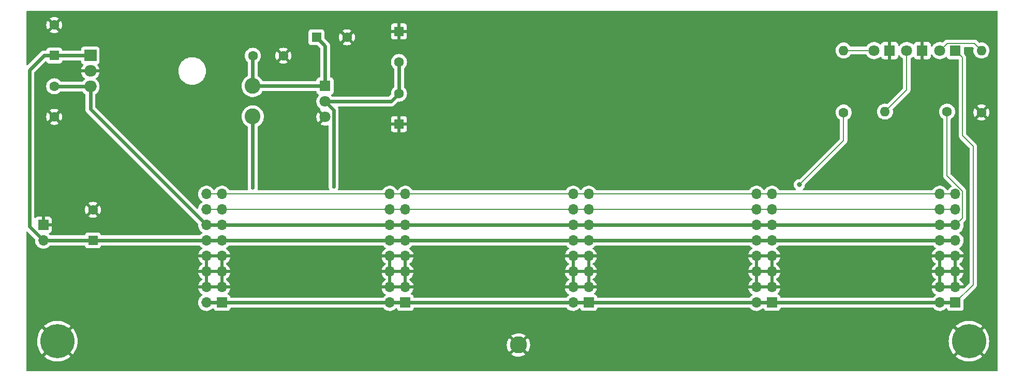
<source format=gbr>
%TF.GenerationSoftware,KiCad,Pcbnew,(6.0.1)*%
%TF.CreationDate,2023-01-03T01:23:29-08:00*%
%TF.ProjectId,Melper,4d656c70-6572-42e6-9b69-6361645f7063,2.0*%
%TF.SameCoordinates,Original*%
%TF.FileFunction,Copper,L1,Top*%
%TF.FilePolarity,Positive*%
%FSLAX46Y46*%
G04 Gerber Fmt 4.6, Leading zero omitted, Abs format (unit mm)*
G04 Created by KiCad (PCBNEW (6.0.1)) date 2023-01-03 01:23:29*
%MOMM*%
%LPD*%
G01*
G04 APERTURE LIST*
%TA.AperFunction,ComponentPad*%
%ADD10R,1.600000X1.600000*%
%TD*%
%TA.AperFunction,ComponentPad*%
%ADD11C,1.600000*%
%TD*%
%TA.AperFunction,ComponentPad*%
%ADD12R,2.000000X1.905000*%
%TD*%
%TA.AperFunction,ComponentPad*%
%ADD13O,2.000000X1.905000*%
%TD*%
%TA.AperFunction,ComponentPad*%
%ADD14C,5.600000*%
%TD*%
%TA.AperFunction,ComponentPad*%
%ADD15R,1.800000X1.800000*%
%TD*%
%TA.AperFunction,ComponentPad*%
%ADD16C,1.800000*%
%TD*%
%TA.AperFunction,ComponentPad*%
%ADD17R,1.700000X1.700000*%
%TD*%
%TA.AperFunction,ComponentPad*%
%ADD18O,1.700000X1.700000*%
%TD*%
%TA.AperFunction,ComponentPad*%
%ADD19O,1.600000X1.600000*%
%TD*%
%TA.AperFunction,ComponentPad*%
%ADD20C,2.800000*%
%TD*%
%TA.AperFunction,ComponentPad*%
%ADD21C,2.600000*%
%TD*%
%TA.AperFunction,ViaPad*%
%ADD22C,0.600000*%
%TD*%
%TA.AperFunction,ViaPad*%
%ADD23C,0.800000*%
%TD*%
%TA.AperFunction,Conductor*%
%ADD24C,0.200000*%
%TD*%
%TA.AperFunction,Conductor*%
%ADD25C,0.600000*%
%TD*%
G04 APERTURE END LIST*
D10*
%TO.P,C7,1*%
%TO.N,+12V*%
X51422651Y-78082651D03*
D11*
%TO.P,C7,2*%
%TO.N,GND*%
X51422651Y-73082651D03*
%TD*%
D10*
%TO.P,C6,1*%
%TO.N,GND*%
X101500000Y-59042651D03*
D11*
%TO.P,C6,2*%
%TO.N,-12V*%
X101500000Y-54042651D03*
%TD*%
D10*
%TO.P,C5,1*%
%TO.N,GND*%
X101500000Y-43867349D03*
D11*
%TO.P,C5,2*%
%TO.N,-12V*%
X101500000Y-48867349D03*
%TD*%
%TO.P,C2,2*%
%TO.N,GND*%
X93000000Y-44810000D03*
D10*
%TO.P,C2,1*%
%TO.N,Net-(C2-Pad1)*%
X88000000Y-44810000D03*
%TD*%
%TO.P,C1,1*%
%TO.N,+12V*%
X45100000Y-47800000D03*
D11*
%TO.P,C1,2*%
%TO.N,GND*%
X45100000Y-42800000D03*
%TD*%
D12*
%TO.P,U1,1,VI*%
%TO.N,+12V*%
X51000000Y-47800000D03*
D13*
%TO.P,U1,2,GND*%
%TO.N,GND*%
X51000000Y-50340000D03*
%TO.P,U1,3,VO*%
%TO.N,+5V*%
X51000000Y-52880000D03*
%TD*%
D14*
%TO.P,H2,1,1*%
%TO.N,GND*%
X194760000Y-94600000D03*
%TD*%
D15*
%TO.P,D1,1,K*%
%TO.N,GND*%
X181795000Y-47000000D03*
D16*
%TO.P,D1,2,A*%
%TO.N,Net-(D1-Pad2)*%
X179255000Y-47000000D03*
%TD*%
D15*
%TO.P,D2,1,K*%
%TO.N,GND*%
X187135000Y-47000000D03*
D16*
%TO.P,D2,2,A*%
%TO.N,Net-(D2-Pad2)*%
X184595000Y-47000000D03*
%TD*%
D17*
%TO.P,J5,1,Pin_1*%
%TO.N,-12V*%
X162540000Y-88280000D03*
D18*
%TO.P,J5,2,Pin_2*%
X160000000Y-88280000D03*
%TO.P,J5,3,Pin_3*%
%TO.N,GND*%
X162540000Y-85740000D03*
%TO.P,J5,4,Pin_4*%
X160000000Y-85740000D03*
%TO.P,J5,5,Pin_5*%
X162540000Y-83200000D03*
%TO.P,J5,6,Pin_6*%
X160000000Y-83200000D03*
%TO.P,J5,7,Pin_7*%
X162540000Y-80660000D03*
%TO.P,J5,8,Pin_8*%
X160000000Y-80660000D03*
%TO.P,J5,9,Pin_9*%
%TO.N,+12V*%
X162540000Y-78120000D03*
%TO.P,J5,10,Pin_10*%
X160000000Y-78120000D03*
%TO.P,J5,11,Pin_11*%
%TO.N,+5V*%
X162540000Y-75580000D03*
%TO.P,J5,12,Pin_12*%
X160000000Y-75580000D03*
%TO.P,J5,13,Pin_13*%
%TO.N,CV*%
X162540000Y-73040000D03*
%TO.P,J5,14,Pin_14*%
X160000000Y-73040000D03*
%TO.P,J5,15,Pin_15*%
%TO.N,GATE*%
X162540000Y-70500000D03*
%TO.P,J5,16,Pin_16*%
X160000000Y-70500000D03*
%TD*%
D17*
%TO.P,J3,1,Pin_1*%
%TO.N,-12V*%
X102540000Y-88280000D03*
D18*
%TO.P,J3,2,Pin_2*%
X100000000Y-88280000D03*
%TO.P,J3,3,Pin_3*%
%TO.N,GND*%
X102540000Y-85740000D03*
%TO.P,J3,4,Pin_4*%
X100000000Y-85740000D03*
%TO.P,J3,5,Pin_5*%
X102540000Y-83200000D03*
%TO.P,J3,6,Pin_6*%
X100000000Y-83200000D03*
%TO.P,J3,7,Pin_7*%
X102540000Y-80660000D03*
%TO.P,J3,8,Pin_8*%
X100000000Y-80660000D03*
%TO.P,J3,9,Pin_9*%
%TO.N,+12V*%
X102540000Y-78120000D03*
%TO.P,J3,10,Pin_10*%
X100000000Y-78120000D03*
%TO.P,J3,11,Pin_11*%
%TO.N,+5V*%
X102540000Y-75580000D03*
%TO.P,J3,12,Pin_12*%
X100000000Y-75580000D03*
%TO.P,J3,13,Pin_13*%
%TO.N,CV*%
X102540000Y-73040000D03*
%TO.P,J3,14,Pin_14*%
X100000000Y-73040000D03*
%TO.P,J3,15,Pin_15*%
%TO.N,GATE*%
X102540000Y-70500000D03*
%TO.P,J3,16,Pin_16*%
X100000000Y-70500000D03*
%TD*%
D15*
%TO.P,U2,1,IN*%
%TO.N,Net-(C2-Pad1)*%
X89400000Y-52805000D03*
D16*
%TO.P,U2,2,OUT*%
%TO.N,-12V*%
X89400000Y-55345000D03*
%TO.P,U2,3,GND*%
%TO.N,GND*%
X89400000Y-57885000D03*
%TD*%
D17*
%TO.P,J4,1,Pin_1*%
%TO.N,-12V*%
X132540000Y-88280000D03*
D18*
%TO.P,J4,2,Pin_2*%
X130000000Y-88280000D03*
%TO.P,J4,3,Pin_3*%
%TO.N,GND*%
X132540000Y-85740000D03*
%TO.P,J4,4,Pin_4*%
X130000000Y-85740000D03*
%TO.P,J4,5,Pin_5*%
X132540000Y-83200000D03*
%TO.P,J4,6,Pin_6*%
X130000000Y-83200000D03*
%TO.P,J4,7,Pin_7*%
X132540000Y-80660000D03*
%TO.P,J4,8,Pin_8*%
X130000000Y-80660000D03*
%TO.P,J4,9,Pin_9*%
%TO.N,+12V*%
X132540000Y-78120000D03*
%TO.P,J4,10,Pin_10*%
X130000000Y-78120000D03*
%TO.P,J4,11,Pin_11*%
%TO.N,+5V*%
X132540000Y-75580000D03*
%TO.P,J4,12,Pin_12*%
X130000000Y-75580000D03*
%TO.P,J4,13,Pin_13*%
%TO.N,CV*%
X132540000Y-73040000D03*
%TO.P,J4,14,Pin_14*%
X130000000Y-73040000D03*
%TO.P,J4,15,Pin_15*%
%TO.N,GATE*%
X132540000Y-70500000D03*
%TO.P,J4,16,Pin_16*%
X130000000Y-70500000D03*
%TD*%
D11*
%TO.P,R1,1*%
%TO.N,+12V*%
X174260000Y-57140000D03*
D19*
%TO.P,R1,2*%
%TO.N,Net-(D1-Pad2)*%
X174260000Y-46980000D03*
%TD*%
D11*
%TO.P,C3,2*%
%TO.N,GND*%
X82580000Y-47840000D03*
%TO.P,C3,1*%
%TO.N,Net-(C2-Pad1)*%
X77580000Y-47840000D03*
%TD*%
%TO.P,C4,1*%
%TO.N,+5V*%
X45100000Y-52850000D03*
%TO.P,C4,2*%
%TO.N,GND*%
X45100000Y-57850000D03*
%TD*%
D15*
%TO.P,D3,1,K*%
%TO.N,-12V*%
X192545000Y-47000000D03*
D16*
%TO.P,D3,2,A*%
%TO.N,Net-(D3-Pad2)*%
X190005000Y-47000000D03*
%TD*%
D20*
%TO.P,TP1,1,1*%
%TO.N,GND*%
X121050000Y-95220000D03*
%TD*%
D11*
%TO.P,R2,1*%
%TO.N,+5V*%
X191180000Y-57000000D03*
D19*
%TO.P,R2,2*%
%TO.N,Net-(D2-Pad2)*%
X181020000Y-57000000D03*
%TD*%
D11*
%TO.P,R3,1*%
%TO.N,GND*%
X196810000Y-57140000D03*
D19*
%TO.P,R3,2*%
%TO.N,Net-(D3-Pad2)*%
X196810000Y-46980000D03*
%TD*%
D17*
%TO.P,J1,1,Pin_1*%
%TO.N,GND*%
X43302651Y-75540000D03*
D18*
%TO.P,J1,2,Pin_2*%
%TO.N,+12V*%
X43302651Y-78080000D03*
%TD*%
D14*
%TO.P,H1,1,1*%
%TO.N,GND*%
X45590000Y-94600000D03*
%TD*%
D18*
%TO.P,J6,16,Pin_16*%
%TO.N,GATE*%
X190000000Y-70500000D03*
%TO.P,J6,15,Pin_15*%
X192540000Y-70500000D03*
%TO.P,J6,14,Pin_14*%
%TO.N,CV*%
X190000000Y-73040000D03*
%TO.P,J6,13,Pin_13*%
X192540000Y-73040000D03*
%TO.P,J6,12,Pin_12*%
%TO.N,+5V*%
X190000000Y-75580000D03*
%TO.P,J6,11,Pin_11*%
X192540000Y-75580000D03*
%TO.P,J6,10,Pin_10*%
%TO.N,+12V*%
X190000000Y-78120000D03*
%TO.P,J6,9,Pin_9*%
X192540000Y-78120000D03*
%TO.P,J6,8,Pin_8*%
%TO.N,GND*%
X190000000Y-80660000D03*
%TO.P,J6,7,Pin_7*%
X192540000Y-80660000D03*
%TO.P,J6,6,Pin_6*%
X190000000Y-83200000D03*
%TO.P,J6,5,Pin_5*%
X192540000Y-83200000D03*
%TO.P,J6,4,Pin_4*%
X190000000Y-85740000D03*
%TO.P,J6,3,Pin_3*%
X192540000Y-85740000D03*
%TO.P,J6,2,Pin_2*%
%TO.N,-12V*%
X190000000Y-88280000D03*
D17*
%TO.P,J6,1,Pin_1*%
X192540000Y-88280000D03*
%TD*%
%TO.P,J2,1,Pin_1*%
%TO.N,-12V*%
X72540000Y-88280000D03*
D18*
%TO.P,J2,2,Pin_2*%
X70000000Y-88280000D03*
%TO.P,J2,3,Pin_3*%
%TO.N,GND*%
X72540000Y-85740000D03*
%TO.P,J2,4,Pin_4*%
X70000000Y-85740000D03*
%TO.P,J2,5,Pin_5*%
X72540000Y-83200000D03*
%TO.P,J2,6,Pin_6*%
X70000000Y-83200000D03*
%TO.P,J2,7,Pin_7*%
X72540000Y-80660000D03*
%TO.P,J2,8,Pin_8*%
X70000000Y-80660000D03*
%TO.P,J2,9,Pin_9*%
%TO.N,+12V*%
X72540000Y-78120000D03*
%TO.P,J2,10,Pin_10*%
X70000000Y-78120000D03*
%TO.P,J2,11,Pin_11*%
%TO.N,+5V*%
X72540000Y-75580000D03*
%TO.P,J2,12,Pin_12*%
X70000000Y-75580000D03*
%TO.P,J2,13,Pin_13*%
%TO.N,CV*%
X72540000Y-73040000D03*
%TO.P,J2,14,Pin_14*%
X70000000Y-73040000D03*
%TO.P,J2,15,Pin_15*%
%TO.N,GATE*%
X72540000Y-70500000D03*
%TO.P,J2,16,Pin_16*%
X70000000Y-70500000D03*
%TD*%
D21*
%TO.P,L1,1*%
%TO.N,Net-(C2-Pad1)*%
X77570000Y-52790000D03*
%TO.P,L1,2*%
%TO.N,+12V*%
X77570000Y-57790000D03*
%TD*%
D22*
%TO.N,-12V*%
X90810000Y-88280000D03*
X90799511Y-69290489D03*
%TO.N,+12V*%
X77570000Y-69480000D03*
D23*
X167010000Y-68970000D03*
%TD*%
D24*
%TO.N,+5V*%
X191180000Y-67514345D02*
X193689511Y-70023856D01*
X193689511Y-74430489D02*
X192540000Y-75580000D01*
X191180000Y-57000000D02*
X191180000Y-67514345D01*
X193689511Y-70023856D02*
X193689511Y-74430489D01*
%TO.N,CV*%
X190000000Y-73040000D02*
X192540000Y-73040000D01*
X162540000Y-73040000D02*
X190000000Y-73040000D01*
%TO.N,GATE*%
X190000000Y-70500000D02*
X192540000Y-70500000D01*
X162540000Y-70500000D02*
X190000000Y-70500000D01*
X160000000Y-70500000D02*
X132540000Y-70500000D01*
X162540000Y-70500000D02*
X160000000Y-70500000D01*
%TO.N,CV*%
X160000000Y-73040000D02*
X162540000Y-73040000D01*
X132540000Y-73040000D02*
X160000000Y-73040000D01*
X130000000Y-73040000D02*
X132540000Y-73040000D01*
X102540000Y-73040000D02*
X130000000Y-73040000D01*
%TO.N,GATE*%
X130000000Y-70500000D02*
X132540000Y-70500000D01*
X102540000Y-70500000D02*
X130000000Y-70500000D01*
%TO.N,CV*%
X100000000Y-73040000D02*
X102540000Y-73040000D01*
X72540000Y-73040000D02*
X100000000Y-73040000D01*
X70000000Y-73040000D02*
X72540000Y-73040000D01*
%TO.N,GATE*%
X100000000Y-70500000D02*
X102540000Y-70500000D01*
X72540000Y-70500000D02*
X100000000Y-70500000D01*
X70000000Y-70500000D02*
X72540000Y-70500000D01*
D25*
%TO.N,-12V*%
X101500000Y-54042651D02*
X101500000Y-48867349D01*
X89400000Y-55345000D02*
X100197651Y-55345000D01*
X100197651Y-55345000D02*
X101500000Y-54042651D01*
%TO.N,Net-(C2-Pad1)*%
X89400000Y-46210000D02*
X88000000Y-44810000D01*
X89400000Y-52805000D02*
X89400000Y-46210000D01*
X89385000Y-52790000D02*
X89400000Y-52805000D01*
X77570000Y-52790000D02*
X89385000Y-52790000D01*
X77570000Y-52790000D02*
X77570000Y-47850000D01*
X77570000Y-47850000D02*
X77580000Y-47840000D01*
%TO.N,-12V*%
X90810000Y-88280000D02*
X100000000Y-88280000D01*
X90799511Y-56744511D02*
X90799511Y-69290489D01*
X89400000Y-55345000D02*
X90799511Y-56744511D01*
%TO.N,+12V*%
X77570000Y-57790000D02*
X77570000Y-69480000D01*
X41030000Y-75807349D02*
X43302651Y-78080000D01*
X43430000Y-47800000D02*
X41030000Y-50200000D01*
X45100000Y-47800000D02*
X43430000Y-47800000D01*
X41030000Y-50200000D02*
X41030000Y-75807349D01*
X45100000Y-47800000D02*
X51000000Y-47800000D01*
%TO.N,+5V*%
X45130000Y-52880000D02*
X45100000Y-52850000D01*
X51000000Y-52880000D02*
X45130000Y-52880000D01*
X51000000Y-56580000D02*
X51000000Y-52880000D01*
X70000000Y-75580000D02*
X51000000Y-56580000D01*
D24*
%TO.N,-12V*%
X195470000Y-85350000D02*
X192540000Y-88280000D01*
X195470000Y-62690000D02*
X195470000Y-85350000D01*
X193689511Y-60909511D02*
X195470000Y-62690000D01*
X193689511Y-48144511D02*
X193689511Y-60909511D01*
X192545000Y-47000000D02*
X193689511Y-48144511D01*
%TO.N,+12V*%
X174260000Y-61720000D02*
X167010000Y-68970000D01*
X174260000Y-57140000D02*
X174260000Y-61720000D01*
%TO.N,Net-(D1-Pad2)*%
X179235000Y-46980000D02*
X179255000Y-47000000D01*
X174260000Y-46980000D02*
X179235000Y-46980000D01*
%TO.N,Net-(D2-Pad2)*%
X184595000Y-53425000D02*
X181020000Y-57000000D01*
X184595000Y-47000000D02*
X184595000Y-53425000D01*
D25*
%TO.N,+5V*%
X187660000Y-75580000D02*
X190000000Y-75580000D01*
X162540000Y-75580000D02*
X187660000Y-75580000D01*
D24*
%TO.N,Net-(D3-Pad2)*%
X191204511Y-45800489D02*
X195630489Y-45800489D01*
X190005000Y-47000000D02*
X191204511Y-45800489D01*
X195630489Y-45800489D02*
X196810000Y-46980000D01*
D25*
%TO.N,+5V*%
X190000000Y-75580000D02*
X192540000Y-75580000D01*
X160000000Y-75580000D02*
X162540000Y-75580000D01*
X132540000Y-75580000D02*
X160000000Y-75580000D01*
X130000000Y-75580000D02*
X132540000Y-75580000D01*
X102540000Y-75580000D02*
X130000000Y-75580000D01*
X100000000Y-75580000D02*
X102540000Y-75580000D01*
X72540000Y-75580000D02*
X100000000Y-75580000D01*
X70000000Y-75580000D02*
X72540000Y-75580000D01*
%TO.N,-12V*%
X190000000Y-88280000D02*
X192540000Y-88280000D01*
X162540000Y-88280000D02*
X190000000Y-88280000D01*
X160000000Y-88280000D02*
X162540000Y-88280000D01*
X132540000Y-88280000D02*
X160000000Y-88280000D01*
X130000000Y-88280000D02*
X132540000Y-88280000D01*
X102540000Y-88280000D02*
X130000000Y-88280000D01*
X100000000Y-88280000D02*
X102540000Y-88280000D01*
X72540000Y-88280000D02*
X90810000Y-88280000D01*
X70000000Y-88280000D02*
X72540000Y-88280000D01*
%TO.N,+12V*%
X190000000Y-78120000D02*
X192540000Y-78120000D01*
X162540000Y-78120000D02*
X190000000Y-78120000D01*
X160000000Y-78120000D02*
X162540000Y-78120000D01*
X132540000Y-78120000D02*
X160000000Y-78120000D01*
X130000000Y-78120000D02*
X132540000Y-78120000D01*
X102540000Y-78120000D02*
X130000000Y-78120000D01*
X100000000Y-78120000D02*
X102540000Y-78120000D01*
X72540000Y-78120000D02*
X100000000Y-78120000D01*
X70000000Y-78120000D02*
X72540000Y-78120000D01*
X69962651Y-78082651D02*
X70000000Y-78120000D01*
X51422651Y-78082651D02*
X69962651Y-78082651D01*
X51420000Y-78080000D02*
X51422651Y-78082651D01*
X43302651Y-78080000D02*
X51420000Y-78080000D01*
%TD*%
%TA.AperFunction,Conductor*%
%TO.N,GND*%
G36*
X199434121Y-40528002D02*
G01*
X199480614Y-40581658D01*
X199492000Y-40634000D01*
X199492000Y-99366000D01*
X199471998Y-99434121D01*
X199418342Y-99480614D01*
X199366000Y-99492000D01*
X40634000Y-99492000D01*
X40565879Y-99471998D01*
X40519386Y-99418342D01*
X40508000Y-99366000D01*
X40508000Y-97116381D01*
X43439160Y-97116381D01*
X43439237Y-97117470D01*
X43441698Y-97121206D01*
X43715632Y-97331404D01*
X43721262Y-97335259D01*
X44021591Y-97517862D01*
X44027593Y-97521080D01*
X44345897Y-97670184D01*
X44352202Y-97672732D01*
X44684743Y-97786587D01*
X44691313Y-97788446D01*
X45034183Y-97865714D01*
X45040912Y-97866853D01*
X45390143Y-97906643D01*
X45396933Y-97907046D01*
X45748419Y-97908886D01*
X45755220Y-97908554D01*
X46104853Y-97872423D01*
X46111581Y-97871357D01*
X46455274Y-97797676D01*
X46461822Y-97795897D01*
X46795549Y-97685527D01*
X46801891Y-97683041D01*
X47121718Y-97537288D01*
X47127777Y-97534121D01*
X47429995Y-97354676D01*
X47435659Y-97350884D01*
X47716732Y-97139849D01*
X47721958Y-97135464D01*
X47731613Y-97126428D01*
X47739682Y-97112750D01*
X47739654Y-97112024D01*
X47734512Y-97103723D01*
X45602810Y-94972020D01*
X45588869Y-94964408D01*
X45587034Y-94964539D01*
X45580420Y-94968790D01*
X43446774Y-97102437D01*
X43439160Y-97116381D01*
X40508000Y-97116381D01*
X40508000Y-94591832D01*
X42277333Y-94591832D01*
X42295117Y-94942893D01*
X42295827Y-94949649D01*
X42351420Y-95296723D01*
X42352859Y-95303378D01*
X42445608Y-95642410D01*
X42447757Y-95648871D01*
X42576581Y-95975912D01*
X42579412Y-95982095D01*
X42742803Y-96293310D01*
X42746286Y-96299152D01*
X42942330Y-96590896D01*
X42946433Y-96596340D01*
X43066425Y-96738836D01*
X43079164Y-96747279D01*
X43089608Y-96741181D01*
X45217980Y-94612810D01*
X45224357Y-94601131D01*
X45954408Y-94601131D01*
X45954539Y-94602966D01*
X45958790Y-94609580D01*
X48089009Y-96739798D01*
X48102605Y-96747223D01*
X48112218Y-96740522D01*
X48114554Y-96737806D01*
X119897361Y-96737806D01*
X119904751Y-96748108D01*
X119946630Y-96782203D01*
X119953909Y-96787318D01*
X120177756Y-96922085D01*
X120185670Y-96926118D01*
X120426286Y-97028006D01*
X120434691Y-97030883D01*
X120687257Y-97097850D01*
X120695989Y-97099516D01*
X120955474Y-97130227D01*
X120964340Y-97130645D01*
X121225561Y-97124490D01*
X121234414Y-97123653D01*
X121278104Y-97116381D01*
X192609160Y-97116381D01*
X192609237Y-97117470D01*
X192611698Y-97121206D01*
X192885632Y-97331404D01*
X192891262Y-97335259D01*
X193191591Y-97517862D01*
X193197593Y-97521080D01*
X193515897Y-97670184D01*
X193522202Y-97672732D01*
X193854743Y-97786587D01*
X193861313Y-97788446D01*
X194204183Y-97865714D01*
X194210912Y-97866853D01*
X194560143Y-97906643D01*
X194566933Y-97907046D01*
X194918419Y-97908886D01*
X194925220Y-97908554D01*
X195274853Y-97872423D01*
X195281581Y-97871357D01*
X195625274Y-97797676D01*
X195631822Y-97795897D01*
X195965549Y-97685527D01*
X195971891Y-97683041D01*
X196291718Y-97537288D01*
X196297777Y-97534121D01*
X196599995Y-97354676D01*
X196605659Y-97350884D01*
X196886732Y-97139849D01*
X196891958Y-97135464D01*
X196901613Y-97126428D01*
X196909682Y-97112750D01*
X196909654Y-97112024D01*
X196904512Y-97103723D01*
X194772810Y-94972020D01*
X194758869Y-94964408D01*
X194757034Y-94964539D01*
X194750420Y-94968790D01*
X192616774Y-97102437D01*
X192609160Y-97116381D01*
X121278104Y-97116381D01*
X121492162Y-97080752D01*
X121500796Y-97078679D01*
X121749930Y-96999888D01*
X121758192Y-96996617D01*
X121993731Y-96883513D01*
X122001455Y-96879107D01*
X122195268Y-96749606D01*
X122203556Y-96739688D01*
X122196299Y-96725509D01*
X121062812Y-95592022D01*
X121048868Y-95584408D01*
X121047035Y-95584539D01*
X121040420Y-95588790D01*
X119904527Y-96724683D01*
X119897361Y-96737806D01*
X48114554Y-96737806D01*
X48212518Y-96623912D01*
X48216676Y-96618514D01*
X48415762Y-96328840D01*
X48419310Y-96323029D01*
X48585942Y-96013559D01*
X48588849Y-96007381D01*
X48721090Y-95681713D01*
X48723304Y-95675283D01*
X48819598Y-95337237D01*
X48821105Y-95330607D01*
X48849521Y-95164367D01*
X119138245Y-95164367D01*
X119148503Y-95425459D01*
X119149478Y-95434288D01*
X119196422Y-95691332D01*
X119198631Y-95699934D01*
X119281324Y-95947796D01*
X119284728Y-95956014D01*
X119401519Y-96189750D01*
X119406043Y-96197398D01*
X119521352Y-96364235D01*
X119531673Y-96372589D01*
X119545323Y-96365467D01*
X120677978Y-95232812D01*
X120684356Y-95221132D01*
X121414408Y-95221132D01*
X121414539Y-95222965D01*
X121418790Y-95229580D01*
X122555517Y-96366307D01*
X122568917Y-96373624D01*
X122578821Y-96366637D01*
X122594686Y-96347763D01*
X122599905Y-96340580D01*
X122738171Y-96118876D01*
X122742333Y-96111017D01*
X122847988Y-95872030D01*
X122850994Y-95863680D01*
X122921921Y-95612192D01*
X122923722Y-95603499D01*
X122958672Y-95343292D01*
X122959200Y-95336899D01*
X122962773Y-95223222D01*
X122962646Y-95216779D01*
X122944106Y-94954923D01*
X122942853Y-94946119D01*
X122887858Y-94690677D01*
X122885379Y-94682144D01*
X122852061Y-94591832D01*
X191447333Y-94591832D01*
X191465117Y-94942893D01*
X191465827Y-94949649D01*
X191521420Y-95296723D01*
X191522859Y-95303378D01*
X191615608Y-95642410D01*
X191617757Y-95648871D01*
X191746581Y-95975912D01*
X191749412Y-95982095D01*
X191912803Y-96293310D01*
X191916286Y-96299152D01*
X192112330Y-96590896D01*
X192116433Y-96596340D01*
X192236425Y-96738836D01*
X192249164Y-96747279D01*
X192259608Y-96741181D01*
X194387980Y-94612810D01*
X194394357Y-94601131D01*
X195124408Y-94601131D01*
X195124539Y-94602966D01*
X195128790Y-94609580D01*
X197259009Y-96739798D01*
X197272605Y-96747223D01*
X197282218Y-96740522D01*
X197382518Y-96623912D01*
X197386676Y-96618514D01*
X197585762Y-96328840D01*
X197589310Y-96323029D01*
X197755942Y-96013559D01*
X197758849Y-96007381D01*
X197891090Y-95681713D01*
X197893304Y-95675283D01*
X197989598Y-95337237D01*
X197991105Y-95330607D01*
X198050332Y-94984118D01*
X198051112Y-94977378D01*
X198072668Y-94624925D01*
X198072784Y-94621323D01*
X198072853Y-94601819D01*
X198072761Y-94598194D01*
X198053666Y-94245615D01*
X198052931Y-94238849D01*
X197996130Y-93891985D01*
X197994663Y-93885313D01*
X197900736Y-93546627D01*
X197898562Y-93540163D01*
X197768598Y-93213578D01*
X197765742Y-93207398D01*
X197601269Y-92896763D01*
X197597769Y-92890937D01*
X197400697Y-92599862D01*
X197396590Y-92594453D01*
X197283565Y-92461179D01*
X197270740Y-92452743D01*
X197260416Y-92458795D01*
X195132020Y-94587190D01*
X195124408Y-94601131D01*
X194394357Y-94601131D01*
X194395592Y-94598869D01*
X194395461Y-94597034D01*
X194391210Y-94590420D01*
X192260992Y-92460203D01*
X192247455Y-92452811D01*
X192237753Y-92459599D01*
X192130430Y-92585257D01*
X192126296Y-92590664D01*
X191928215Y-92881041D01*
X191924697Y-92886851D01*
X191759134Y-93196922D01*
X191756259Y-93203087D01*
X191625155Y-93529218D01*
X191622962Y-93535658D01*
X191527846Y-93874044D01*
X191526363Y-93880679D01*
X191468350Y-94227354D01*
X191467591Y-94234126D01*
X191447357Y-94585037D01*
X191447333Y-94591832D01*
X122852061Y-94591832D01*
X122794941Y-94437002D01*
X122791286Y-94428907D01*
X122667206Y-94198947D01*
X122662447Y-94191449D01*
X122577759Y-94076790D01*
X122566631Y-94068348D01*
X122554038Y-94075172D01*
X121422022Y-95207188D01*
X121414408Y-95221132D01*
X120684356Y-95221132D01*
X120685592Y-95218868D01*
X120685461Y-95217035D01*
X120681210Y-95210420D01*
X119545819Y-94075029D01*
X119532978Y-94068017D01*
X119522289Y-94075813D01*
X119470663Y-94141299D01*
X119465658Y-94148663D01*
X119334420Y-94374605D01*
X119330516Y-94382575D01*
X119232420Y-94624763D01*
X119229676Y-94633207D01*
X119166683Y-94886800D01*
X119165156Y-94895551D01*
X119138524Y-95155483D01*
X119138245Y-95164367D01*
X48849521Y-95164367D01*
X48880332Y-94984118D01*
X48881112Y-94977378D01*
X48902668Y-94624925D01*
X48902784Y-94621323D01*
X48902853Y-94601819D01*
X48902761Y-94598194D01*
X48883666Y-94245615D01*
X48882931Y-94238849D01*
X48826130Y-93891985D01*
X48824663Y-93885313D01*
X48774016Y-93702688D01*
X119898045Y-93702688D01*
X119905025Y-93715815D01*
X121037188Y-94847978D01*
X121051132Y-94855592D01*
X121052965Y-94855461D01*
X121059580Y-94851210D01*
X122194804Y-93715986D01*
X122201658Y-93703434D01*
X122193450Y-93692363D01*
X122103762Y-93623916D01*
X122096313Y-93619023D01*
X121868353Y-93491359D01*
X121860303Y-93487571D01*
X121616617Y-93393295D01*
X121608127Y-93390683D01*
X121353578Y-93331683D01*
X121344800Y-93330293D01*
X121084478Y-93307746D01*
X121075607Y-93307606D01*
X120814696Y-93321965D01*
X120805886Y-93323079D01*
X120549607Y-93374055D01*
X120541050Y-93376396D01*
X120294496Y-93462980D01*
X120286362Y-93466500D01*
X120054477Y-93586955D01*
X120046905Y-93591594D01*
X119906447Y-93691967D01*
X119898045Y-93702688D01*
X48774016Y-93702688D01*
X48730736Y-93546627D01*
X48728562Y-93540163D01*
X48598598Y-93213578D01*
X48595742Y-93207398D01*
X48431269Y-92896763D01*
X48427769Y-92890937D01*
X48230697Y-92599862D01*
X48226590Y-92594453D01*
X48113565Y-92461179D01*
X48100740Y-92452743D01*
X48090416Y-92458795D01*
X45962020Y-94587190D01*
X45954408Y-94601131D01*
X45224357Y-94601131D01*
X45225592Y-94598869D01*
X45225461Y-94597034D01*
X45221210Y-94590420D01*
X43090992Y-92460203D01*
X43077455Y-92452811D01*
X43067753Y-92459599D01*
X42960430Y-92585257D01*
X42956296Y-92590664D01*
X42758215Y-92881041D01*
X42754697Y-92886851D01*
X42589134Y-93196922D01*
X42586259Y-93203087D01*
X42455155Y-93529218D01*
X42452962Y-93535658D01*
X42357846Y-93874044D01*
X42356363Y-93880679D01*
X42298350Y-94227354D01*
X42297591Y-94234126D01*
X42277357Y-94585037D01*
X42277333Y-94591832D01*
X40508000Y-94591832D01*
X40508000Y-92086862D01*
X43439950Y-92086862D01*
X43439986Y-92087704D01*
X43445037Y-92095826D01*
X45577190Y-94227980D01*
X45591131Y-94235592D01*
X45592966Y-94235461D01*
X45599580Y-94231210D01*
X47732798Y-92097991D01*
X47738875Y-92086862D01*
X192609950Y-92086862D01*
X192609986Y-92087704D01*
X192615037Y-92095826D01*
X194747190Y-94227980D01*
X194761131Y-94235592D01*
X194762966Y-94235461D01*
X194769580Y-94231210D01*
X196902798Y-92097991D01*
X196910412Y-92084047D01*
X196910344Y-92083089D01*
X196905836Y-92076272D01*
X196904418Y-92075065D01*
X196624813Y-91862064D01*
X196619187Y-91858240D01*
X196318214Y-91676681D01*
X196312202Y-91673484D01*
X195993370Y-91525487D01*
X195987070Y-91522967D01*
X195654129Y-91410273D01*
X195647551Y-91408437D01*
X195304417Y-91332367D01*
X195297678Y-91331251D01*
X194948310Y-91292680D01*
X194941529Y-91292301D01*
X194590015Y-91291687D01*
X194583242Y-91292042D01*
X194233720Y-91329395D01*
X194227010Y-91330482D01*
X193883586Y-91405361D01*
X193877011Y-91407172D01*
X193543683Y-91518702D01*
X193537361Y-91521205D01*
X193218034Y-91668079D01*
X193211991Y-91671265D01*
X192910401Y-91851763D01*
X192904755Y-91855571D01*
X192624408Y-92067596D01*
X192619211Y-92071987D01*
X192617972Y-92073155D01*
X192609950Y-92086862D01*
X47738875Y-92086862D01*
X47740412Y-92084047D01*
X47740344Y-92083089D01*
X47735836Y-92076272D01*
X47734418Y-92075065D01*
X47454813Y-91862064D01*
X47449187Y-91858240D01*
X47148214Y-91676681D01*
X47142202Y-91673484D01*
X46823370Y-91525487D01*
X46817070Y-91522967D01*
X46484129Y-91410273D01*
X46477551Y-91408437D01*
X46134417Y-91332367D01*
X46127678Y-91331251D01*
X45778310Y-91292680D01*
X45771529Y-91292301D01*
X45420015Y-91291687D01*
X45413242Y-91292042D01*
X45063720Y-91329395D01*
X45057010Y-91330482D01*
X44713586Y-91405361D01*
X44707011Y-91407172D01*
X44373683Y-91518702D01*
X44367361Y-91521205D01*
X44048034Y-91668079D01*
X44041991Y-91671265D01*
X43740401Y-91851763D01*
X43734755Y-91855571D01*
X43454408Y-92067596D01*
X43449211Y-92071987D01*
X43447972Y-92073155D01*
X43439950Y-92086862D01*
X40508000Y-92086862D01*
X40508000Y-88246695D01*
X68637251Y-88246695D01*
X68650110Y-88469715D01*
X68651247Y-88474761D01*
X68651248Y-88474767D01*
X68675304Y-88581508D01*
X68699222Y-88687639D01*
X68783266Y-88894616D01*
X68899987Y-89085088D01*
X69046250Y-89253938D01*
X69218126Y-89396632D01*
X69411000Y-89509338D01*
X69619692Y-89589030D01*
X69624760Y-89590061D01*
X69624763Y-89590062D01*
X69732017Y-89611883D01*
X69838597Y-89633567D01*
X69843772Y-89633757D01*
X69843774Y-89633757D01*
X70056673Y-89641564D01*
X70056677Y-89641564D01*
X70061837Y-89641753D01*
X70066957Y-89641097D01*
X70066959Y-89641097D01*
X70278288Y-89614025D01*
X70278289Y-89614025D01*
X70283416Y-89613368D01*
X70288366Y-89611883D01*
X70492429Y-89550661D01*
X70492434Y-89550659D01*
X70497384Y-89549174D01*
X70697994Y-89450896D01*
X70879860Y-89321173D01*
X70988091Y-89213319D01*
X71050462Y-89179404D01*
X71121268Y-89184592D01*
X71178030Y-89227238D01*
X71195012Y-89258341D01*
X71239385Y-89376705D01*
X71326739Y-89493261D01*
X71443295Y-89580615D01*
X71579684Y-89631745D01*
X71641866Y-89638500D01*
X73438134Y-89638500D01*
X73500316Y-89631745D01*
X73636705Y-89580615D01*
X73753261Y-89493261D01*
X73840615Y-89376705D01*
X73891745Y-89240316D01*
X73896028Y-89200892D01*
X73923270Y-89135330D01*
X73981634Y-89094904D01*
X74021291Y-89088500D01*
X90747584Y-89088500D01*
X90764248Y-89089607D01*
X90785979Y-89092507D01*
X90785984Y-89092507D01*
X90792961Y-89093438D01*
X90799972Y-89092800D01*
X90799976Y-89092800D01*
X90841516Y-89089019D01*
X90852936Y-89088500D01*
X98845389Y-89088500D01*
X98913510Y-89108502D01*
X98940625Y-89132001D01*
X99046250Y-89253938D01*
X99218126Y-89396632D01*
X99411000Y-89509338D01*
X99619692Y-89589030D01*
X99624760Y-89590061D01*
X99624763Y-89590062D01*
X99732017Y-89611883D01*
X99838597Y-89633567D01*
X99843772Y-89633757D01*
X99843774Y-89633757D01*
X100056673Y-89641564D01*
X100056677Y-89641564D01*
X100061837Y-89641753D01*
X100066957Y-89641097D01*
X100066959Y-89641097D01*
X100278288Y-89614025D01*
X100278289Y-89614025D01*
X100283416Y-89613368D01*
X100288366Y-89611883D01*
X100492429Y-89550661D01*
X100492434Y-89550659D01*
X100497384Y-89549174D01*
X100697994Y-89450896D01*
X100879860Y-89321173D01*
X100988091Y-89213319D01*
X101050462Y-89179404D01*
X101121268Y-89184592D01*
X101178030Y-89227238D01*
X101195012Y-89258341D01*
X101239385Y-89376705D01*
X101326739Y-89493261D01*
X101443295Y-89580615D01*
X101579684Y-89631745D01*
X101641866Y-89638500D01*
X103438134Y-89638500D01*
X103500316Y-89631745D01*
X103636705Y-89580615D01*
X103753261Y-89493261D01*
X103840615Y-89376705D01*
X103891745Y-89240316D01*
X103896028Y-89200892D01*
X103923270Y-89135330D01*
X103981634Y-89094904D01*
X104021291Y-89088500D01*
X128845389Y-89088500D01*
X128913510Y-89108502D01*
X128940625Y-89132001D01*
X129046250Y-89253938D01*
X129218126Y-89396632D01*
X129411000Y-89509338D01*
X129619692Y-89589030D01*
X129624760Y-89590061D01*
X129624763Y-89590062D01*
X129732017Y-89611883D01*
X129838597Y-89633567D01*
X129843772Y-89633757D01*
X129843774Y-89633757D01*
X130056673Y-89641564D01*
X130056677Y-89641564D01*
X130061837Y-89641753D01*
X130066957Y-89641097D01*
X130066959Y-89641097D01*
X130278288Y-89614025D01*
X130278289Y-89614025D01*
X130283416Y-89613368D01*
X130288366Y-89611883D01*
X130492429Y-89550661D01*
X130492434Y-89550659D01*
X130497384Y-89549174D01*
X130697994Y-89450896D01*
X130879860Y-89321173D01*
X130988091Y-89213319D01*
X131050462Y-89179404D01*
X131121268Y-89184592D01*
X131178030Y-89227238D01*
X131195012Y-89258341D01*
X131239385Y-89376705D01*
X131326739Y-89493261D01*
X131443295Y-89580615D01*
X131579684Y-89631745D01*
X131641866Y-89638500D01*
X133438134Y-89638500D01*
X133500316Y-89631745D01*
X133636705Y-89580615D01*
X133753261Y-89493261D01*
X133840615Y-89376705D01*
X133891745Y-89240316D01*
X133896028Y-89200892D01*
X133923270Y-89135330D01*
X133981634Y-89094904D01*
X134021291Y-89088500D01*
X158845389Y-89088500D01*
X158913510Y-89108502D01*
X158940625Y-89132001D01*
X159046250Y-89253938D01*
X159218126Y-89396632D01*
X159411000Y-89509338D01*
X159619692Y-89589030D01*
X159624760Y-89590061D01*
X159624763Y-89590062D01*
X159732017Y-89611883D01*
X159838597Y-89633567D01*
X159843772Y-89633757D01*
X159843774Y-89633757D01*
X160056673Y-89641564D01*
X160056677Y-89641564D01*
X160061837Y-89641753D01*
X160066957Y-89641097D01*
X160066959Y-89641097D01*
X160278288Y-89614025D01*
X160278289Y-89614025D01*
X160283416Y-89613368D01*
X160288366Y-89611883D01*
X160492429Y-89550661D01*
X160492434Y-89550659D01*
X160497384Y-89549174D01*
X160697994Y-89450896D01*
X160879860Y-89321173D01*
X160988091Y-89213319D01*
X161050462Y-89179404D01*
X161121268Y-89184592D01*
X161178030Y-89227238D01*
X161195012Y-89258341D01*
X161239385Y-89376705D01*
X161326739Y-89493261D01*
X161443295Y-89580615D01*
X161579684Y-89631745D01*
X161641866Y-89638500D01*
X163438134Y-89638500D01*
X163500316Y-89631745D01*
X163636705Y-89580615D01*
X163753261Y-89493261D01*
X163840615Y-89376705D01*
X163891745Y-89240316D01*
X163896028Y-89200892D01*
X163923270Y-89135330D01*
X163981634Y-89094904D01*
X164021291Y-89088500D01*
X188845389Y-89088500D01*
X188913510Y-89108502D01*
X188940625Y-89132001D01*
X189046250Y-89253938D01*
X189218126Y-89396632D01*
X189411000Y-89509338D01*
X189619692Y-89589030D01*
X189624760Y-89590061D01*
X189624763Y-89590062D01*
X189732017Y-89611883D01*
X189838597Y-89633567D01*
X189843772Y-89633757D01*
X189843774Y-89633757D01*
X190056673Y-89641564D01*
X190056677Y-89641564D01*
X190061837Y-89641753D01*
X190066957Y-89641097D01*
X190066959Y-89641097D01*
X190278288Y-89614025D01*
X190278289Y-89614025D01*
X190283416Y-89613368D01*
X190288366Y-89611883D01*
X190492429Y-89550661D01*
X190492434Y-89550659D01*
X190497384Y-89549174D01*
X190697994Y-89450896D01*
X190879860Y-89321173D01*
X190988091Y-89213319D01*
X191050462Y-89179404D01*
X191121268Y-89184592D01*
X191178030Y-89227238D01*
X191195012Y-89258341D01*
X191239385Y-89376705D01*
X191326739Y-89493261D01*
X191443295Y-89580615D01*
X191579684Y-89631745D01*
X191641866Y-89638500D01*
X193438134Y-89638500D01*
X193500316Y-89631745D01*
X193636705Y-89580615D01*
X193753261Y-89493261D01*
X193840615Y-89376705D01*
X193891745Y-89240316D01*
X193898500Y-89178134D01*
X193898500Y-87834239D01*
X193918502Y-87766118D01*
X193935405Y-87745144D01*
X195866234Y-85814315D01*
X195878625Y-85803448D01*
X195897437Y-85789013D01*
X195903987Y-85783987D01*
X195928474Y-85752075D01*
X195928478Y-85752071D01*
X196001524Y-85656876D01*
X196062838Y-85508851D01*
X196065391Y-85489457D01*
X196078500Y-85389885D01*
X196078500Y-85389880D01*
X196083750Y-85350000D01*
X196079578Y-85318307D01*
X196078500Y-85301862D01*
X196078500Y-62738144D01*
X196079578Y-62721698D01*
X196082673Y-62698188D01*
X196083751Y-62690000D01*
X196062838Y-62531149D01*
X196001524Y-62383124D01*
X195928478Y-62287929D01*
X195928474Y-62287925D01*
X195928471Y-62287921D01*
X195909016Y-62262566D01*
X195909013Y-62262563D01*
X195903987Y-62256013D01*
X195897432Y-62250983D01*
X195878621Y-62236548D01*
X195866230Y-62225681D01*
X194334916Y-60694367D01*
X194300890Y-60632055D01*
X194298011Y-60605272D01*
X194298011Y-58226062D01*
X196088493Y-58226062D01*
X196097789Y-58238077D01*
X196148994Y-58273931D01*
X196158489Y-58279414D01*
X196355947Y-58371490D01*
X196366239Y-58375236D01*
X196576688Y-58431625D01*
X196587481Y-58433528D01*
X196804525Y-58452517D01*
X196815475Y-58452517D01*
X197032519Y-58433528D01*
X197043312Y-58431625D01*
X197253761Y-58375236D01*
X197264053Y-58371490D01*
X197461511Y-58279414D01*
X197471006Y-58273931D01*
X197523048Y-58237491D01*
X197531424Y-58227012D01*
X197524356Y-58213566D01*
X196822812Y-57512022D01*
X196808868Y-57504408D01*
X196807035Y-57504539D01*
X196800420Y-57508790D01*
X196094923Y-58214287D01*
X196088493Y-58226062D01*
X194298011Y-58226062D01*
X194298011Y-57145475D01*
X195497483Y-57145475D01*
X195516472Y-57362519D01*
X195518375Y-57373312D01*
X195574764Y-57583761D01*
X195578510Y-57594053D01*
X195670586Y-57791511D01*
X195676069Y-57801006D01*
X195712509Y-57853048D01*
X195722988Y-57861424D01*
X195736434Y-57854356D01*
X196437978Y-57152812D01*
X196444356Y-57141132D01*
X197174408Y-57141132D01*
X197174539Y-57142965D01*
X197178790Y-57149580D01*
X197884287Y-57855077D01*
X197896062Y-57861507D01*
X197908077Y-57852211D01*
X197943931Y-57801006D01*
X197949414Y-57791511D01*
X198041490Y-57594053D01*
X198045236Y-57583761D01*
X198101625Y-57373312D01*
X198103528Y-57362519D01*
X198122517Y-57145475D01*
X198122517Y-57134525D01*
X198103528Y-56917481D01*
X198101625Y-56906688D01*
X198045236Y-56696239D01*
X198041490Y-56685947D01*
X197949414Y-56488489D01*
X197943931Y-56478994D01*
X197907491Y-56426952D01*
X197897012Y-56418576D01*
X197883566Y-56425644D01*
X197182022Y-57127188D01*
X197174408Y-57141132D01*
X196444356Y-57141132D01*
X196445592Y-57138868D01*
X196445461Y-57137035D01*
X196441210Y-57130420D01*
X195735713Y-56424923D01*
X195723938Y-56418493D01*
X195711923Y-56427789D01*
X195676069Y-56478994D01*
X195670586Y-56488489D01*
X195578510Y-56685947D01*
X195574764Y-56696239D01*
X195518375Y-56906688D01*
X195516472Y-56917481D01*
X195497483Y-57134525D01*
X195497483Y-57145475D01*
X194298011Y-57145475D01*
X194298011Y-56052988D01*
X196088576Y-56052988D01*
X196095644Y-56066434D01*
X196797188Y-56767978D01*
X196811132Y-56775592D01*
X196812965Y-56775461D01*
X196819580Y-56771210D01*
X197525077Y-56065713D01*
X197531507Y-56053938D01*
X197522211Y-56041923D01*
X197471006Y-56006069D01*
X197461511Y-56000586D01*
X197264053Y-55908510D01*
X197253761Y-55904764D01*
X197043312Y-55848375D01*
X197032519Y-55846472D01*
X196815475Y-55827483D01*
X196804525Y-55827483D01*
X196587481Y-55846472D01*
X196576688Y-55848375D01*
X196366239Y-55904764D01*
X196355947Y-55908510D01*
X196158489Y-56000586D01*
X196148994Y-56006069D01*
X196096952Y-56042509D01*
X196088576Y-56052988D01*
X194298011Y-56052988D01*
X194298011Y-48192647D01*
X194299089Y-48176201D01*
X194302183Y-48152699D01*
X194303261Y-48144511D01*
X194298011Y-48104631D01*
X194298011Y-48104626D01*
X194285525Y-48009784D01*
X194283427Y-47993849D01*
X194282349Y-47985661D01*
X194266805Y-47948134D01*
X194221035Y-47837635D01*
X194215421Y-47830318D01*
X194158744Y-47756456D01*
X194147988Y-47742439D01*
X194147985Y-47742436D01*
X194123498Y-47710524D01*
X194116943Y-47705494D01*
X194098132Y-47691059D01*
X194085741Y-47680192D01*
X193990405Y-47584856D01*
X193956379Y-47522544D01*
X193953500Y-47495761D01*
X193953500Y-46534989D01*
X193973502Y-46466868D01*
X194027158Y-46420375D01*
X194079500Y-46408989D01*
X195326250Y-46408989D01*
X195394371Y-46428991D01*
X195415345Y-46445894D01*
X195508319Y-46538868D01*
X195542345Y-46601180D01*
X195540931Y-46660574D01*
X195518012Y-46746109D01*
X195516457Y-46751913D01*
X195496502Y-46980000D01*
X195516457Y-47208087D01*
X195517881Y-47213400D01*
X195517881Y-47213402D01*
X195566873Y-47396239D01*
X195575716Y-47429243D01*
X195578039Y-47434224D01*
X195578039Y-47434225D01*
X195670151Y-47631762D01*
X195670154Y-47631767D01*
X195672477Y-47636749D01*
X195720613Y-47705494D01*
X195790453Y-47805235D01*
X195803802Y-47824300D01*
X195965700Y-47986198D01*
X195970208Y-47989355D01*
X195970211Y-47989357D01*
X196024771Y-48027560D01*
X196153251Y-48117523D01*
X196158233Y-48119846D01*
X196158238Y-48119849D01*
X196353699Y-48210993D01*
X196360757Y-48214284D01*
X196366065Y-48215706D01*
X196366067Y-48215707D01*
X196576598Y-48272119D01*
X196576600Y-48272119D01*
X196581913Y-48273543D01*
X196810000Y-48293498D01*
X197038087Y-48273543D01*
X197043400Y-48272119D01*
X197043402Y-48272119D01*
X197253933Y-48215707D01*
X197253935Y-48215706D01*
X197259243Y-48214284D01*
X197266301Y-48210993D01*
X197461762Y-48119849D01*
X197461767Y-48119846D01*
X197466749Y-48117523D01*
X197595229Y-48027560D01*
X197649789Y-47989357D01*
X197649792Y-47989355D01*
X197654300Y-47986198D01*
X197816198Y-47824300D01*
X197829548Y-47805235D01*
X197899387Y-47705494D01*
X197947523Y-47636749D01*
X197949846Y-47631767D01*
X197949849Y-47631762D01*
X198041961Y-47434225D01*
X198041961Y-47434224D01*
X198044284Y-47429243D01*
X198053128Y-47396239D01*
X198102119Y-47213402D01*
X198102119Y-47213400D01*
X198103543Y-47208087D01*
X198123498Y-46980000D01*
X198103543Y-46751913D01*
X198101988Y-46746109D01*
X198045707Y-46536067D01*
X198045706Y-46536065D01*
X198044284Y-46530757D01*
X198029128Y-46498255D01*
X197949849Y-46328238D01*
X197949846Y-46328233D01*
X197947523Y-46323251D01*
X197816198Y-46135700D01*
X197654300Y-45973802D01*
X197649792Y-45970645D01*
X197649789Y-45970643D01*
X197543276Y-45896062D01*
X197466749Y-45842477D01*
X197461767Y-45840154D01*
X197461762Y-45840151D01*
X197264225Y-45748039D01*
X197264224Y-45748039D01*
X197259243Y-45745716D01*
X197253935Y-45744294D01*
X197253933Y-45744293D01*
X197043402Y-45687881D01*
X197043400Y-45687881D01*
X197038087Y-45686457D01*
X196810000Y-45666502D01*
X196581913Y-45686457D01*
X196576600Y-45687881D01*
X196576598Y-45687881D01*
X196490574Y-45710931D01*
X196419597Y-45709241D01*
X196368868Y-45678319D01*
X196094804Y-45404255D01*
X196083937Y-45391864D01*
X196069502Y-45373052D01*
X196064476Y-45366502D01*
X196032564Y-45342015D01*
X196032558Y-45342009D01*
X195943918Y-45273993D01*
X195943916Y-45273992D01*
X195937365Y-45268965D01*
X195789340Y-45207651D01*
X195781153Y-45206573D01*
X195781152Y-45206573D01*
X195769947Y-45205098D01*
X195738751Y-45200991D01*
X195670374Y-45191989D01*
X195670371Y-45191989D01*
X195670363Y-45191988D01*
X195638678Y-45187817D01*
X195630489Y-45186739D01*
X195598796Y-45190911D01*
X195582353Y-45191989D01*
X191252647Y-45191989D01*
X191236204Y-45190911D01*
X191204511Y-45186739D01*
X191196322Y-45187817D01*
X191164637Y-45191988D01*
X191164628Y-45191989D01*
X191164626Y-45191989D01*
X191164620Y-45191990D01*
X191164618Y-45191990D01*
X191065054Y-45205098D01*
X191053847Y-45206573D01*
X191053845Y-45206574D01*
X191045660Y-45207651D01*
X190897635Y-45268965D01*
X190851816Y-45304123D01*
X190802448Y-45342004D01*
X190802432Y-45342018D01*
X190777077Y-45361473D01*
X190777074Y-45361476D01*
X190770524Y-45366502D01*
X190765494Y-45373057D01*
X190751059Y-45391868D01*
X190740192Y-45404259D01*
X190529222Y-45615229D01*
X190466910Y-45649255D01*
X190398069Y-45644908D01*
X190385077Y-45640308D01*
X190366028Y-45633562D01*
X190360935Y-45632655D01*
X190360932Y-45632654D01*
X190143095Y-45593851D01*
X190143089Y-45593850D01*
X190138006Y-45592945D01*
X190060644Y-45592000D01*
X189911581Y-45590179D01*
X189911579Y-45590179D01*
X189906411Y-45590116D01*
X189677464Y-45625150D01*
X189457314Y-45697106D01*
X189452726Y-45699494D01*
X189452722Y-45699496D01*
X189286361Y-45786098D01*
X189251872Y-45804052D01*
X189247739Y-45807155D01*
X189247736Y-45807157D01*
X189109159Y-45911204D01*
X189066655Y-45943117D01*
X189059609Y-45950490D01*
X188942697Y-46072832D01*
X188906639Y-46110564D01*
X188903725Y-46114836D01*
X188903724Y-46114837D01*
X188869580Y-46164891D01*
X188776119Y-46301899D01*
X188775470Y-46301456D01*
X188727504Y-46347825D01*
X188657885Y-46361740D01*
X188591794Y-46335807D01*
X188550215Y-46278260D01*
X188542999Y-46236231D01*
X188542999Y-46055331D01*
X188542629Y-46048510D01*
X188537105Y-45997648D01*
X188533479Y-45982396D01*
X188488324Y-45861946D01*
X188479786Y-45846351D01*
X188403285Y-45744276D01*
X188390724Y-45731715D01*
X188288649Y-45655214D01*
X188273054Y-45646676D01*
X188152606Y-45601522D01*
X188137351Y-45597895D01*
X188086486Y-45592369D01*
X188079672Y-45592000D01*
X187407115Y-45592000D01*
X187391876Y-45596475D01*
X187390671Y-45597865D01*
X187389000Y-45605548D01*
X187389000Y-48389884D01*
X187393475Y-48405123D01*
X187394865Y-48406328D01*
X187402548Y-48407999D01*
X188079669Y-48407999D01*
X188086490Y-48407629D01*
X188137352Y-48402105D01*
X188152604Y-48398479D01*
X188273054Y-48353324D01*
X188288649Y-48344786D01*
X188390724Y-48268285D01*
X188403285Y-48255724D01*
X188479786Y-48153649D01*
X188488324Y-48138054D01*
X188533478Y-48017606D01*
X188537105Y-48002351D01*
X188542631Y-47951486D01*
X188543000Y-47944672D01*
X188543000Y-47756840D01*
X188563002Y-47688719D01*
X188616658Y-47642226D01*
X188686932Y-47632122D01*
X188751512Y-47661616D01*
X188776433Y-47691005D01*
X188861799Y-47830309D01*
X188864501Y-47834719D01*
X189016147Y-48009784D01*
X189130385Y-48104626D01*
X189188616Y-48152970D01*
X189194349Y-48157730D01*
X189394322Y-48274584D01*
X189399147Y-48276426D01*
X189399148Y-48276427D01*
X189445306Y-48294053D01*
X189610694Y-48357209D01*
X189615760Y-48358240D01*
X189615761Y-48358240D01*
X189668846Y-48369040D01*
X189837656Y-48403385D01*
X189967089Y-48408131D01*
X190063949Y-48411683D01*
X190063953Y-48411683D01*
X190069113Y-48411872D01*
X190074233Y-48411216D01*
X190074235Y-48411216D01*
X190148166Y-48401745D01*
X190298847Y-48382442D01*
X190303795Y-48380957D01*
X190303802Y-48380956D01*
X190515747Y-48317369D01*
X190520690Y-48315886D01*
X190566390Y-48293498D01*
X190724049Y-48216262D01*
X190724052Y-48216260D01*
X190728684Y-48213991D01*
X190917243Y-48079494D01*
X190962309Y-48034585D01*
X191024681Y-48000669D01*
X191095487Y-48005857D01*
X191152249Y-48048503D01*
X191169231Y-48079607D01*
X191191143Y-48138056D01*
X191194385Y-48146705D01*
X191281739Y-48263261D01*
X191398295Y-48350615D01*
X191534684Y-48401745D01*
X191596866Y-48408500D01*
X192955011Y-48408500D01*
X193023132Y-48428502D01*
X193069625Y-48482158D01*
X193081011Y-48534500D01*
X193081011Y-60861375D01*
X193079933Y-60877818D01*
X193075761Y-60909511D01*
X193081011Y-60949391D01*
X193081011Y-60949396D01*
X193094120Y-61048968D01*
X193096673Y-61068362D01*
X193157987Y-61216387D01*
X193163014Y-61222938D01*
X193163015Y-61222940D01*
X193231031Y-61311580D01*
X193231037Y-61311586D01*
X193255524Y-61343498D01*
X193262079Y-61348528D01*
X193280890Y-61362963D01*
X193293281Y-61373830D01*
X194824595Y-62905144D01*
X194858621Y-62967456D01*
X194861500Y-62994239D01*
X194861500Y-85045761D01*
X194841498Y-85113882D01*
X194824595Y-85134856D01*
X193994121Y-85965330D01*
X193931809Y-85999356D01*
X193870247Y-85997340D01*
X193858617Y-85994000D01*
X188683225Y-85994000D01*
X188669694Y-85997973D01*
X188668257Y-86007966D01*
X188698565Y-86142446D01*
X188701645Y-86152275D01*
X188781770Y-86349603D01*
X188786413Y-86358794D01*
X188897694Y-86540388D01*
X188903777Y-86548699D01*
X189043213Y-86709667D01*
X189050580Y-86716883D01*
X189214434Y-86852916D01*
X189222881Y-86858831D01*
X189291969Y-86899203D01*
X189340693Y-86950842D01*
X189353764Y-87020625D01*
X189327033Y-87086396D01*
X189286584Y-87119752D01*
X189273607Y-87126507D01*
X189269474Y-87129610D01*
X189269471Y-87129612D01*
X189099100Y-87257530D01*
X189094965Y-87260635D01*
X188940629Y-87422138D01*
X188938632Y-87425065D01*
X188880603Y-87465148D01*
X188841102Y-87471500D01*
X164021291Y-87471500D01*
X163953170Y-87451498D01*
X163906677Y-87397842D01*
X163896028Y-87359108D01*
X163892598Y-87327540D01*
X163891745Y-87319684D01*
X163840615Y-87183295D01*
X163753261Y-87066739D01*
X163636705Y-86979385D01*
X163517687Y-86934767D01*
X163460923Y-86892125D01*
X163436223Y-86825564D01*
X163451430Y-86756215D01*
X163472977Y-86727535D01*
X163574052Y-86626812D01*
X163580730Y-86618965D01*
X163705003Y-86446020D01*
X163710313Y-86437183D01*
X163804670Y-86246267D01*
X163808469Y-86236672D01*
X163870377Y-86032910D01*
X163872555Y-86022837D01*
X163873986Y-86011962D01*
X163871775Y-85997778D01*
X163858617Y-85994000D01*
X158683225Y-85994000D01*
X158669694Y-85997973D01*
X158668257Y-86007966D01*
X158698565Y-86142446D01*
X158701645Y-86152275D01*
X158781770Y-86349603D01*
X158786413Y-86358794D01*
X158897694Y-86540388D01*
X158903777Y-86548699D01*
X159043213Y-86709667D01*
X159050580Y-86716883D01*
X159214434Y-86852916D01*
X159222881Y-86858831D01*
X159291969Y-86899203D01*
X159340693Y-86950842D01*
X159353764Y-87020625D01*
X159327033Y-87086396D01*
X159286584Y-87119752D01*
X159273607Y-87126507D01*
X159269474Y-87129610D01*
X159269471Y-87129612D01*
X159099100Y-87257530D01*
X159094965Y-87260635D01*
X158940629Y-87422138D01*
X158938632Y-87425065D01*
X158880603Y-87465148D01*
X158841102Y-87471500D01*
X134021291Y-87471500D01*
X133953170Y-87451498D01*
X133906677Y-87397842D01*
X133896028Y-87359108D01*
X133892598Y-87327540D01*
X133891745Y-87319684D01*
X133840615Y-87183295D01*
X133753261Y-87066739D01*
X133636705Y-86979385D01*
X133517687Y-86934767D01*
X133460923Y-86892125D01*
X133436223Y-86825564D01*
X133451430Y-86756215D01*
X133472977Y-86727535D01*
X133574052Y-86626812D01*
X133580730Y-86618965D01*
X133705003Y-86446020D01*
X133710313Y-86437183D01*
X133804670Y-86246267D01*
X133808469Y-86236672D01*
X133870377Y-86032910D01*
X133872555Y-86022837D01*
X133873986Y-86011962D01*
X133871775Y-85997778D01*
X133858617Y-85994000D01*
X128683225Y-85994000D01*
X128669694Y-85997973D01*
X128668257Y-86007966D01*
X128698565Y-86142446D01*
X128701645Y-86152275D01*
X128781770Y-86349603D01*
X128786413Y-86358794D01*
X128897694Y-86540388D01*
X128903777Y-86548699D01*
X129043213Y-86709667D01*
X129050580Y-86716883D01*
X129214434Y-86852916D01*
X129222881Y-86858831D01*
X129291969Y-86899203D01*
X129340693Y-86950842D01*
X129353764Y-87020625D01*
X129327033Y-87086396D01*
X129286584Y-87119752D01*
X129273607Y-87126507D01*
X129269474Y-87129610D01*
X129269471Y-87129612D01*
X129099100Y-87257530D01*
X129094965Y-87260635D01*
X128940629Y-87422138D01*
X128938632Y-87425065D01*
X128880603Y-87465148D01*
X128841102Y-87471500D01*
X104021291Y-87471500D01*
X103953170Y-87451498D01*
X103906677Y-87397842D01*
X103896028Y-87359108D01*
X103892598Y-87327540D01*
X103891745Y-87319684D01*
X103840615Y-87183295D01*
X103753261Y-87066739D01*
X103636705Y-86979385D01*
X103517687Y-86934767D01*
X103460923Y-86892125D01*
X103436223Y-86825564D01*
X103451430Y-86756215D01*
X103472977Y-86727535D01*
X103574052Y-86626812D01*
X103580730Y-86618965D01*
X103705003Y-86446020D01*
X103710313Y-86437183D01*
X103804670Y-86246267D01*
X103808469Y-86236672D01*
X103870377Y-86032910D01*
X103872555Y-86022837D01*
X103873986Y-86011962D01*
X103871775Y-85997778D01*
X103858617Y-85994000D01*
X98683225Y-85994000D01*
X98669694Y-85997973D01*
X98668257Y-86007966D01*
X98698565Y-86142446D01*
X98701645Y-86152275D01*
X98781770Y-86349603D01*
X98786413Y-86358794D01*
X98897694Y-86540388D01*
X98903777Y-86548699D01*
X99043213Y-86709667D01*
X99050580Y-86716883D01*
X99214434Y-86852916D01*
X99222881Y-86858831D01*
X99291969Y-86899203D01*
X99340693Y-86950842D01*
X99353764Y-87020625D01*
X99327033Y-87086396D01*
X99286584Y-87119752D01*
X99273607Y-87126507D01*
X99269474Y-87129610D01*
X99269471Y-87129612D01*
X99099100Y-87257530D01*
X99094965Y-87260635D01*
X98940629Y-87422138D01*
X98938632Y-87425065D01*
X98880603Y-87465148D01*
X98841102Y-87471500D01*
X90865905Y-87471500D01*
X90850986Y-87470614D01*
X90847326Y-87470178D01*
X90815680Y-87466404D01*
X90808677Y-87467140D01*
X90808676Y-87467140D01*
X90773760Y-87470810D01*
X90760589Y-87471500D01*
X74021291Y-87471500D01*
X73953170Y-87451498D01*
X73906677Y-87397842D01*
X73896028Y-87359108D01*
X73892598Y-87327540D01*
X73891745Y-87319684D01*
X73840615Y-87183295D01*
X73753261Y-87066739D01*
X73636705Y-86979385D01*
X73517687Y-86934767D01*
X73460923Y-86892125D01*
X73436223Y-86825564D01*
X73451430Y-86756215D01*
X73472977Y-86727535D01*
X73574052Y-86626812D01*
X73580730Y-86618965D01*
X73705003Y-86446020D01*
X73710313Y-86437183D01*
X73804670Y-86246267D01*
X73808469Y-86236672D01*
X73870377Y-86032910D01*
X73872555Y-86022837D01*
X73873986Y-86011962D01*
X73871775Y-85997778D01*
X73858617Y-85994000D01*
X68683225Y-85994000D01*
X68669694Y-85997973D01*
X68668257Y-86007966D01*
X68698565Y-86142446D01*
X68701645Y-86152275D01*
X68781770Y-86349603D01*
X68786413Y-86358794D01*
X68897694Y-86540388D01*
X68903777Y-86548699D01*
X69043213Y-86709667D01*
X69050580Y-86716883D01*
X69214434Y-86852916D01*
X69222881Y-86858831D01*
X69291969Y-86899203D01*
X69340693Y-86950842D01*
X69353764Y-87020625D01*
X69327033Y-87086396D01*
X69286584Y-87119752D01*
X69273607Y-87126507D01*
X69269474Y-87129610D01*
X69269471Y-87129612D01*
X69099100Y-87257530D01*
X69094965Y-87260635D01*
X69055525Y-87301907D01*
X69001280Y-87358671D01*
X68940629Y-87422138D01*
X68937715Y-87426410D01*
X68937714Y-87426411D01*
X68852556Y-87551249D01*
X68814743Y-87606680D01*
X68812564Y-87611375D01*
X68740735Y-87766118D01*
X68720688Y-87809305D01*
X68660989Y-88024570D01*
X68637251Y-88246695D01*
X40508000Y-88246695D01*
X40508000Y-85474183D01*
X68664389Y-85474183D01*
X68665912Y-85482607D01*
X68678292Y-85486000D01*
X69727885Y-85486000D01*
X69743124Y-85481525D01*
X69744329Y-85480135D01*
X69746000Y-85472452D01*
X69746000Y-85467885D01*
X70254000Y-85467885D01*
X70258475Y-85483124D01*
X70259865Y-85484329D01*
X70267548Y-85486000D01*
X72267885Y-85486000D01*
X72283124Y-85481525D01*
X72284329Y-85480135D01*
X72286000Y-85472452D01*
X72286000Y-85467885D01*
X72794000Y-85467885D01*
X72798475Y-85483124D01*
X72799865Y-85484329D01*
X72807548Y-85486000D01*
X73858344Y-85486000D01*
X73871875Y-85482027D01*
X73873002Y-85474183D01*
X98664389Y-85474183D01*
X98665912Y-85482607D01*
X98678292Y-85486000D01*
X99727885Y-85486000D01*
X99743124Y-85481525D01*
X99744329Y-85480135D01*
X99746000Y-85472452D01*
X99746000Y-85467885D01*
X100254000Y-85467885D01*
X100258475Y-85483124D01*
X100259865Y-85484329D01*
X100267548Y-85486000D01*
X102267885Y-85486000D01*
X102283124Y-85481525D01*
X102284329Y-85480135D01*
X102286000Y-85472452D01*
X102286000Y-85467885D01*
X102794000Y-85467885D01*
X102798475Y-85483124D01*
X102799865Y-85484329D01*
X102807548Y-85486000D01*
X103858344Y-85486000D01*
X103871875Y-85482027D01*
X103873002Y-85474183D01*
X128664389Y-85474183D01*
X128665912Y-85482607D01*
X128678292Y-85486000D01*
X129727885Y-85486000D01*
X129743124Y-85481525D01*
X129744329Y-85480135D01*
X129746000Y-85472452D01*
X129746000Y-85467885D01*
X130254000Y-85467885D01*
X130258475Y-85483124D01*
X130259865Y-85484329D01*
X130267548Y-85486000D01*
X132267885Y-85486000D01*
X132283124Y-85481525D01*
X132284329Y-85480135D01*
X132286000Y-85472452D01*
X132286000Y-85467885D01*
X132794000Y-85467885D01*
X132798475Y-85483124D01*
X132799865Y-85484329D01*
X132807548Y-85486000D01*
X133858344Y-85486000D01*
X133871875Y-85482027D01*
X133873002Y-85474183D01*
X158664389Y-85474183D01*
X158665912Y-85482607D01*
X158678292Y-85486000D01*
X159727885Y-85486000D01*
X159743124Y-85481525D01*
X159744329Y-85480135D01*
X159746000Y-85472452D01*
X159746000Y-85467885D01*
X160254000Y-85467885D01*
X160258475Y-85483124D01*
X160259865Y-85484329D01*
X160267548Y-85486000D01*
X162267885Y-85486000D01*
X162283124Y-85481525D01*
X162284329Y-85480135D01*
X162286000Y-85472452D01*
X162286000Y-85467885D01*
X162794000Y-85467885D01*
X162798475Y-85483124D01*
X162799865Y-85484329D01*
X162807548Y-85486000D01*
X163858344Y-85486000D01*
X163871875Y-85482027D01*
X163873002Y-85474183D01*
X188664389Y-85474183D01*
X188665912Y-85482607D01*
X188678292Y-85486000D01*
X189727885Y-85486000D01*
X189743124Y-85481525D01*
X189744329Y-85480135D01*
X189746000Y-85472452D01*
X189746000Y-85467885D01*
X190254000Y-85467885D01*
X190258475Y-85483124D01*
X190259865Y-85484329D01*
X190267548Y-85486000D01*
X192267885Y-85486000D01*
X192283124Y-85481525D01*
X192284329Y-85480135D01*
X192286000Y-85472452D01*
X192286000Y-85467885D01*
X192794000Y-85467885D01*
X192798475Y-85483124D01*
X192799865Y-85484329D01*
X192807548Y-85486000D01*
X193858344Y-85486000D01*
X193871875Y-85482027D01*
X193873180Y-85472947D01*
X193831214Y-85305875D01*
X193827894Y-85296124D01*
X193742972Y-85100814D01*
X193738105Y-85091739D01*
X193622426Y-84912926D01*
X193616136Y-84904757D01*
X193472806Y-84747240D01*
X193465273Y-84740215D01*
X193298139Y-84608222D01*
X193289552Y-84602517D01*
X193252116Y-84581851D01*
X193202146Y-84531419D01*
X193187374Y-84461976D01*
X193212490Y-84395571D01*
X193239842Y-84368964D01*
X193415327Y-84243792D01*
X193423200Y-84237139D01*
X193574052Y-84086812D01*
X193580730Y-84078965D01*
X193705003Y-83906020D01*
X193710313Y-83897183D01*
X193804670Y-83706267D01*
X193808469Y-83696672D01*
X193870377Y-83492910D01*
X193872555Y-83482837D01*
X193873986Y-83471962D01*
X193871775Y-83457778D01*
X193858617Y-83454000D01*
X192812115Y-83454000D01*
X192796876Y-83458475D01*
X192795671Y-83459865D01*
X192794000Y-83467548D01*
X192794000Y-85467885D01*
X192286000Y-85467885D01*
X192286000Y-83472115D01*
X192281525Y-83456876D01*
X192280135Y-83455671D01*
X192272452Y-83454000D01*
X190272115Y-83454000D01*
X190256876Y-83458475D01*
X190255671Y-83459865D01*
X190254000Y-83467548D01*
X190254000Y-85467885D01*
X189746000Y-85467885D01*
X189746000Y-83472115D01*
X189741525Y-83456876D01*
X189740135Y-83455671D01*
X189732452Y-83454000D01*
X188683225Y-83454000D01*
X188669694Y-83457973D01*
X188668257Y-83467966D01*
X188698565Y-83602446D01*
X188701645Y-83612275D01*
X188781770Y-83809603D01*
X188786413Y-83818794D01*
X188897694Y-84000388D01*
X188903777Y-84008699D01*
X189043213Y-84169667D01*
X189050580Y-84176883D01*
X189214434Y-84312916D01*
X189222881Y-84318831D01*
X189292479Y-84359501D01*
X189341203Y-84411140D01*
X189354274Y-84480923D01*
X189327543Y-84546694D01*
X189287087Y-84580053D01*
X189278462Y-84584542D01*
X189269738Y-84590036D01*
X189099433Y-84717905D01*
X189091726Y-84724748D01*
X188944590Y-84878717D01*
X188938104Y-84886727D01*
X188818098Y-85062649D01*
X188813000Y-85071623D01*
X188723338Y-85264783D01*
X188719775Y-85274470D01*
X188664389Y-85474183D01*
X163873002Y-85474183D01*
X163873180Y-85472947D01*
X163831214Y-85305875D01*
X163827894Y-85296124D01*
X163742972Y-85100814D01*
X163738105Y-85091739D01*
X163622426Y-84912926D01*
X163616136Y-84904757D01*
X163472806Y-84747240D01*
X163465273Y-84740215D01*
X163298139Y-84608222D01*
X163289552Y-84602517D01*
X163252116Y-84581851D01*
X163202146Y-84531419D01*
X163187374Y-84461976D01*
X163212490Y-84395571D01*
X163239842Y-84368964D01*
X163415327Y-84243792D01*
X163423200Y-84237139D01*
X163574052Y-84086812D01*
X163580730Y-84078965D01*
X163705003Y-83906020D01*
X163710313Y-83897183D01*
X163804670Y-83706267D01*
X163808469Y-83696672D01*
X163870377Y-83492910D01*
X163872555Y-83482837D01*
X163873986Y-83471962D01*
X163871775Y-83457778D01*
X163858617Y-83454000D01*
X162812115Y-83454000D01*
X162796876Y-83458475D01*
X162795671Y-83459865D01*
X162794000Y-83467548D01*
X162794000Y-85467885D01*
X162286000Y-85467885D01*
X162286000Y-83472115D01*
X162281525Y-83456876D01*
X162280135Y-83455671D01*
X162272452Y-83454000D01*
X160272115Y-83454000D01*
X160256876Y-83458475D01*
X160255671Y-83459865D01*
X160254000Y-83467548D01*
X160254000Y-85467885D01*
X159746000Y-85467885D01*
X159746000Y-83472115D01*
X159741525Y-83456876D01*
X159740135Y-83455671D01*
X159732452Y-83454000D01*
X158683225Y-83454000D01*
X158669694Y-83457973D01*
X158668257Y-83467966D01*
X158698565Y-83602446D01*
X158701645Y-83612275D01*
X158781770Y-83809603D01*
X158786413Y-83818794D01*
X158897694Y-84000388D01*
X158903777Y-84008699D01*
X159043213Y-84169667D01*
X159050580Y-84176883D01*
X159214434Y-84312916D01*
X159222881Y-84318831D01*
X159292479Y-84359501D01*
X159341203Y-84411140D01*
X159354274Y-84480923D01*
X159327543Y-84546694D01*
X159287087Y-84580053D01*
X159278462Y-84584542D01*
X159269738Y-84590036D01*
X159099433Y-84717905D01*
X159091726Y-84724748D01*
X158944590Y-84878717D01*
X158938104Y-84886727D01*
X158818098Y-85062649D01*
X158813000Y-85071623D01*
X158723338Y-85264783D01*
X158719775Y-85274470D01*
X158664389Y-85474183D01*
X133873002Y-85474183D01*
X133873180Y-85472947D01*
X133831214Y-85305875D01*
X133827894Y-85296124D01*
X133742972Y-85100814D01*
X133738105Y-85091739D01*
X133622426Y-84912926D01*
X133616136Y-84904757D01*
X133472806Y-84747240D01*
X133465273Y-84740215D01*
X133298139Y-84608222D01*
X133289552Y-84602517D01*
X133252116Y-84581851D01*
X133202146Y-84531419D01*
X133187374Y-84461976D01*
X133212490Y-84395571D01*
X133239842Y-84368964D01*
X133415327Y-84243792D01*
X133423200Y-84237139D01*
X133574052Y-84086812D01*
X133580730Y-84078965D01*
X133705003Y-83906020D01*
X133710313Y-83897183D01*
X133804670Y-83706267D01*
X133808469Y-83696672D01*
X133870377Y-83492910D01*
X133872555Y-83482837D01*
X133873986Y-83471962D01*
X133871775Y-83457778D01*
X133858617Y-83454000D01*
X132812115Y-83454000D01*
X132796876Y-83458475D01*
X132795671Y-83459865D01*
X132794000Y-83467548D01*
X132794000Y-85467885D01*
X132286000Y-85467885D01*
X132286000Y-83472115D01*
X132281525Y-83456876D01*
X132280135Y-83455671D01*
X132272452Y-83454000D01*
X130272115Y-83454000D01*
X130256876Y-83458475D01*
X130255671Y-83459865D01*
X130254000Y-83467548D01*
X130254000Y-85467885D01*
X129746000Y-85467885D01*
X129746000Y-83472115D01*
X129741525Y-83456876D01*
X129740135Y-83455671D01*
X129732452Y-83454000D01*
X128683225Y-83454000D01*
X128669694Y-83457973D01*
X128668257Y-83467966D01*
X128698565Y-83602446D01*
X128701645Y-83612275D01*
X128781770Y-83809603D01*
X128786413Y-83818794D01*
X128897694Y-84000388D01*
X128903777Y-84008699D01*
X129043213Y-84169667D01*
X129050580Y-84176883D01*
X129214434Y-84312916D01*
X129222881Y-84318831D01*
X129292479Y-84359501D01*
X129341203Y-84411140D01*
X129354274Y-84480923D01*
X129327543Y-84546694D01*
X129287087Y-84580053D01*
X129278462Y-84584542D01*
X129269738Y-84590036D01*
X129099433Y-84717905D01*
X129091726Y-84724748D01*
X128944590Y-84878717D01*
X128938104Y-84886727D01*
X128818098Y-85062649D01*
X128813000Y-85071623D01*
X128723338Y-85264783D01*
X128719775Y-85274470D01*
X128664389Y-85474183D01*
X103873002Y-85474183D01*
X103873180Y-85472947D01*
X103831214Y-85305875D01*
X103827894Y-85296124D01*
X103742972Y-85100814D01*
X103738105Y-85091739D01*
X103622426Y-84912926D01*
X103616136Y-84904757D01*
X103472806Y-84747240D01*
X103465273Y-84740215D01*
X103298139Y-84608222D01*
X103289552Y-84602517D01*
X103252116Y-84581851D01*
X103202146Y-84531419D01*
X103187374Y-84461976D01*
X103212490Y-84395571D01*
X103239842Y-84368964D01*
X103415327Y-84243792D01*
X103423200Y-84237139D01*
X103574052Y-84086812D01*
X103580730Y-84078965D01*
X103705003Y-83906020D01*
X103710313Y-83897183D01*
X103804670Y-83706267D01*
X103808469Y-83696672D01*
X103870377Y-83492910D01*
X103872555Y-83482837D01*
X103873986Y-83471962D01*
X103871775Y-83457778D01*
X103858617Y-83454000D01*
X102812115Y-83454000D01*
X102796876Y-83458475D01*
X102795671Y-83459865D01*
X102794000Y-83467548D01*
X102794000Y-85467885D01*
X102286000Y-85467885D01*
X102286000Y-83472115D01*
X102281525Y-83456876D01*
X102280135Y-83455671D01*
X102272452Y-83454000D01*
X100272115Y-83454000D01*
X100256876Y-83458475D01*
X100255671Y-83459865D01*
X100254000Y-83467548D01*
X100254000Y-85467885D01*
X99746000Y-85467885D01*
X99746000Y-83472115D01*
X99741525Y-83456876D01*
X99740135Y-83455671D01*
X99732452Y-83454000D01*
X98683225Y-83454000D01*
X98669694Y-83457973D01*
X98668257Y-83467966D01*
X98698565Y-83602446D01*
X98701645Y-83612275D01*
X98781770Y-83809603D01*
X98786413Y-83818794D01*
X98897694Y-84000388D01*
X98903777Y-84008699D01*
X99043213Y-84169667D01*
X99050580Y-84176883D01*
X99214434Y-84312916D01*
X99222881Y-84318831D01*
X99292479Y-84359501D01*
X99341203Y-84411140D01*
X99354274Y-84480923D01*
X99327543Y-84546694D01*
X99287087Y-84580053D01*
X99278462Y-84584542D01*
X99269738Y-84590036D01*
X99099433Y-84717905D01*
X99091726Y-84724748D01*
X98944590Y-84878717D01*
X98938104Y-84886727D01*
X98818098Y-85062649D01*
X98813000Y-85071623D01*
X98723338Y-85264783D01*
X98719775Y-85274470D01*
X98664389Y-85474183D01*
X73873002Y-85474183D01*
X73873180Y-85472947D01*
X73831214Y-85305875D01*
X73827894Y-85296124D01*
X73742972Y-85100814D01*
X73738105Y-85091739D01*
X73622426Y-84912926D01*
X73616136Y-84904757D01*
X73472806Y-84747240D01*
X73465273Y-84740215D01*
X73298139Y-84608222D01*
X73289552Y-84602517D01*
X73252116Y-84581851D01*
X73202146Y-84531419D01*
X73187374Y-84461976D01*
X73212490Y-84395571D01*
X73239842Y-84368964D01*
X73415327Y-84243792D01*
X73423200Y-84237139D01*
X73574052Y-84086812D01*
X73580730Y-84078965D01*
X73705003Y-83906020D01*
X73710313Y-83897183D01*
X73804670Y-83706267D01*
X73808469Y-83696672D01*
X73870377Y-83492910D01*
X73872555Y-83482837D01*
X73873986Y-83471962D01*
X73871775Y-83457778D01*
X73858617Y-83454000D01*
X72812115Y-83454000D01*
X72796876Y-83458475D01*
X72795671Y-83459865D01*
X72794000Y-83467548D01*
X72794000Y-85467885D01*
X72286000Y-85467885D01*
X72286000Y-83472115D01*
X72281525Y-83456876D01*
X72280135Y-83455671D01*
X72272452Y-83454000D01*
X70272115Y-83454000D01*
X70256876Y-83458475D01*
X70255671Y-83459865D01*
X70254000Y-83467548D01*
X70254000Y-85467885D01*
X69746000Y-85467885D01*
X69746000Y-83472115D01*
X69741525Y-83456876D01*
X69740135Y-83455671D01*
X69732452Y-83454000D01*
X68683225Y-83454000D01*
X68669694Y-83457973D01*
X68668257Y-83467966D01*
X68698565Y-83602446D01*
X68701645Y-83612275D01*
X68781770Y-83809603D01*
X68786413Y-83818794D01*
X68897694Y-84000388D01*
X68903777Y-84008699D01*
X69043213Y-84169667D01*
X69050580Y-84176883D01*
X69214434Y-84312916D01*
X69222881Y-84318831D01*
X69292479Y-84359501D01*
X69341203Y-84411140D01*
X69354274Y-84480923D01*
X69327543Y-84546694D01*
X69287087Y-84580053D01*
X69278462Y-84584542D01*
X69269738Y-84590036D01*
X69099433Y-84717905D01*
X69091726Y-84724748D01*
X68944590Y-84878717D01*
X68938104Y-84886727D01*
X68818098Y-85062649D01*
X68813000Y-85071623D01*
X68723338Y-85264783D01*
X68719775Y-85274470D01*
X68664389Y-85474183D01*
X40508000Y-85474183D01*
X40508000Y-82934183D01*
X68664389Y-82934183D01*
X68665912Y-82942607D01*
X68678292Y-82946000D01*
X69727885Y-82946000D01*
X69743124Y-82941525D01*
X69744329Y-82940135D01*
X69746000Y-82932452D01*
X69746000Y-82927885D01*
X70254000Y-82927885D01*
X70258475Y-82943124D01*
X70259865Y-82944329D01*
X70267548Y-82946000D01*
X72267885Y-82946000D01*
X72283124Y-82941525D01*
X72284329Y-82940135D01*
X72286000Y-82932452D01*
X72286000Y-82927885D01*
X72794000Y-82927885D01*
X72798475Y-82943124D01*
X72799865Y-82944329D01*
X72807548Y-82946000D01*
X73858344Y-82946000D01*
X73871875Y-82942027D01*
X73873002Y-82934183D01*
X98664389Y-82934183D01*
X98665912Y-82942607D01*
X98678292Y-82946000D01*
X99727885Y-82946000D01*
X99743124Y-82941525D01*
X99744329Y-82940135D01*
X99746000Y-82932452D01*
X99746000Y-82927885D01*
X100254000Y-82927885D01*
X100258475Y-82943124D01*
X100259865Y-82944329D01*
X100267548Y-82946000D01*
X102267885Y-82946000D01*
X102283124Y-82941525D01*
X102284329Y-82940135D01*
X102286000Y-82932452D01*
X102286000Y-82927885D01*
X102794000Y-82927885D01*
X102798475Y-82943124D01*
X102799865Y-82944329D01*
X102807548Y-82946000D01*
X103858344Y-82946000D01*
X103871875Y-82942027D01*
X103873002Y-82934183D01*
X128664389Y-82934183D01*
X128665912Y-82942607D01*
X128678292Y-82946000D01*
X129727885Y-82946000D01*
X129743124Y-82941525D01*
X129744329Y-82940135D01*
X129746000Y-82932452D01*
X129746000Y-82927885D01*
X130254000Y-82927885D01*
X130258475Y-82943124D01*
X130259865Y-82944329D01*
X130267548Y-82946000D01*
X132267885Y-82946000D01*
X132283124Y-82941525D01*
X132284329Y-82940135D01*
X132286000Y-82932452D01*
X132286000Y-82927885D01*
X132794000Y-82927885D01*
X132798475Y-82943124D01*
X132799865Y-82944329D01*
X132807548Y-82946000D01*
X133858344Y-82946000D01*
X133871875Y-82942027D01*
X133873002Y-82934183D01*
X158664389Y-82934183D01*
X158665912Y-82942607D01*
X158678292Y-82946000D01*
X159727885Y-82946000D01*
X159743124Y-82941525D01*
X159744329Y-82940135D01*
X159746000Y-82932452D01*
X159746000Y-82927885D01*
X160254000Y-82927885D01*
X160258475Y-82943124D01*
X160259865Y-82944329D01*
X160267548Y-82946000D01*
X162267885Y-82946000D01*
X162283124Y-82941525D01*
X162284329Y-82940135D01*
X162286000Y-82932452D01*
X162286000Y-82927885D01*
X162794000Y-82927885D01*
X162798475Y-82943124D01*
X162799865Y-82944329D01*
X162807548Y-82946000D01*
X163858344Y-82946000D01*
X163871875Y-82942027D01*
X163873002Y-82934183D01*
X188664389Y-82934183D01*
X188665912Y-82942607D01*
X188678292Y-82946000D01*
X189727885Y-82946000D01*
X189743124Y-82941525D01*
X189744329Y-82940135D01*
X189746000Y-82932452D01*
X189746000Y-82927885D01*
X190254000Y-82927885D01*
X190258475Y-82943124D01*
X190259865Y-82944329D01*
X190267548Y-82946000D01*
X192267885Y-82946000D01*
X192283124Y-82941525D01*
X192284329Y-82940135D01*
X192286000Y-82932452D01*
X192286000Y-82927885D01*
X192794000Y-82927885D01*
X192798475Y-82943124D01*
X192799865Y-82944329D01*
X192807548Y-82946000D01*
X193858344Y-82946000D01*
X193871875Y-82942027D01*
X193873180Y-82932947D01*
X193831214Y-82765875D01*
X193827894Y-82756124D01*
X193742972Y-82560814D01*
X193738105Y-82551739D01*
X193622426Y-82372926D01*
X193616136Y-82364757D01*
X193472806Y-82207240D01*
X193465273Y-82200215D01*
X193298139Y-82068222D01*
X193289552Y-82062517D01*
X193252116Y-82041851D01*
X193202146Y-81991419D01*
X193187374Y-81921976D01*
X193212490Y-81855571D01*
X193239842Y-81828964D01*
X193415327Y-81703792D01*
X193423200Y-81697139D01*
X193574052Y-81546812D01*
X193580730Y-81538965D01*
X193705003Y-81366020D01*
X193710313Y-81357183D01*
X193804670Y-81166267D01*
X193808469Y-81156672D01*
X193870377Y-80952910D01*
X193872555Y-80942837D01*
X193873986Y-80931962D01*
X193871775Y-80917778D01*
X193858617Y-80914000D01*
X192812115Y-80914000D01*
X192796876Y-80918475D01*
X192795671Y-80919865D01*
X192794000Y-80927548D01*
X192794000Y-82927885D01*
X192286000Y-82927885D01*
X192286000Y-80932115D01*
X192281525Y-80916876D01*
X192280135Y-80915671D01*
X192272452Y-80914000D01*
X190272115Y-80914000D01*
X190256876Y-80918475D01*
X190255671Y-80919865D01*
X190254000Y-80927548D01*
X190254000Y-82927885D01*
X189746000Y-82927885D01*
X189746000Y-80932115D01*
X189741525Y-80916876D01*
X189740135Y-80915671D01*
X189732452Y-80914000D01*
X188683225Y-80914000D01*
X188669694Y-80917973D01*
X188668257Y-80927966D01*
X188698565Y-81062446D01*
X188701645Y-81072275D01*
X188781770Y-81269603D01*
X188786413Y-81278794D01*
X188897694Y-81460388D01*
X188903777Y-81468699D01*
X189043213Y-81629667D01*
X189050580Y-81636883D01*
X189214434Y-81772916D01*
X189222881Y-81778831D01*
X189292479Y-81819501D01*
X189341203Y-81871140D01*
X189354274Y-81940923D01*
X189327543Y-82006694D01*
X189287087Y-82040053D01*
X189278462Y-82044542D01*
X189269738Y-82050036D01*
X189099433Y-82177905D01*
X189091726Y-82184748D01*
X188944590Y-82338717D01*
X188938104Y-82346727D01*
X188818098Y-82522649D01*
X188813000Y-82531623D01*
X188723338Y-82724783D01*
X188719775Y-82734470D01*
X188664389Y-82934183D01*
X163873002Y-82934183D01*
X163873180Y-82932947D01*
X163831214Y-82765875D01*
X163827894Y-82756124D01*
X163742972Y-82560814D01*
X163738105Y-82551739D01*
X163622426Y-82372926D01*
X163616136Y-82364757D01*
X163472806Y-82207240D01*
X163465273Y-82200215D01*
X163298139Y-82068222D01*
X163289552Y-82062517D01*
X163252116Y-82041851D01*
X163202146Y-81991419D01*
X163187374Y-81921976D01*
X163212490Y-81855571D01*
X163239842Y-81828964D01*
X163415327Y-81703792D01*
X163423200Y-81697139D01*
X163574052Y-81546812D01*
X163580730Y-81538965D01*
X163705003Y-81366020D01*
X163710313Y-81357183D01*
X163804670Y-81166267D01*
X163808469Y-81156672D01*
X163870377Y-80952910D01*
X163872555Y-80942837D01*
X163873986Y-80931962D01*
X163871775Y-80917778D01*
X163858617Y-80914000D01*
X162812115Y-80914000D01*
X162796876Y-80918475D01*
X162795671Y-80919865D01*
X162794000Y-80927548D01*
X162794000Y-82927885D01*
X162286000Y-82927885D01*
X162286000Y-80932115D01*
X162281525Y-80916876D01*
X162280135Y-80915671D01*
X162272452Y-80914000D01*
X160272115Y-80914000D01*
X160256876Y-80918475D01*
X160255671Y-80919865D01*
X160254000Y-80927548D01*
X160254000Y-82927885D01*
X159746000Y-82927885D01*
X159746000Y-80932115D01*
X159741525Y-80916876D01*
X159740135Y-80915671D01*
X159732452Y-80914000D01*
X158683225Y-80914000D01*
X158669694Y-80917973D01*
X158668257Y-80927966D01*
X158698565Y-81062446D01*
X158701645Y-81072275D01*
X158781770Y-81269603D01*
X158786413Y-81278794D01*
X158897694Y-81460388D01*
X158903777Y-81468699D01*
X159043213Y-81629667D01*
X159050580Y-81636883D01*
X159214434Y-81772916D01*
X159222881Y-81778831D01*
X159292479Y-81819501D01*
X159341203Y-81871140D01*
X159354274Y-81940923D01*
X159327543Y-82006694D01*
X159287087Y-82040053D01*
X159278462Y-82044542D01*
X159269738Y-82050036D01*
X159099433Y-82177905D01*
X159091726Y-82184748D01*
X158944590Y-82338717D01*
X158938104Y-82346727D01*
X158818098Y-82522649D01*
X158813000Y-82531623D01*
X158723338Y-82724783D01*
X158719775Y-82734470D01*
X158664389Y-82934183D01*
X133873002Y-82934183D01*
X133873180Y-82932947D01*
X133831214Y-82765875D01*
X133827894Y-82756124D01*
X133742972Y-82560814D01*
X133738105Y-82551739D01*
X133622426Y-82372926D01*
X133616136Y-82364757D01*
X133472806Y-82207240D01*
X133465273Y-82200215D01*
X133298139Y-82068222D01*
X133289552Y-82062517D01*
X133252116Y-82041851D01*
X133202146Y-81991419D01*
X133187374Y-81921976D01*
X133212490Y-81855571D01*
X133239842Y-81828964D01*
X133415327Y-81703792D01*
X133423200Y-81697139D01*
X133574052Y-81546812D01*
X133580730Y-81538965D01*
X133705003Y-81366020D01*
X133710313Y-81357183D01*
X133804670Y-81166267D01*
X133808469Y-81156672D01*
X133870377Y-80952910D01*
X133872555Y-80942837D01*
X133873986Y-80931962D01*
X133871775Y-80917778D01*
X133858617Y-80914000D01*
X132812115Y-80914000D01*
X132796876Y-80918475D01*
X132795671Y-80919865D01*
X132794000Y-80927548D01*
X132794000Y-82927885D01*
X132286000Y-82927885D01*
X132286000Y-80932115D01*
X132281525Y-80916876D01*
X132280135Y-80915671D01*
X132272452Y-80914000D01*
X130272115Y-80914000D01*
X130256876Y-80918475D01*
X130255671Y-80919865D01*
X130254000Y-80927548D01*
X130254000Y-82927885D01*
X129746000Y-82927885D01*
X129746000Y-80932115D01*
X129741525Y-80916876D01*
X129740135Y-80915671D01*
X129732452Y-80914000D01*
X128683225Y-80914000D01*
X128669694Y-80917973D01*
X128668257Y-80927966D01*
X128698565Y-81062446D01*
X128701645Y-81072275D01*
X128781770Y-81269603D01*
X128786413Y-81278794D01*
X128897694Y-81460388D01*
X128903777Y-81468699D01*
X129043213Y-81629667D01*
X129050580Y-81636883D01*
X129214434Y-81772916D01*
X129222881Y-81778831D01*
X129292479Y-81819501D01*
X129341203Y-81871140D01*
X129354274Y-81940923D01*
X129327543Y-82006694D01*
X129287087Y-82040053D01*
X129278462Y-82044542D01*
X129269738Y-82050036D01*
X129099433Y-82177905D01*
X129091726Y-82184748D01*
X128944590Y-82338717D01*
X128938104Y-82346727D01*
X128818098Y-82522649D01*
X128813000Y-82531623D01*
X128723338Y-82724783D01*
X128719775Y-82734470D01*
X128664389Y-82934183D01*
X103873002Y-82934183D01*
X103873180Y-82932947D01*
X103831214Y-82765875D01*
X103827894Y-82756124D01*
X103742972Y-82560814D01*
X103738105Y-82551739D01*
X103622426Y-82372926D01*
X103616136Y-82364757D01*
X103472806Y-82207240D01*
X103465273Y-82200215D01*
X103298139Y-82068222D01*
X103289552Y-82062517D01*
X103252116Y-82041851D01*
X103202146Y-81991419D01*
X103187374Y-81921976D01*
X103212490Y-81855571D01*
X103239842Y-81828964D01*
X103415327Y-81703792D01*
X103423200Y-81697139D01*
X103574052Y-81546812D01*
X103580730Y-81538965D01*
X103705003Y-81366020D01*
X103710313Y-81357183D01*
X103804670Y-81166267D01*
X103808469Y-81156672D01*
X103870377Y-80952910D01*
X103872555Y-80942837D01*
X103873986Y-80931962D01*
X103871775Y-80917778D01*
X103858617Y-80914000D01*
X102812115Y-80914000D01*
X102796876Y-80918475D01*
X102795671Y-80919865D01*
X102794000Y-80927548D01*
X102794000Y-82927885D01*
X102286000Y-82927885D01*
X102286000Y-80932115D01*
X102281525Y-80916876D01*
X102280135Y-80915671D01*
X102272452Y-80914000D01*
X100272115Y-80914000D01*
X100256876Y-80918475D01*
X100255671Y-80919865D01*
X100254000Y-80927548D01*
X100254000Y-82927885D01*
X99746000Y-82927885D01*
X99746000Y-80932115D01*
X99741525Y-80916876D01*
X99740135Y-80915671D01*
X99732452Y-80914000D01*
X98683225Y-80914000D01*
X98669694Y-80917973D01*
X98668257Y-80927966D01*
X98698565Y-81062446D01*
X98701645Y-81072275D01*
X98781770Y-81269603D01*
X98786413Y-81278794D01*
X98897694Y-81460388D01*
X98903777Y-81468699D01*
X99043213Y-81629667D01*
X99050580Y-81636883D01*
X99214434Y-81772916D01*
X99222881Y-81778831D01*
X99292479Y-81819501D01*
X99341203Y-81871140D01*
X99354274Y-81940923D01*
X99327543Y-82006694D01*
X99287087Y-82040053D01*
X99278462Y-82044542D01*
X99269738Y-82050036D01*
X99099433Y-82177905D01*
X99091726Y-82184748D01*
X98944590Y-82338717D01*
X98938104Y-82346727D01*
X98818098Y-82522649D01*
X98813000Y-82531623D01*
X98723338Y-82724783D01*
X98719775Y-82734470D01*
X98664389Y-82934183D01*
X73873002Y-82934183D01*
X73873180Y-82932947D01*
X73831214Y-82765875D01*
X73827894Y-82756124D01*
X73742972Y-82560814D01*
X73738105Y-82551739D01*
X73622426Y-82372926D01*
X73616136Y-82364757D01*
X73472806Y-82207240D01*
X73465273Y-82200215D01*
X73298139Y-82068222D01*
X73289552Y-82062517D01*
X73252116Y-82041851D01*
X73202146Y-81991419D01*
X73187374Y-81921976D01*
X73212490Y-81855571D01*
X73239842Y-81828964D01*
X73415327Y-81703792D01*
X73423200Y-81697139D01*
X73574052Y-81546812D01*
X73580730Y-81538965D01*
X73705003Y-81366020D01*
X73710313Y-81357183D01*
X73804670Y-81166267D01*
X73808469Y-81156672D01*
X73870377Y-80952910D01*
X73872555Y-80942837D01*
X73873986Y-80931962D01*
X73871775Y-80917778D01*
X73858617Y-80914000D01*
X72812115Y-80914000D01*
X72796876Y-80918475D01*
X72795671Y-80919865D01*
X72794000Y-80927548D01*
X72794000Y-82927885D01*
X72286000Y-82927885D01*
X72286000Y-80932115D01*
X72281525Y-80916876D01*
X72280135Y-80915671D01*
X72272452Y-80914000D01*
X70272115Y-80914000D01*
X70256876Y-80918475D01*
X70255671Y-80919865D01*
X70254000Y-80927548D01*
X70254000Y-82927885D01*
X69746000Y-82927885D01*
X69746000Y-80932115D01*
X69741525Y-80916876D01*
X69740135Y-80915671D01*
X69732452Y-80914000D01*
X68683225Y-80914000D01*
X68669694Y-80917973D01*
X68668257Y-80927966D01*
X68698565Y-81062446D01*
X68701645Y-81072275D01*
X68781770Y-81269603D01*
X68786413Y-81278794D01*
X68897694Y-81460388D01*
X68903777Y-81468699D01*
X69043213Y-81629667D01*
X69050580Y-81636883D01*
X69214434Y-81772916D01*
X69222881Y-81778831D01*
X69292479Y-81819501D01*
X69341203Y-81871140D01*
X69354274Y-81940923D01*
X69327543Y-82006694D01*
X69287087Y-82040053D01*
X69278462Y-82044542D01*
X69269738Y-82050036D01*
X69099433Y-82177905D01*
X69091726Y-82184748D01*
X68944590Y-82338717D01*
X68938104Y-82346727D01*
X68818098Y-82522649D01*
X68813000Y-82531623D01*
X68723338Y-82724783D01*
X68719775Y-82734470D01*
X68664389Y-82934183D01*
X40508000Y-82934183D01*
X40508000Y-76732931D01*
X40528002Y-76664810D01*
X40581658Y-76618317D01*
X40651932Y-76608213D01*
X40716512Y-76637707D01*
X40723095Y-76643836D01*
X41915273Y-77836014D01*
X41949299Y-77898326D01*
X41951465Y-77938495D01*
X41939902Y-78046695D01*
X41940199Y-78051848D01*
X41940199Y-78051851D01*
X41947775Y-78183240D01*
X41952761Y-78269715D01*
X41953898Y-78274761D01*
X41953899Y-78274767D01*
X41977955Y-78381508D01*
X42001873Y-78487639D01*
X42085917Y-78694616D01*
X42202638Y-78885088D01*
X42348901Y-79053938D01*
X42520777Y-79196632D01*
X42713651Y-79309338D01*
X42718476Y-79311180D01*
X42718477Y-79311181D01*
X42771457Y-79331412D01*
X42922343Y-79389030D01*
X42927411Y-79390061D01*
X42927414Y-79390062D01*
X43034668Y-79411883D01*
X43141248Y-79433567D01*
X43146423Y-79433757D01*
X43146425Y-79433757D01*
X43359324Y-79441564D01*
X43359328Y-79441564D01*
X43364488Y-79441753D01*
X43369608Y-79441097D01*
X43369610Y-79441097D01*
X43580939Y-79414025D01*
X43580940Y-79414025D01*
X43586067Y-79413368D01*
X43591017Y-79411883D01*
X43795080Y-79350661D01*
X43795085Y-79350659D01*
X43800035Y-79349174D01*
X44000645Y-79250896D01*
X44182511Y-79121173D01*
X44209842Y-79093938D01*
X44337086Y-78967137D01*
X44340747Y-78963489D01*
X44343820Y-78959213D01*
X44356927Y-78940973D01*
X44412922Y-78897326D01*
X44459249Y-78888500D01*
X49997527Y-78888500D01*
X50065648Y-78908502D01*
X50112141Y-78962158D01*
X50120065Y-78985223D01*
X50120906Y-78992967D01*
X50172036Y-79129356D01*
X50259390Y-79245912D01*
X50375946Y-79333266D01*
X50512335Y-79384396D01*
X50574517Y-79391151D01*
X52270785Y-79391151D01*
X52332967Y-79384396D01*
X52469356Y-79333266D01*
X52585912Y-79245912D01*
X52673266Y-79129356D01*
X52719084Y-79007137D01*
X52721623Y-79000365D01*
X52721624Y-79000361D01*
X52724396Y-78992967D01*
X52725023Y-78987198D01*
X52759777Y-78926360D01*
X52822732Y-78893538D01*
X52847144Y-78891151D01*
X68813035Y-78891151D01*
X68881156Y-78911153D01*
X68908272Y-78934653D01*
X69042865Y-79090031D01*
X69042869Y-79090035D01*
X69046250Y-79093938D01*
X69218126Y-79236632D01*
X69246433Y-79253173D01*
X69291955Y-79279774D01*
X69340679Y-79331412D01*
X69353750Y-79401195D01*
X69327019Y-79466967D01*
X69286562Y-79500327D01*
X69278457Y-79504546D01*
X69269738Y-79510036D01*
X69099433Y-79637905D01*
X69091726Y-79644748D01*
X68944590Y-79798717D01*
X68938104Y-79806727D01*
X68818098Y-79982649D01*
X68813000Y-79991623D01*
X68723338Y-80184783D01*
X68719775Y-80194470D01*
X68664389Y-80394183D01*
X68665912Y-80402607D01*
X68678292Y-80406000D01*
X73858344Y-80406000D01*
X73871875Y-80402027D01*
X73873180Y-80392947D01*
X73831214Y-80225875D01*
X73827894Y-80216124D01*
X73742972Y-80020814D01*
X73738105Y-80011739D01*
X73622426Y-79832926D01*
X73616136Y-79824757D01*
X73472806Y-79667240D01*
X73465273Y-79660215D01*
X73298139Y-79528222D01*
X73289556Y-79522520D01*
X73252602Y-79502120D01*
X73202631Y-79451687D01*
X73187859Y-79382245D01*
X73212975Y-79315839D01*
X73240327Y-79289232D01*
X73290880Y-79253173D01*
X73419860Y-79161173D01*
X73451789Y-79129356D01*
X73574435Y-79007137D01*
X73578096Y-79003489D01*
X73591129Y-78985352D01*
X73594276Y-78980973D01*
X73650271Y-78937326D01*
X73696598Y-78928500D01*
X98845389Y-78928500D01*
X98913510Y-78948502D01*
X98940625Y-78972001D01*
X99046250Y-79093938D01*
X99218126Y-79236632D01*
X99246433Y-79253173D01*
X99291955Y-79279774D01*
X99340679Y-79331412D01*
X99353750Y-79401195D01*
X99327019Y-79466967D01*
X99286562Y-79500327D01*
X99278457Y-79504546D01*
X99269738Y-79510036D01*
X99099433Y-79637905D01*
X99091726Y-79644748D01*
X98944590Y-79798717D01*
X98938104Y-79806727D01*
X98818098Y-79982649D01*
X98813000Y-79991623D01*
X98723338Y-80184783D01*
X98719775Y-80194470D01*
X98664389Y-80394183D01*
X98665912Y-80402607D01*
X98678292Y-80406000D01*
X103858344Y-80406000D01*
X103871875Y-80402027D01*
X103873180Y-80392947D01*
X103831214Y-80225875D01*
X103827894Y-80216124D01*
X103742972Y-80020814D01*
X103738105Y-80011739D01*
X103622426Y-79832926D01*
X103616136Y-79824757D01*
X103472806Y-79667240D01*
X103465273Y-79660215D01*
X103298139Y-79528222D01*
X103289556Y-79522520D01*
X103252602Y-79502120D01*
X103202631Y-79451687D01*
X103187859Y-79382245D01*
X103212975Y-79315839D01*
X103240327Y-79289232D01*
X103290880Y-79253173D01*
X103419860Y-79161173D01*
X103451789Y-79129356D01*
X103574435Y-79007137D01*
X103578096Y-79003489D01*
X103591129Y-78985352D01*
X103594276Y-78980973D01*
X103650271Y-78937326D01*
X103696598Y-78928500D01*
X128845389Y-78928500D01*
X128913510Y-78948502D01*
X128940625Y-78972001D01*
X129046250Y-79093938D01*
X129218126Y-79236632D01*
X129246433Y-79253173D01*
X129291955Y-79279774D01*
X129340679Y-79331412D01*
X129353750Y-79401195D01*
X129327019Y-79466967D01*
X129286562Y-79500327D01*
X129278457Y-79504546D01*
X129269738Y-79510036D01*
X129099433Y-79637905D01*
X129091726Y-79644748D01*
X128944590Y-79798717D01*
X128938104Y-79806727D01*
X128818098Y-79982649D01*
X128813000Y-79991623D01*
X128723338Y-80184783D01*
X128719775Y-80194470D01*
X128664389Y-80394183D01*
X128665912Y-80402607D01*
X128678292Y-80406000D01*
X133858344Y-80406000D01*
X133871875Y-80402027D01*
X133873180Y-80392947D01*
X133831214Y-80225875D01*
X133827894Y-80216124D01*
X133742972Y-80020814D01*
X133738105Y-80011739D01*
X133622426Y-79832926D01*
X133616136Y-79824757D01*
X133472806Y-79667240D01*
X133465273Y-79660215D01*
X133298139Y-79528222D01*
X133289556Y-79522520D01*
X133252602Y-79502120D01*
X133202631Y-79451687D01*
X133187859Y-79382245D01*
X133212975Y-79315839D01*
X133240327Y-79289232D01*
X133290880Y-79253173D01*
X133419860Y-79161173D01*
X133451789Y-79129356D01*
X133574435Y-79007137D01*
X133578096Y-79003489D01*
X133591129Y-78985352D01*
X133594276Y-78980973D01*
X133650271Y-78937326D01*
X133696598Y-78928500D01*
X158845389Y-78928500D01*
X158913510Y-78948502D01*
X158940625Y-78972001D01*
X159046250Y-79093938D01*
X159218126Y-79236632D01*
X159246433Y-79253173D01*
X159291955Y-79279774D01*
X159340679Y-79331412D01*
X159353750Y-79401195D01*
X159327019Y-79466967D01*
X159286562Y-79500327D01*
X159278457Y-79504546D01*
X159269738Y-79510036D01*
X159099433Y-79637905D01*
X159091726Y-79644748D01*
X158944590Y-79798717D01*
X158938104Y-79806727D01*
X158818098Y-79982649D01*
X158813000Y-79991623D01*
X158723338Y-80184783D01*
X158719775Y-80194470D01*
X158664389Y-80394183D01*
X158665912Y-80402607D01*
X158678292Y-80406000D01*
X163858344Y-80406000D01*
X163871875Y-80402027D01*
X163873180Y-80392947D01*
X163831214Y-80225875D01*
X163827894Y-80216124D01*
X163742972Y-80020814D01*
X163738105Y-80011739D01*
X163622426Y-79832926D01*
X163616136Y-79824757D01*
X163472806Y-79667240D01*
X163465273Y-79660215D01*
X163298139Y-79528222D01*
X163289556Y-79522520D01*
X163252602Y-79502120D01*
X163202631Y-79451687D01*
X163187859Y-79382245D01*
X163212975Y-79315839D01*
X163240327Y-79289232D01*
X163290880Y-79253173D01*
X163419860Y-79161173D01*
X163451789Y-79129356D01*
X163574435Y-79007137D01*
X163578096Y-79003489D01*
X163591129Y-78985352D01*
X163594276Y-78980973D01*
X163650271Y-78937326D01*
X163696598Y-78928500D01*
X188845389Y-78928500D01*
X188913510Y-78948502D01*
X188940625Y-78972001D01*
X189046250Y-79093938D01*
X189218126Y-79236632D01*
X189246433Y-79253173D01*
X189291955Y-79279774D01*
X189340679Y-79331412D01*
X189353750Y-79401195D01*
X189327019Y-79466967D01*
X189286562Y-79500327D01*
X189278457Y-79504546D01*
X189269738Y-79510036D01*
X189099433Y-79637905D01*
X189091726Y-79644748D01*
X188944590Y-79798717D01*
X188938104Y-79806727D01*
X188818098Y-79982649D01*
X188813000Y-79991623D01*
X188723338Y-80184783D01*
X188719775Y-80194470D01*
X188664389Y-80394183D01*
X188665912Y-80402607D01*
X188678292Y-80406000D01*
X193858344Y-80406000D01*
X193871875Y-80402027D01*
X193873180Y-80392947D01*
X193831214Y-80225875D01*
X193827894Y-80216124D01*
X193742972Y-80020814D01*
X193738105Y-80011739D01*
X193622426Y-79832926D01*
X193616136Y-79824757D01*
X193472806Y-79667240D01*
X193465273Y-79660215D01*
X193298139Y-79528222D01*
X193289556Y-79522520D01*
X193252602Y-79502120D01*
X193202631Y-79451687D01*
X193187859Y-79382245D01*
X193212975Y-79315839D01*
X193240327Y-79289232D01*
X193290880Y-79253173D01*
X193419860Y-79161173D01*
X193451789Y-79129356D01*
X193574435Y-79007137D01*
X193578096Y-79003489D01*
X193604218Y-78967137D01*
X193705435Y-78826277D01*
X193708453Y-78822077D01*
X193807430Y-78621811D01*
X193872370Y-78408069D01*
X193901529Y-78186590D01*
X193903156Y-78120000D01*
X193884852Y-77897361D01*
X193830431Y-77680702D01*
X193741354Y-77475840D01*
X193635038Y-77311500D01*
X193622822Y-77292617D01*
X193622820Y-77292614D01*
X193620014Y-77288277D01*
X193469670Y-77123051D01*
X193465619Y-77119852D01*
X193465615Y-77119848D01*
X193298414Y-76987800D01*
X193298410Y-76987798D01*
X193294359Y-76984598D01*
X193253053Y-76961796D01*
X193203084Y-76911364D01*
X193188312Y-76841921D01*
X193213428Y-76775516D01*
X193240780Y-76748909D01*
X193284603Y-76717650D01*
X193419860Y-76621173D01*
X193432866Y-76608213D01*
X193501209Y-76540107D01*
X193578096Y-76463489D01*
X193637594Y-76380689D01*
X193705435Y-76286277D01*
X193708453Y-76282077D01*
X193807430Y-76081811D01*
X193872370Y-75868069D01*
X193901529Y-75646590D01*
X193903156Y-75580000D01*
X193884852Y-75357361D01*
X193849723Y-75217508D01*
X193852527Y-75146567D01*
X193882832Y-75097717D01*
X194085745Y-74894804D01*
X194098136Y-74883937D01*
X194116948Y-74869502D01*
X194123498Y-74864476D01*
X194147985Y-74832564D01*
X194147991Y-74832558D01*
X194216007Y-74743918D01*
X194216008Y-74743916D01*
X194221035Y-74737365D01*
X194282349Y-74589340D01*
X194286128Y-74560635D01*
X194298011Y-74470374D01*
X194298011Y-74470369D01*
X194303261Y-74430489D01*
X194299089Y-74398796D01*
X194298011Y-74382353D01*
X194298011Y-70071992D01*
X194299089Y-70055546D01*
X194302183Y-70032044D01*
X194303261Y-70023856D01*
X194298011Y-69983978D01*
X194298011Y-69983971D01*
X194282349Y-69865006D01*
X194221035Y-69716981D01*
X194183663Y-69668277D01*
X194147988Y-69621784D01*
X194147985Y-69621781D01*
X194123498Y-69589869D01*
X194116943Y-69584839D01*
X194098132Y-69570404D01*
X194085741Y-69559537D01*
X191825405Y-67299201D01*
X191791379Y-67236889D01*
X191788500Y-67210106D01*
X191788500Y-58236899D01*
X191808502Y-58168778D01*
X191842229Y-58133686D01*
X192019789Y-58009357D01*
X192019792Y-58009355D01*
X192024300Y-58006198D01*
X192186198Y-57844300D01*
X192224220Y-57790000D01*
X192257461Y-57742526D01*
X192317523Y-57656749D01*
X192319846Y-57651767D01*
X192319849Y-57651762D01*
X192411961Y-57454225D01*
X192411961Y-57454224D01*
X192414284Y-57449243D01*
X192429500Y-57392459D01*
X192472119Y-57233402D01*
X192472119Y-57233400D01*
X192473543Y-57228087D01*
X192493498Y-57000000D01*
X192473543Y-56771913D01*
X192464149Y-56736854D01*
X192415707Y-56556067D01*
X192415706Y-56556065D01*
X192414284Y-56550757D01*
X192398902Y-56517769D01*
X192319849Y-56348238D01*
X192319846Y-56348233D01*
X192317523Y-56343251D01*
X192215638Y-56197745D01*
X192189357Y-56160211D01*
X192189355Y-56160208D01*
X192186198Y-56155700D01*
X192024300Y-55993802D01*
X192019792Y-55990645D01*
X192019789Y-55990643D01*
X191928804Y-55926935D01*
X191836749Y-55862477D01*
X191831767Y-55860154D01*
X191831762Y-55860151D01*
X191634225Y-55768039D01*
X191634224Y-55768039D01*
X191629243Y-55765716D01*
X191623935Y-55764294D01*
X191623933Y-55764293D01*
X191413402Y-55707881D01*
X191413400Y-55707881D01*
X191408087Y-55706457D01*
X191180000Y-55686502D01*
X190951913Y-55706457D01*
X190946600Y-55707881D01*
X190946598Y-55707881D01*
X190736067Y-55764293D01*
X190736065Y-55764294D01*
X190730757Y-55765716D01*
X190725776Y-55768039D01*
X190725775Y-55768039D01*
X190528238Y-55860151D01*
X190528233Y-55860154D01*
X190523251Y-55862477D01*
X190431196Y-55926935D01*
X190340211Y-55990643D01*
X190340208Y-55990645D01*
X190335700Y-55993802D01*
X190173802Y-56155700D01*
X190170645Y-56160208D01*
X190170643Y-56160211D01*
X190144362Y-56197745D01*
X190042477Y-56343251D01*
X190040154Y-56348233D01*
X190040151Y-56348238D01*
X189961098Y-56517769D01*
X189945716Y-56550757D01*
X189944294Y-56556065D01*
X189944293Y-56556067D01*
X189895851Y-56736854D01*
X189886457Y-56771913D01*
X189866502Y-57000000D01*
X189886457Y-57228087D01*
X189887881Y-57233400D01*
X189887881Y-57233402D01*
X189930501Y-57392459D01*
X189945716Y-57449243D01*
X189948039Y-57454224D01*
X189948039Y-57454225D01*
X190040151Y-57651762D01*
X190040154Y-57651767D01*
X190042477Y-57656749D01*
X190102539Y-57742526D01*
X190135781Y-57790000D01*
X190173802Y-57844300D01*
X190335700Y-58006198D01*
X190340208Y-58009355D01*
X190340211Y-58009357D01*
X190517771Y-58133686D01*
X190562099Y-58189143D01*
X190571500Y-58236899D01*
X190571500Y-67466209D01*
X190570422Y-67482652D01*
X190566250Y-67514345D01*
X190571500Y-67554225D01*
X190571500Y-67554230D01*
X190584609Y-67653802D01*
X190587162Y-67673196D01*
X190648476Y-67821221D01*
X190653503Y-67827772D01*
X190653504Y-67827774D01*
X190721520Y-67916414D01*
X190721526Y-67916420D01*
X190746013Y-67948332D01*
X190752568Y-67953362D01*
X190771379Y-67967797D01*
X190783770Y-67978664D01*
X191914386Y-69109280D01*
X191948412Y-69171592D01*
X191943347Y-69242407D01*
X191900800Y-69299243D01*
X191883471Y-69310138D01*
X191833601Y-69336099D01*
X191813607Y-69346507D01*
X191809474Y-69349610D01*
X191809471Y-69349612D01*
X191639100Y-69477530D01*
X191634965Y-69480635D01*
X191623314Y-69492827D01*
X191490545Y-69631762D01*
X191480629Y-69642138D01*
X191373201Y-69799621D01*
X191318293Y-69844621D01*
X191247768Y-69852792D01*
X191184021Y-69821538D01*
X191163324Y-69797054D01*
X191082822Y-69672617D01*
X191082820Y-69672614D01*
X191080014Y-69668277D01*
X190929670Y-69503051D01*
X190925619Y-69499852D01*
X190925615Y-69499848D01*
X190758414Y-69367800D01*
X190758410Y-69367798D01*
X190754359Y-69364598D01*
X190558789Y-69256638D01*
X190553920Y-69254914D01*
X190553916Y-69254912D01*
X190353087Y-69183795D01*
X190353083Y-69183794D01*
X190348212Y-69182069D01*
X190343119Y-69181162D01*
X190343116Y-69181161D01*
X190133373Y-69143800D01*
X190133367Y-69143799D01*
X190128284Y-69142894D01*
X190054452Y-69141992D01*
X189910081Y-69140228D01*
X189910079Y-69140228D01*
X189904911Y-69140165D01*
X189684091Y-69173955D01*
X189471756Y-69243357D01*
X189441443Y-69259137D01*
X189293601Y-69336099D01*
X189273607Y-69346507D01*
X189269474Y-69349610D01*
X189269471Y-69349612D01*
X189099100Y-69477530D01*
X189094965Y-69480635D01*
X189083314Y-69492827D01*
X188950545Y-69631762D01*
X188940629Y-69642138D01*
X188937720Y-69646403D01*
X188937714Y-69646411D01*
X188925495Y-69664324D01*
X188814743Y-69826680D01*
X188813945Y-69828400D01*
X188763589Y-69877088D01*
X188705074Y-69891500D01*
X167675084Y-69891500D01*
X167606963Y-69871498D01*
X167560470Y-69817842D01*
X167550366Y-69747568D01*
X167579860Y-69682988D01*
X167601023Y-69663564D01*
X167615909Y-69652749D01*
X167615911Y-69652747D01*
X167621253Y-69648866D01*
X167625675Y-69643955D01*
X167744621Y-69511852D01*
X167744622Y-69511851D01*
X167749040Y-69506944D01*
X167844527Y-69341556D01*
X167903542Y-69159928D01*
X167905333Y-69142894D01*
X167922814Y-68976565D01*
X167923504Y-68970000D01*
X167923316Y-68968214D01*
X167942816Y-68901804D01*
X167959719Y-68880830D01*
X174656234Y-62184315D01*
X174668625Y-62173448D01*
X174687437Y-62159013D01*
X174693987Y-62153987D01*
X174718474Y-62122075D01*
X174718477Y-62122072D01*
X174791523Y-62026876D01*
X174791524Y-62026875D01*
X174852838Y-61878850D01*
X174868500Y-61759885D01*
X174868500Y-61759878D01*
X174873750Y-61720000D01*
X174869578Y-61688307D01*
X174868500Y-61671864D01*
X174868500Y-58376899D01*
X174888502Y-58308778D01*
X174922229Y-58273686D01*
X175099789Y-58149357D01*
X175099792Y-58149355D01*
X175104300Y-58146198D01*
X175266198Y-57984300D01*
X175304897Y-57929033D01*
X175333597Y-57888045D01*
X175397523Y-57796749D01*
X175399846Y-57791767D01*
X175399849Y-57791762D01*
X175491961Y-57594225D01*
X175491961Y-57594224D01*
X175494284Y-57589243D01*
X175511072Y-57526592D01*
X175552119Y-57373402D01*
X175552119Y-57373400D01*
X175553543Y-57368087D01*
X175573498Y-57140000D01*
X175561250Y-57000000D01*
X179706502Y-57000000D01*
X179726457Y-57228087D01*
X179727881Y-57233400D01*
X179727881Y-57233402D01*
X179770501Y-57392459D01*
X179785716Y-57449243D01*
X179788039Y-57454224D01*
X179788039Y-57454225D01*
X179880151Y-57651762D01*
X179880154Y-57651767D01*
X179882477Y-57656749D01*
X179942539Y-57742526D01*
X179975781Y-57790000D01*
X180013802Y-57844300D01*
X180175700Y-58006198D01*
X180180208Y-58009355D01*
X180180211Y-58009357D01*
X180182585Y-58011019D01*
X180363251Y-58137523D01*
X180368233Y-58139846D01*
X180368238Y-58139849D01*
X180555162Y-58227012D01*
X180570757Y-58234284D01*
X180576065Y-58235706D01*
X180576067Y-58235707D01*
X180786598Y-58292119D01*
X180786600Y-58292119D01*
X180791913Y-58293543D01*
X181020000Y-58313498D01*
X181248087Y-58293543D01*
X181253400Y-58292119D01*
X181253402Y-58292119D01*
X181463933Y-58235707D01*
X181463935Y-58235706D01*
X181469243Y-58234284D01*
X181484838Y-58227012D01*
X181671762Y-58139849D01*
X181671767Y-58139846D01*
X181676749Y-58137523D01*
X181857415Y-58011019D01*
X181859789Y-58009357D01*
X181859792Y-58009355D01*
X181864300Y-58006198D01*
X182026198Y-57844300D01*
X182064220Y-57790000D01*
X182097461Y-57742526D01*
X182157523Y-57656749D01*
X182159846Y-57651767D01*
X182159849Y-57651762D01*
X182251961Y-57454225D01*
X182251961Y-57454224D01*
X182254284Y-57449243D01*
X182269500Y-57392459D01*
X182312119Y-57233402D01*
X182312119Y-57233400D01*
X182313543Y-57228087D01*
X182333498Y-57000000D01*
X182313543Y-56771913D01*
X182304149Y-56736854D01*
X182289069Y-56680574D01*
X182290759Y-56609597D01*
X182321681Y-56558868D01*
X184991234Y-53889315D01*
X185003625Y-53878448D01*
X185022437Y-53864013D01*
X185028987Y-53858987D01*
X185053474Y-53827075D01*
X185053477Y-53827072D01*
X185126523Y-53731876D01*
X185126524Y-53731875D01*
X185136206Y-53708502D01*
X185184678Y-53591479D01*
X185187838Y-53583850D01*
X185203500Y-53464885D01*
X185203500Y-53464878D01*
X185208750Y-53425000D01*
X185204578Y-53393307D01*
X185203500Y-53376864D01*
X185203500Y-48348999D01*
X185223502Y-48280878D01*
X185274065Y-48235850D01*
X185318684Y-48213991D01*
X185507243Y-48079494D01*
X185510900Y-48075850D01*
X185510906Y-48075845D01*
X185552697Y-48034199D01*
X185615068Y-48000282D01*
X185685875Y-48005470D01*
X185742637Y-48048116D01*
X185759619Y-48079218D01*
X185781677Y-48138056D01*
X185790214Y-48153649D01*
X185866715Y-48255724D01*
X185879276Y-48268285D01*
X185981351Y-48344786D01*
X185996946Y-48353324D01*
X186117394Y-48398478D01*
X186132649Y-48402105D01*
X186183514Y-48407631D01*
X186190328Y-48408000D01*
X186862885Y-48408000D01*
X186878124Y-48403525D01*
X186879329Y-48402135D01*
X186881000Y-48394452D01*
X186881000Y-45610116D01*
X186876525Y-45594877D01*
X186875135Y-45593672D01*
X186867452Y-45592001D01*
X186190331Y-45592001D01*
X186183510Y-45592371D01*
X186132648Y-45597895D01*
X186117396Y-45601521D01*
X185996946Y-45646676D01*
X185981351Y-45655214D01*
X185879276Y-45731715D01*
X185866715Y-45744276D01*
X185790214Y-45846351D01*
X185781675Y-45861948D01*
X185760934Y-45917275D01*
X185718293Y-45974040D01*
X185651731Y-45998740D01*
X185582383Y-45983533D01*
X185559388Y-45966909D01*
X185558887Y-45966358D01*
X185530712Y-45944107D01*
X185381177Y-45826011D01*
X185381172Y-45826008D01*
X185377123Y-45822810D01*
X185372607Y-45820317D01*
X185372604Y-45820315D01*
X185178879Y-45713373D01*
X185178875Y-45713371D01*
X185174355Y-45710876D01*
X185169486Y-45709152D01*
X185169482Y-45709150D01*
X184960903Y-45635288D01*
X184960899Y-45635287D01*
X184956028Y-45633562D01*
X184950935Y-45632655D01*
X184950932Y-45632654D01*
X184733095Y-45593851D01*
X184733089Y-45593850D01*
X184728006Y-45592945D01*
X184650644Y-45592000D01*
X184501581Y-45590179D01*
X184501579Y-45590179D01*
X184496411Y-45590116D01*
X184267464Y-45625150D01*
X184047314Y-45697106D01*
X184042726Y-45699494D01*
X184042722Y-45699496D01*
X183876361Y-45786098D01*
X183841872Y-45804052D01*
X183837739Y-45807155D01*
X183837736Y-45807157D01*
X183699159Y-45911204D01*
X183656655Y-45943117D01*
X183649609Y-45950490D01*
X183532697Y-46072832D01*
X183496639Y-46110564D01*
X183493725Y-46114836D01*
X183493724Y-46114837D01*
X183433087Y-46203728D01*
X183378176Y-46248731D01*
X183307651Y-46256902D01*
X183243904Y-46225648D01*
X183207174Y-46164891D01*
X183202999Y-46132724D01*
X183202999Y-46055331D01*
X183202629Y-46048510D01*
X183197105Y-45997648D01*
X183193479Y-45982396D01*
X183148324Y-45861946D01*
X183139786Y-45846351D01*
X183063285Y-45744276D01*
X183050724Y-45731715D01*
X182948649Y-45655214D01*
X182933054Y-45646676D01*
X182812606Y-45601522D01*
X182797351Y-45597895D01*
X182746486Y-45592369D01*
X182739672Y-45592000D01*
X182067115Y-45592000D01*
X182051876Y-45596475D01*
X182050671Y-45597865D01*
X182049000Y-45605548D01*
X182049000Y-48389884D01*
X182053475Y-48405123D01*
X182054865Y-48406328D01*
X182062548Y-48407999D01*
X182739669Y-48407999D01*
X182746490Y-48407629D01*
X182797352Y-48402105D01*
X182812604Y-48398479D01*
X182933054Y-48353324D01*
X182948649Y-48344786D01*
X183050724Y-48268285D01*
X183063285Y-48255724D01*
X183139786Y-48153649D01*
X183148324Y-48138054D01*
X183193478Y-48017606D01*
X183197105Y-48002351D01*
X183202631Y-47951486D01*
X183203000Y-47944672D01*
X183203000Y-47871070D01*
X183223002Y-47802949D01*
X183276658Y-47756456D01*
X183346932Y-47746352D01*
X183411512Y-47775846D01*
X183436432Y-47805235D01*
X183451798Y-47830309D01*
X183451801Y-47830314D01*
X183454501Y-47834719D01*
X183606147Y-48009784D01*
X183720385Y-48104626D01*
X183778616Y-48152970D01*
X183784349Y-48157730D01*
X183788816Y-48160340D01*
X183924070Y-48239376D01*
X183972794Y-48291014D01*
X183986500Y-48348164D01*
X183986500Y-53120761D01*
X183966498Y-53188882D01*
X183949595Y-53209856D01*
X181461132Y-55698319D01*
X181398820Y-55732345D01*
X181339426Y-55730931D01*
X181253402Y-55707881D01*
X181253400Y-55707881D01*
X181248087Y-55706457D01*
X181020000Y-55686502D01*
X180791913Y-55706457D01*
X180786600Y-55707881D01*
X180786598Y-55707881D01*
X180576067Y-55764293D01*
X180576065Y-55764294D01*
X180570757Y-55765716D01*
X180565776Y-55768039D01*
X180565775Y-55768039D01*
X180368238Y-55860151D01*
X180368233Y-55860154D01*
X180363251Y-55862477D01*
X180271196Y-55926935D01*
X180180211Y-55990643D01*
X180180208Y-55990645D01*
X180175700Y-55993802D01*
X180013802Y-56155700D01*
X180010645Y-56160208D01*
X180010643Y-56160211D01*
X179984362Y-56197745D01*
X179882477Y-56343251D01*
X179880154Y-56348233D01*
X179880151Y-56348238D01*
X179801098Y-56517769D01*
X179785716Y-56550757D01*
X179784294Y-56556065D01*
X179784293Y-56556067D01*
X179735851Y-56736854D01*
X179726457Y-56771913D01*
X179706502Y-57000000D01*
X175561250Y-57000000D01*
X175553543Y-56911913D01*
X175523342Y-56799203D01*
X175495707Y-56696067D01*
X175495706Y-56696065D01*
X175494284Y-56690757D01*
X175477798Y-56655402D01*
X175399849Y-56488238D01*
X175399846Y-56488233D01*
X175397523Y-56483251D01*
X175305058Y-56351197D01*
X175269357Y-56300211D01*
X175269355Y-56300208D01*
X175266198Y-56295700D01*
X175104300Y-56133802D01*
X175099792Y-56130645D01*
X175099789Y-56130643D01*
X175000290Y-56060973D01*
X174916749Y-56002477D01*
X174911767Y-56000154D01*
X174911762Y-56000151D01*
X174714225Y-55908039D01*
X174714224Y-55908039D01*
X174709243Y-55905716D01*
X174703935Y-55904294D01*
X174703933Y-55904293D01*
X174493402Y-55847881D01*
X174493400Y-55847881D01*
X174488087Y-55846457D01*
X174260000Y-55826502D01*
X174031913Y-55846457D01*
X174026600Y-55847881D01*
X174026598Y-55847881D01*
X173816067Y-55904293D01*
X173816065Y-55904294D01*
X173810757Y-55905716D01*
X173805776Y-55908039D01*
X173805775Y-55908039D01*
X173608238Y-56000151D01*
X173608233Y-56000154D01*
X173603251Y-56002477D01*
X173519710Y-56060973D01*
X173420211Y-56130643D01*
X173420208Y-56130645D01*
X173415700Y-56133802D01*
X173253802Y-56295700D01*
X173250645Y-56300208D01*
X173250643Y-56300211D01*
X173214942Y-56351197D01*
X173122477Y-56483251D01*
X173120154Y-56488233D01*
X173120151Y-56488238D01*
X173042202Y-56655402D01*
X173025716Y-56690757D01*
X173024294Y-56696065D01*
X173024293Y-56696067D01*
X172996658Y-56799203D01*
X172966457Y-56911913D01*
X172946502Y-57140000D01*
X172966457Y-57368087D01*
X172967881Y-57373400D01*
X172967881Y-57373402D01*
X173008929Y-57526592D01*
X173025716Y-57589243D01*
X173028039Y-57594224D01*
X173028039Y-57594225D01*
X173120151Y-57791762D01*
X173120154Y-57791767D01*
X173122477Y-57796749D01*
X173186403Y-57888045D01*
X173215104Y-57929033D01*
X173253802Y-57984300D01*
X173415700Y-58146198D01*
X173420208Y-58149355D01*
X173420211Y-58149357D01*
X173597771Y-58273686D01*
X173642099Y-58329143D01*
X173651500Y-58376899D01*
X173651500Y-61415761D01*
X173631498Y-61483882D01*
X173614595Y-61504856D01*
X167094856Y-68024595D01*
X167032544Y-68058621D01*
X167005761Y-68061500D01*
X166914513Y-68061500D01*
X166908061Y-68062872D01*
X166908056Y-68062872D01*
X166821113Y-68081353D01*
X166727712Y-68101206D01*
X166721682Y-68103891D01*
X166721681Y-68103891D01*
X166559278Y-68176197D01*
X166559276Y-68176198D01*
X166553248Y-68178882D01*
X166398747Y-68291134D01*
X166270960Y-68433056D01*
X166175473Y-68598444D01*
X166116458Y-68780072D01*
X166096496Y-68970000D01*
X166097186Y-68976565D01*
X166114668Y-69142894D01*
X166116458Y-69159928D01*
X166175473Y-69341556D01*
X166270960Y-69506944D01*
X166275378Y-69511851D01*
X166275379Y-69511852D01*
X166394325Y-69643955D01*
X166398747Y-69648866D01*
X166404089Y-69652747D01*
X166404091Y-69652749D01*
X166418977Y-69663564D01*
X166462331Y-69719786D01*
X166468406Y-69790523D01*
X166435274Y-69853314D01*
X166373454Y-69888226D01*
X166344916Y-69891500D01*
X163832978Y-69891500D01*
X163764857Y-69871498D01*
X163727186Y-69833940D01*
X163722490Y-69826680D01*
X163629194Y-69682467D01*
X163622822Y-69672617D01*
X163622820Y-69672614D01*
X163620014Y-69668277D01*
X163469670Y-69503051D01*
X163465619Y-69499852D01*
X163465615Y-69499848D01*
X163298414Y-69367800D01*
X163298410Y-69367798D01*
X163294359Y-69364598D01*
X163098789Y-69256638D01*
X163093920Y-69254914D01*
X163093916Y-69254912D01*
X162893087Y-69183795D01*
X162893083Y-69183794D01*
X162888212Y-69182069D01*
X162883119Y-69181162D01*
X162883116Y-69181161D01*
X162673373Y-69143800D01*
X162673367Y-69143799D01*
X162668284Y-69142894D01*
X162594452Y-69141992D01*
X162450081Y-69140228D01*
X162450079Y-69140228D01*
X162444911Y-69140165D01*
X162224091Y-69173955D01*
X162011756Y-69243357D01*
X161981443Y-69259137D01*
X161833601Y-69336099D01*
X161813607Y-69346507D01*
X161809474Y-69349610D01*
X161809471Y-69349612D01*
X161639100Y-69477530D01*
X161634965Y-69480635D01*
X161623314Y-69492827D01*
X161490545Y-69631762D01*
X161480629Y-69642138D01*
X161373201Y-69799621D01*
X161318293Y-69844621D01*
X161247768Y-69852792D01*
X161184021Y-69821538D01*
X161163324Y-69797054D01*
X161082822Y-69672617D01*
X161082820Y-69672614D01*
X161080014Y-69668277D01*
X160929670Y-69503051D01*
X160925619Y-69499852D01*
X160925615Y-69499848D01*
X160758414Y-69367800D01*
X160758410Y-69367798D01*
X160754359Y-69364598D01*
X160558789Y-69256638D01*
X160553920Y-69254914D01*
X160553916Y-69254912D01*
X160353087Y-69183795D01*
X160353083Y-69183794D01*
X160348212Y-69182069D01*
X160343119Y-69181162D01*
X160343116Y-69181161D01*
X160133373Y-69143800D01*
X160133367Y-69143799D01*
X160128284Y-69142894D01*
X160054452Y-69141992D01*
X159910081Y-69140228D01*
X159910079Y-69140228D01*
X159904911Y-69140165D01*
X159684091Y-69173955D01*
X159471756Y-69243357D01*
X159441443Y-69259137D01*
X159293601Y-69336099D01*
X159273607Y-69346507D01*
X159269474Y-69349610D01*
X159269471Y-69349612D01*
X159099100Y-69477530D01*
X159094965Y-69480635D01*
X159083314Y-69492827D01*
X158950545Y-69631762D01*
X158940629Y-69642138D01*
X158937720Y-69646403D01*
X158937714Y-69646411D01*
X158925495Y-69664324D01*
X158814743Y-69826680D01*
X158813945Y-69828400D01*
X158763589Y-69877088D01*
X158705074Y-69891500D01*
X133832978Y-69891500D01*
X133764857Y-69871498D01*
X133727186Y-69833940D01*
X133722490Y-69826680D01*
X133629194Y-69682467D01*
X133622822Y-69672617D01*
X133622820Y-69672614D01*
X133620014Y-69668277D01*
X133469670Y-69503051D01*
X133465619Y-69499852D01*
X133465615Y-69499848D01*
X133298414Y-69367800D01*
X133298410Y-69367798D01*
X133294359Y-69364598D01*
X133098789Y-69256638D01*
X133093920Y-69254914D01*
X133093916Y-69254912D01*
X132893087Y-69183795D01*
X132893083Y-69183794D01*
X132888212Y-69182069D01*
X132883119Y-69181162D01*
X132883116Y-69181161D01*
X132673373Y-69143800D01*
X132673367Y-69143799D01*
X132668284Y-69142894D01*
X132594452Y-69141992D01*
X132450081Y-69140228D01*
X132450079Y-69140228D01*
X132444911Y-69140165D01*
X132224091Y-69173955D01*
X132011756Y-69243357D01*
X131981443Y-69259137D01*
X131833601Y-69336099D01*
X131813607Y-69346507D01*
X131809474Y-69349610D01*
X131809471Y-69349612D01*
X131639100Y-69477530D01*
X131634965Y-69480635D01*
X131623314Y-69492827D01*
X131490545Y-69631762D01*
X131480629Y-69642138D01*
X131373201Y-69799621D01*
X131318293Y-69844621D01*
X131247768Y-69852792D01*
X131184021Y-69821538D01*
X131163324Y-69797054D01*
X131082822Y-69672617D01*
X131082820Y-69672614D01*
X131080014Y-69668277D01*
X130929670Y-69503051D01*
X130925619Y-69499852D01*
X130925615Y-69499848D01*
X130758414Y-69367800D01*
X130758410Y-69367798D01*
X130754359Y-69364598D01*
X130558789Y-69256638D01*
X130553920Y-69254914D01*
X130553916Y-69254912D01*
X130353087Y-69183795D01*
X130353083Y-69183794D01*
X130348212Y-69182069D01*
X130343119Y-69181162D01*
X130343116Y-69181161D01*
X130133373Y-69143800D01*
X130133367Y-69143799D01*
X130128284Y-69142894D01*
X130054452Y-69141992D01*
X129910081Y-69140228D01*
X129910079Y-69140228D01*
X129904911Y-69140165D01*
X129684091Y-69173955D01*
X129471756Y-69243357D01*
X129441443Y-69259137D01*
X129293601Y-69336099D01*
X129273607Y-69346507D01*
X129269474Y-69349610D01*
X129269471Y-69349612D01*
X129099100Y-69477530D01*
X129094965Y-69480635D01*
X129083314Y-69492827D01*
X128950545Y-69631762D01*
X128940629Y-69642138D01*
X128937720Y-69646403D01*
X128937714Y-69646411D01*
X128925495Y-69664324D01*
X128814743Y-69826680D01*
X128813945Y-69828400D01*
X128763589Y-69877088D01*
X128705074Y-69891500D01*
X103832978Y-69891500D01*
X103764857Y-69871498D01*
X103727186Y-69833940D01*
X103722490Y-69826680D01*
X103629194Y-69682467D01*
X103622822Y-69672617D01*
X103622820Y-69672614D01*
X103620014Y-69668277D01*
X103469670Y-69503051D01*
X103465619Y-69499852D01*
X103465615Y-69499848D01*
X103298414Y-69367800D01*
X103298410Y-69367798D01*
X103294359Y-69364598D01*
X103098789Y-69256638D01*
X103093920Y-69254914D01*
X103093916Y-69254912D01*
X102893087Y-69183795D01*
X102893083Y-69183794D01*
X102888212Y-69182069D01*
X102883119Y-69181162D01*
X102883116Y-69181161D01*
X102673373Y-69143800D01*
X102673367Y-69143799D01*
X102668284Y-69142894D01*
X102594452Y-69141992D01*
X102450081Y-69140228D01*
X102450079Y-69140228D01*
X102444911Y-69140165D01*
X102224091Y-69173955D01*
X102011756Y-69243357D01*
X101981443Y-69259137D01*
X101833601Y-69336099D01*
X101813607Y-69346507D01*
X101809474Y-69349610D01*
X101809471Y-69349612D01*
X101639100Y-69477530D01*
X101634965Y-69480635D01*
X101623314Y-69492827D01*
X101490545Y-69631762D01*
X101480629Y-69642138D01*
X101373201Y-69799621D01*
X101318293Y-69844621D01*
X101247768Y-69852792D01*
X101184021Y-69821538D01*
X101163324Y-69797054D01*
X101082822Y-69672617D01*
X101082820Y-69672614D01*
X101080014Y-69668277D01*
X100929670Y-69503051D01*
X100925619Y-69499852D01*
X100925615Y-69499848D01*
X100758414Y-69367800D01*
X100758410Y-69367798D01*
X100754359Y-69364598D01*
X100558789Y-69256638D01*
X100553920Y-69254914D01*
X100553916Y-69254912D01*
X100353087Y-69183795D01*
X100353083Y-69183794D01*
X100348212Y-69182069D01*
X100343119Y-69181162D01*
X100343116Y-69181161D01*
X100133373Y-69143800D01*
X100133367Y-69143799D01*
X100128284Y-69142894D01*
X100054452Y-69141992D01*
X99910081Y-69140228D01*
X99910079Y-69140228D01*
X99904911Y-69140165D01*
X99684091Y-69173955D01*
X99471756Y-69243357D01*
X99441443Y-69259137D01*
X99293601Y-69336099D01*
X99273607Y-69346507D01*
X99269474Y-69349610D01*
X99269471Y-69349612D01*
X99099100Y-69477530D01*
X99094965Y-69480635D01*
X99083314Y-69492827D01*
X98950545Y-69631762D01*
X98940629Y-69642138D01*
X98937720Y-69646403D01*
X98937714Y-69646411D01*
X98925495Y-69664324D01*
X98814743Y-69826680D01*
X98813945Y-69828400D01*
X98763589Y-69877088D01*
X98705074Y-69891500D01*
X91605923Y-69891500D01*
X91537802Y-69871498D01*
X91491309Y-69817842D01*
X91481205Y-69747568D01*
X91500975Y-69695773D01*
X91519254Y-69668261D01*
X91523154Y-69662391D01*
X91525182Y-69657051D01*
X91528276Y-69652251D01*
X91557037Y-69573229D01*
X91557647Y-69571589D01*
X91585063Y-69499418D01*
X91585065Y-69499412D01*
X91587566Y-69492827D01*
X91588361Y-69487169D01*
X91590314Y-69481804D01*
X91600860Y-69398328D01*
X91601091Y-69396593D01*
X91604251Y-69374106D01*
X91612810Y-69313206D01*
X91613127Y-69290489D01*
X91608796Y-69251877D01*
X91608011Y-69237832D01*
X91608011Y-59887320D01*
X100192001Y-59887320D01*
X100192371Y-59894141D01*
X100197895Y-59945003D01*
X100201521Y-59960255D01*
X100246676Y-60080705D01*
X100255214Y-60096300D01*
X100331715Y-60198375D01*
X100344276Y-60210936D01*
X100446351Y-60287437D01*
X100461946Y-60295975D01*
X100582394Y-60341129D01*
X100597649Y-60344756D01*
X100648514Y-60350282D01*
X100655328Y-60350651D01*
X101227885Y-60350651D01*
X101243124Y-60346176D01*
X101244329Y-60344786D01*
X101246000Y-60337103D01*
X101246000Y-60332535D01*
X101754000Y-60332535D01*
X101758475Y-60347774D01*
X101759865Y-60348979D01*
X101767548Y-60350650D01*
X102344669Y-60350650D01*
X102351490Y-60350280D01*
X102402352Y-60344756D01*
X102417604Y-60341130D01*
X102538054Y-60295975D01*
X102553649Y-60287437D01*
X102655724Y-60210936D01*
X102668285Y-60198375D01*
X102744786Y-60096300D01*
X102753324Y-60080705D01*
X102798478Y-59960257D01*
X102802105Y-59945002D01*
X102807631Y-59894137D01*
X102808000Y-59887323D01*
X102808000Y-59314766D01*
X102803525Y-59299527D01*
X102802135Y-59298322D01*
X102794452Y-59296651D01*
X101772115Y-59296651D01*
X101756876Y-59301126D01*
X101755671Y-59302516D01*
X101754000Y-59310199D01*
X101754000Y-60332535D01*
X101246000Y-60332535D01*
X101246000Y-59314766D01*
X101241525Y-59299527D01*
X101240135Y-59298322D01*
X101232452Y-59296651D01*
X100210116Y-59296651D01*
X100194877Y-59301126D01*
X100193672Y-59302516D01*
X100192001Y-59310199D01*
X100192001Y-59887320D01*
X91608011Y-59887320D01*
X91608011Y-58770536D01*
X100192000Y-58770536D01*
X100196475Y-58785775D01*
X100197865Y-58786980D01*
X100205548Y-58788651D01*
X101227885Y-58788651D01*
X101243124Y-58784176D01*
X101244329Y-58782786D01*
X101246000Y-58775103D01*
X101246000Y-58770536D01*
X101754000Y-58770536D01*
X101758475Y-58785775D01*
X101759865Y-58786980D01*
X101767548Y-58788651D01*
X102789884Y-58788651D01*
X102805123Y-58784176D01*
X102806328Y-58782786D01*
X102807999Y-58775103D01*
X102807999Y-58197982D01*
X102807629Y-58191161D01*
X102802105Y-58140299D01*
X102798479Y-58125047D01*
X102753324Y-58004597D01*
X102744786Y-57989002D01*
X102668285Y-57886927D01*
X102655724Y-57874366D01*
X102553649Y-57797865D01*
X102538054Y-57789327D01*
X102417606Y-57744173D01*
X102402351Y-57740546D01*
X102351486Y-57735020D01*
X102344672Y-57734651D01*
X101772115Y-57734651D01*
X101756876Y-57739126D01*
X101755671Y-57740516D01*
X101754000Y-57748199D01*
X101754000Y-58770536D01*
X101246000Y-58770536D01*
X101246000Y-57752767D01*
X101241525Y-57737528D01*
X101240135Y-57736323D01*
X101232452Y-57734652D01*
X100655331Y-57734652D01*
X100648510Y-57735022D01*
X100597648Y-57740546D01*
X100582396Y-57744172D01*
X100461946Y-57789327D01*
X100446351Y-57797865D01*
X100344276Y-57874366D01*
X100331715Y-57886927D01*
X100255214Y-57989002D01*
X100246676Y-58004597D01*
X100201522Y-58125045D01*
X100197895Y-58140300D01*
X100192369Y-58191165D01*
X100192000Y-58197979D01*
X100192000Y-58770536D01*
X91608011Y-58770536D01*
X91608011Y-56753675D01*
X91608018Y-56752356D01*
X91608060Y-56748385D01*
X91608961Y-56662290D01*
X91607423Y-56655174D01*
X91599802Y-56619930D01*
X91597741Y-56607346D01*
X91593693Y-56571252D01*
X91593692Y-56571249D01*
X91592908Y-56564256D01*
X91581877Y-56532579D01*
X91577715Y-56517769D01*
X91572120Y-56491889D01*
X91572119Y-56491885D01*
X91570630Y-56485000D01*
X91567653Y-56478616D01*
X91567651Y-56478610D01*
X91552307Y-56445704D01*
X91547511Y-56433894D01*
X91545385Y-56427789D01*
X91533256Y-56392959D01*
X91529524Y-56386987D01*
X91529521Y-56386980D01*
X91515484Y-56364516D01*
X91508144Y-56350997D01*
X91499635Y-56332749D01*
X91488974Y-56262557D01*
X91517955Y-56197745D01*
X91577375Y-56158889D01*
X91613830Y-56153500D01*
X100188437Y-56153500D01*
X100189757Y-56153507D01*
X100279872Y-56154451D01*
X100322248Y-56145289D01*
X100334814Y-56143231D01*
X100377906Y-56138397D01*
X100384557Y-56136081D01*
X100384561Y-56136080D01*
X100409581Y-56127367D01*
X100424393Y-56123204D01*
X100450270Y-56117609D01*
X100457161Y-56116119D01*
X100496464Y-56097792D01*
X100508240Y-56093010D01*
X100549203Y-56078745D01*
X100555178Y-56075011D01*
X100555181Y-56075010D01*
X100577646Y-56060973D01*
X100591163Y-56053634D01*
X100615165Y-56042441D01*
X100615166Y-56042440D01*
X100621553Y-56039462D01*
X100636378Y-56027963D01*
X100655804Y-56012894D01*
X100666263Y-56005598D01*
X100697055Y-55986358D01*
X100697058Y-55986356D01*
X100703027Y-55982626D01*
X100708023Y-55977665D01*
X100731830Y-55954024D01*
X100732455Y-55953439D01*
X100733121Y-55952922D01*
X100759108Y-55926935D01*
X100831733Y-55854815D01*
X100832391Y-55853778D01*
X100833494Y-55852549D01*
X101302032Y-55384011D01*
X101364344Y-55349985D01*
X101402108Y-55347585D01*
X101494524Y-55355670D01*
X101494525Y-55355670D01*
X101500000Y-55356149D01*
X101728087Y-55336194D01*
X101733400Y-55334770D01*
X101733402Y-55334770D01*
X101943933Y-55278358D01*
X101943935Y-55278357D01*
X101949243Y-55276935D01*
X101954225Y-55274612D01*
X102151762Y-55182500D01*
X102151767Y-55182497D01*
X102156749Y-55180174D01*
X102299571Y-55080169D01*
X102339789Y-55052008D01*
X102339792Y-55052006D01*
X102344300Y-55048849D01*
X102506198Y-54886951D01*
X102527184Y-54856981D01*
X102634366Y-54703908D01*
X102637523Y-54699400D01*
X102639846Y-54694418D01*
X102639849Y-54694413D01*
X102731961Y-54496876D01*
X102731961Y-54496875D01*
X102734284Y-54491894D01*
X102737783Y-54478838D01*
X102792119Y-54276053D01*
X102792119Y-54276051D01*
X102793543Y-54270738D01*
X102813498Y-54042651D01*
X102793543Y-53814564D01*
X102792119Y-53809249D01*
X102735707Y-53598718D01*
X102735706Y-53598716D01*
X102734284Y-53593408D01*
X102703619Y-53527646D01*
X102639849Y-53390889D01*
X102639846Y-53390884D01*
X102637523Y-53385902D01*
X102562705Y-53279051D01*
X102509357Y-53202862D01*
X102509355Y-53202859D01*
X102506198Y-53198351D01*
X102345405Y-53037558D01*
X102311379Y-52975246D01*
X102308500Y-52948463D01*
X102308500Y-49961537D01*
X102328502Y-49893416D01*
X102345405Y-49872442D01*
X102506198Y-49711649D01*
X102637523Y-49524098D01*
X102639846Y-49519116D01*
X102639849Y-49519111D01*
X102731961Y-49321574D01*
X102731961Y-49321573D01*
X102734284Y-49316592D01*
X102762643Y-49210758D01*
X102792119Y-49100751D01*
X102792119Y-49100749D01*
X102793543Y-49095436D01*
X102813498Y-48867349D01*
X102793543Y-48639262D01*
X102785300Y-48608500D01*
X102735707Y-48423416D01*
X102735706Y-48423414D01*
X102734284Y-48418106D01*
X102729571Y-48407999D01*
X102639849Y-48215587D01*
X102639846Y-48215582D01*
X102637523Y-48210600D01*
X102547821Y-48082492D01*
X102509357Y-48027560D01*
X102509355Y-48027557D01*
X102506198Y-48023049D01*
X102344300Y-47861151D01*
X102339792Y-47857994D01*
X102339789Y-47857992D01*
X102222472Y-47775846D01*
X102156749Y-47729826D01*
X102151767Y-47727503D01*
X102151762Y-47727500D01*
X101954225Y-47635388D01*
X101954224Y-47635388D01*
X101949243Y-47633065D01*
X101943935Y-47631643D01*
X101943933Y-47631642D01*
X101733402Y-47575230D01*
X101733400Y-47575230D01*
X101728087Y-47573806D01*
X101500000Y-47553851D01*
X101271913Y-47573806D01*
X101266600Y-47575230D01*
X101266598Y-47575230D01*
X101056067Y-47631642D01*
X101056065Y-47631643D01*
X101050757Y-47633065D01*
X101045776Y-47635388D01*
X101045775Y-47635388D01*
X100848238Y-47727500D01*
X100848233Y-47727503D01*
X100843251Y-47729826D01*
X100777528Y-47775846D01*
X100660211Y-47857992D01*
X100660208Y-47857994D01*
X100655700Y-47861151D01*
X100493802Y-48023049D01*
X100490645Y-48027557D01*
X100490643Y-48027560D01*
X100452179Y-48082492D01*
X100362477Y-48210600D01*
X100360154Y-48215582D01*
X100360151Y-48215587D01*
X100270429Y-48407999D01*
X100265716Y-48418106D01*
X100264294Y-48423414D01*
X100264293Y-48423416D01*
X100214700Y-48608500D01*
X100206457Y-48639262D01*
X100186502Y-48867349D01*
X100206457Y-49095436D01*
X100207881Y-49100749D01*
X100207881Y-49100751D01*
X100237358Y-49210758D01*
X100265716Y-49316592D01*
X100268039Y-49321573D01*
X100268039Y-49321574D01*
X100360151Y-49519111D01*
X100360154Y-49519116D01*
X100362477Y-49524098D01*
X100493802Y-49711649D01*
X100654595Y-49872442D01*
X100688621Y-49934754D01*
X100691500Y-49961537D01*
X100691500Y-52948463D01*
X100671498Y-53016584D01*
X100654595Y-53037558D01*
X100493802Y-53198351D01*
X100490645Y-53202859D01*
X100490643Y-53202862D01*
X100437295Y-53279051D01*
X100362477Y-53385902D01*
X100360154Y-53390884D01*
X100360151Y-53390889D01*
X100296381Y-53527646D01*
X100265716Y-53593408D01*
X100264294Y-53598716D01*
X100264293Y-53598718D01*
X100207881Y-53809249D01*
X100206457Y-53814564D01*
X100186502Y-54042651D01*
X100186981Y-54048126D01*
X100186981Y-54048127D01*
X100195066Y-54140543D01*
X100181076Y-54210148D01*
X100158640Y-54240619D01*
X99899664Y-54499595D01*
X99837352Y-54533621D01*
X99810569Y-54536500D01*
X90622688Y-54536500D01*
X90554567Y-54516498D01*
X90522861Y-54487381D01*
X90522573Y-54487008D01*
X90519764Y-54482665D01*
X90429848Y-54383848D01*
X90398796Y-54320002D01*
X90407192Y-54249504D01*
X90452369Y-54194736D01*
X90478812Y-54181067D01*
X90538297Y-54158767D01*
X90546705Y-54155615D01*
X90663261Y-54068261D01*
X90750615Y-53951705D01*
X90801745Y-53815316D01*
X90808500Y-53753134D01*
X90808500Y-51856866D01*
X90801745Y-51794684D01*
X90750615Y-51658295D01*
X90663261Y-51541739D01*
X90546705Y-51454385D01*
X90410316Y-51403255D01*
X90348134Y-51396500D01*
X90334500Y-51396500D01*
X90266379Y-51376498D01*
X90219886Y-51322842D01*
X90208500Y-51270500D01*
X90208500Y-46980000D01*
X172946502Y-46980000D01*
X172966457Y-47208087D01*
X172967881Y-47213400D01*
X172967881Y-47213402D01*
X173016873Y-47396239D01*
X173025716Y-47429243D01*
X173028039Y-47434224D01*
X173028039Y-47434225D01*
X173120151Y-47631762D01*
X173120154Y-47631767D01*
X173122477Y-47636749D01*
X173170613Y-47705494D01*
X173240453Y-47805235D01*
X173253802Y-47824300D01*
X173415700Y-47986198D01*
X173420208Y-47989355D01*
X173420211Y-47989357D01*
X173474771Y-48027560D01*
X173603251Y-48117523D01*
X173608233Y-48119846D01*
X173608238Y-48119849D01*
X173803699Y-48210993D01*
X173810757Y-48214284D01*
X173816065Y-48215706D01*
X173816067Y-48215707D01*
X174026598Y-48272119D01*
X174026600Y-48272119D01*
X174031913Y-48273543D01*
X174260000Y-48293498D01*
X174488087Y-48273543D01*
X174493400Y-48272119D01*
X174493402Y-48272119D01*
X174703933Y-48215707D01*
X174703935Y-48215706D01*
X174709243Y-48214284D01*
X174716301Y-48210993D01*
X174911762Y-48119849D01*
X174911767Y-48119846D01*
X174916749Y-48117523D01*
X175045229Y-48027560D01*
X175099789Y-47989357D01*
X175099792Y-47989355D01*
X175104300Y-47986198D01*
X175266198Y-47824300D01*
X175279548Y-47805235D01*
X175393686Y-47642229D01*
X175449143Y-47597901D01*
X175496899Y-47588500D01*
X177893054Y-47588500D01*
X177961175Y-47608502D01*
X178000487Y-47648665D01*
X178111804Y-47830318D01*
X178114501Y-47834719D01*
X178266147Y-48009784D01*
X178380385Y-48104626D01*
X178438616Y-48152970D01*
X178444349Y-48157730D01*
X178644322Y-48274584D01*
X178649147Y-48276426D01*
X178649148Y-48276427D01*
X178695306Y-48294053D01*
X178860694Y-48357209D01*
X178865760Y-48358240D01*
X178865761Y-48358240D01*
X178918846Y-48369040D01*
X179087656Y-48403385D01*
X179217089Y-48408131D01*
X179313949Y-48411683D01*
X179313953Y-48411683D01*
X179319113Y-48411872D01*
X179324233Y-48411216D01*
X179324235Y-48411216D01*
X179398166Y-48401745D01*
X179548847Y-48382442D01*
X179553795Y-48380957D01*
X179553802Y-48380956D01*
X179765747Y-48317369D01*
X179770690Y-48315886D01*
X179816390Y-48293498D01*
X179974049Y-48216262D01*
X179974052Y-48216260D01*
X179978684Y-48213991D01*
X180167243Y-48079494D01*
X180170900Y-48075850D01*
X180170906Y-48075845D01*
X180212697Y-48034199D01*
X180275068Y-48000282D01*
X180345875Y-48005470D01*
X180402637Y-48048116D01*
X180419619Y-48079218D01*
X180441677Y-48138056D01*
X180450214Y-48153649D01*
X180526715Y-48255724D01*
X180539276Y-48268285D01*
X180641351Y-48344786D01*
X180656946Y-48353324D01*
X180777394Y-48398478D01*
X180792649Y-48402105D01*
X180843514Y-48407631D01*
X180850328Y-48408000D01*
X181522885Y-48408000D01*
X181538124Y-48403525D01*
X181539329Y-48402135D01*
X181541000Y-48394452D01*
X181541000Y-45610116D01*
X181536525Y-45594877D01*
X181535135Y-45593672D01*
X181527452Y-45592001D01*
X180850331Y-45592001D01*
X180843510Y-45592371D01*
X180792648Y-45597895D01*
X180777396Y-45601521D01*
X180656946Y-45646676D01*
X180641351Y-45655214D01*
X180539276Y-45731715D01*
X180526715Y-45744276D01*
X180450214Y-45846351D01*
X180441675Y-45861948D01*
X180420934Y-45917275D01*
X180378293Y-45974040D01*
X180311731Y-45998740D01*
X180242383Y-45983533D01*
X180219388Y-45966909D01*
X180218887Y-45966358D01*
X180190712Y-45944107D01*
X180041177Y-45826011D01*
X180041172Y-45826008D01*
X180037123Y-45822810D01*
X180032607Y-45820317D01*
X180032604Y-45820315D01*
X179838879Y-45713373D01*
X179838875Y-45713371D01*
X179834355Y-45710876D01*
X179829486Y-45709152D01*
X179829482Y-45709150D01*
X179620903Y-45635288D01*
X179620899Y-45635287D01*
X179616028Y-45633562D01*
X179610935Y-45632655D01*
X179610932Y-45632654D01*
X179393095Y-45593851D01*
X179393089Y-45593850D01*
X179388006Y-45592945D01*
X179310644Y-45592000D01*
X179161581Y-45590179D01*
X179161579Y-45590179D01*
X179156411Y-45590116D01*
X178927464Y-45625150D01*
X178707314Y-45697106D01*
X178702726Y-45699494D01*
X178702722Y-45699496D01*
X178536361Y-45786098D01*
X178501872Y-45804052D01*
X178497739Y-45807155D01*
X178497736Y-45807157D01*
X178359159Y-45911204D01*
X178316655Y-45943117D01*
X178309609Y-45950490D01*
X178192697Y-46072832D01*
X178156639Y-46110564D01*
X178153725Y-46114836D01*
X178153724Y-46114837D01*
X178119580Y-46164891D01*
X178026119Y-46301899D01*
X178023938Y-46306597D01*
X178023290Y-46307738D01*
X177972250Y-46357088D01*
X177913734Y-46371500D01*
X175496899Y-46371500D01*
X175428778Y-46351498D01*
X175393686Y-46317771D01*
X175269357Y-46140211D01*
X175269355Y-46140208D01*
X175266198Y-46135700D01*
X175104300Y-45973802D01*
X175099792Y-45970645D01*
X175099789Y-45970643D01*
X174993276Y-45896062D01*
X174916749Y-45842477D01*
X174911767Y-45840154D01*
X174911762Y-45840151D01*
X174714225Y-45748039D01*
X174714224Y-45748039D01*
X174709243Y-45745716D01*
X174703935Y-45744294D01*
X174703933Y-45744293D01*
X174493402Y-45687881D01*
X174493400Y-45687881D01*
X174488087Y-45686457D01*
X174260000Y-45666502D01*
X174031913Y-45686457D01*
X174026600Y-45687881D01*
X174026598Y-45687881D01*
X173816067Y-45744293D01*
X173816065Y-45744294D01*
X173810757Y-45745716D01*
X173805776Y-45748039D01*
X173805775Y-45748039D01*
X173608238Y-45840151D01*
X173608233Y-45840154D01*
X173603251Y-45842477D01*
X173526724Y-45896062D01*
X173420211Y-45970643D01*
X173420208Y-45970645D01*
X173415700Y-45973802D01*
X173253802Y-46135700D01*
X173122477Y-46323251D01*
X173120154Y-46328233D01*
X173120151Y-46328238D01*
X173040872Y-46498255D01*
X173025716Y-46530757D01*
X173024294Y-46536065D01*
X173024293Y-46536067D01*
X172968012Y-46746109D01*
X172966457Y-46751913D01*
X172946502Y-46980000D01*
X90208500Y-46980000D01*
X90208500Y-46219214D01*
X90208507Y-46217894D01*
X90209062Y-46164891D01*
X90209451Y-46127779D01*
X90200289Y-46085403D01*
X90198230Y-46072832D01*
X90196256Y-46055229D01*
X90193397Y-46029745D01*
X90182367Y-45998070D01*
X90178204Y-45983258D01*
X90172609Y-45957381D01*
X90171119Y-45950490D01*
X90152792Y-45911187D01*
X90148010Y-45899411D01*
X90146844Y-45896062D01*
X92278493Y-45896062D01*
X92287789Y-45908077D01*
X92338994Y-45943931D01*
X92348489Y-45949414D01*
X92545947Y-46041490D01*
X92556239Y-46045236D01*
X92766688Y-46101625D01*
X92777481Y-46103528D01*
X92994525Y-46122517D01*
X93005475Y-46122517D01*
X93222519Y-46103528D01*
X93233312Y-46101625D01*
X93443761Y-46045236D01*
X93454053Y-46041490D01*
X93651511Y-45949414D01*
X93661006Y-45943931D01*
X93713048Y-45907491D01*
X93721424Y-45897012D01*
X93714356Y-45883566D01*
X93012812Y-45182022D01*
X92998868Y-45174408D01*
X92997035Y-45174539D01*
X92990420Y-45178790D01*
X92284923Y-45884287D01*
X92278493Y-45896062D01*
X90146844Y-45896062D01*
X90133745Y-45858448D01*
X90130010Y-45852470D01*
X90115973Y-45830005D01*
X90108634Y-45816488D01*
X90097441Y-45792486D01*
X90097440Y-45792485D01*
X90094462Y-45786098D01*
X90067894Y-45751847D01*
X90060598Y-45741388D01*
X90041358Y-45710596D01*
X90041356Y-45710593D01*
X90037626Y-45704624D01*
X90032534Y-45699496D01*
X90009024Y-45675821D01*
X90008439Y-45675196D01*
X90007922Y-45674530D01*
X89981932Y-45648540D01*
X89909815Y-45575918D01*
X89908778Y-45575260D01*
X89907549Y-45574157D01*
X89345405Y-45012013D01*
X89311379Y-44949701D01*
X89308500Y-44922918D01*
X89308500Y-44815475D01*
X91687483Y-44815475D01*
X91706472Y-45032519D01*
X91708375Y-45043312D01*
X91764764Y-45253761D01*
X91768510Y-45264053D01*
X91860586Y-45461511D01*
X91866069Y-45471006D01*
X91902509Y-45523048D01*
X91912988Y-45531424D01*
X91926434Y-45524356D01*
X92627978Y-44822812D01*
X92634356Y-44811132D01*
X93364408Y-44811132D01*
X93364539Y-44812965D01*
X93368790Y-44819580D01*
X94074287Y-45525077D01*
X94086062Y-45531507D01*
X94098077Y-45522211D01*
X94133931Y-45471006D01*
X94139414Y-45461511D01*
X94231490Y-45264053D01*
X94235236Y-45253761D01*
X94291625Y-45043312D01*
X94293528Y-45032519D01*
X94312517Y-44815475D01*
X94312517Y-44804525D01*
X94304424Y-44712018D01*
X100192001Y-44712018D01*
X100192371Y-44718839D01*
X100197895Y-44769701D01*
X100201521Y-44784953D01*
X100246676Y-44905403D01*
X100255214Y-44920998D01*
X100331715Y-45023073D01*
X100344276Y-45035634D01*
X100446351Y-45112135D01*
X100461946Y-45120673D01*
X100582394Y-45165827D01*
X100597649Y-45169454D01*
X100648514Y-45174980D01*
X100655328Y-45175349D01*
X101227885Y-45175349D01*
X101243124Y-45170874D01*
X101244329Y-45169484D01*
X101246000Y-45161801D01*
X101246000Y-45157233D01*
X101754000Y-45157233D01*
X101758475Y-45172472D01*
X101759865Y-45173677D01*
X101767548Y-45175348D01*
X102344669Y-45175348D01*
X102351490Y-45174978D01*
X102402352Y-45169454D01*
X102417604Y-45165828D01*
X102538054Y-45120673D01*
X102553649Y-45112135D01*
X102655724Y-45035634D01*
X102668285Y-45023073D01*
X102744786Y-44920998D01*
X102753324Y-44905403D01*
X102798478Y-44784955D01*
X102802105Y-44769700D01*
X102807631Y-44718835D01*
X102808000Y-44712021D01*
X102808000Y-44139464D01*
X102803525Y-44124225D01*
X102802135Y-44123020D01*
X102794452Y-44121349D01*
X101772115Y-44121349D01*
X101756876Y-44125824D01*
X101755671Y-44127214D01*
X101754000Y-44134897D01*
X101754000Y-45157233D01*
X101246000Y-45157233D01*
X101246000Y-44139464D01*
X101241525Y-44124225D01*
X101240135Y-44123020D01*
X101232452Y-44121349D01*
X100210116Y-44121349D01*
X100194877Y-44125824D01*
X100193672Y-44127214D01*
X100192001Y-44134897D01*
X100192001Y-44712018D01*
X94304424Y-44712018D01*
X94293528Y-44587481D01*
X94291625Y-44576688D01*
X94235236Y-44366239D01*
X94231490Y-44355947D01*
X94139414Y-44158489D01*
X94133931Y-44148994D01*
X94097491Y-44096952D01*
X94087012Y-44088576D01*
X94073566Y-44095644D01*
X93372022Y-44797188D01*
X93364408Y-44811132D01*
X92634356Y-44811132D01*
X92635592Y-44808868D01*
X92635461Y-44807035D01*
X92631210Y-44800420D01*
X91925713Y-44094923D01*
X91913938Y-44088493D01*
X91901923Y-44097789D01*
X91866069Y-44148994D01*
X91860586Y-44158489D01*
X91768510Y-44355947D01*
X91764764Y-44366239D01*
X91708375Y-44576688D01*
X91706472Y-44587481D01*
X91687483Y-44804525D01*
X91687483Y-44815475D01*
X89308500Y-44815475D01*
X89308500Y-43961866D01*
X89301745Y-43899684D01*
X89250615Y-43763295D01*
X89220407Y-43722988D01*
X92278576Y-43722988D01*
X92285644Y-43736434D01*
X92987188Y-44437978D01*
X93001132Y-44445592D01*
X93002965Y-44445461D01*
X93009580Y-44441210D01*
X93715077Y-43735713D01*
X93721507Y-43723938D01*
X93712211Y-43711923D01*
X93661006Y-43676069D01*
X93651511Y-43670586D01*
X93489918Y-43595234D01*
X100192000Y-43595234D01*
X100196475Y-43610473D01*
X100197865Y-43611678D01*
X100205548Y-43613349D01*
X101227885Y-43613349D01*
X101243124Y-43608874D01*
X101244329Y-43607484D01*
X101246000Y-43599801D01*
X101246000Y-43595234D01*
X101754000Y-43595234D01*
X101758475Y-43610473D01*
X101759865Y-43611678D01*
X101767548Y-43613349D01*
X102789884Y-43613349D01*
X102805123Y-43608874D01*
X102806328Y-43607484D01*
X102807999Y-43599801D01*
X102807999Y-43022680D01*
X102807629Y-43015859D01*
X102802105Y-42964997D01*
X102798479Y-42949745D01*
X102753324Y-42829295D01*
X102744786Y-42813700D01*
X102668285Y-42711625D01*
X102655724Y-42699064D01*
X102553649Y-42622563D01*
X102538054Y-42614025D01*
X102417606Y-42568871D01*
X102402351Y-42565244D01*
X102351486Y-42559718D01*
X102344672Y-42559349D01*
X101772115Y-42559349D01*
X101756876Y-42563824D01*
X101755671Y-42565214D01*
X101754000Y-42572897D01*
X101754000Y-43595234D01*
X101246000Y-43595234D01*
X101246000Y-42577465D01*
X101241525Y-42562226D01*
X101240135Y-42561021D01*
X101232452Y-42559350D01*
X100655331Y-42559350D01*
X100648510Y-42559720D01*
X100597648Y-42565244D01*
X100582396Y-42568870D01*
X100461946Y-42614025D01*
X100446351Y-42622563D01*
X100344276Y-42699064D01*
X100331715Y-42711625D01*
X100255214Y-42813700D01*
X100246676Y-42829295D01*
X100201522Y-42949743D01*
X100197895Y-42964998D01*
X100192369Y-43015863D01*
X100192000Y-43022677D01*
X100192000Y-43595234D01*
X93489918Y-43595234D01*
X93454053Y-43578510D01*
X93443761Y-43574764D01*
X93233312Y-43518375D01*
X93222519Y-43516472D01*
X93005475Y-43497483D01*
X92994525Y-43497483D01*
X92777481Y-43516472D01*
X92766688Y-43518375D01*
X92556239Y-43574764D01*
X92545947Y-43578510D01*
X92348489Y-43670586D01*
X92338994Y-43676069D01*
X92286952Y-43712509D01*
X92278576Y-43722988D01*
X89220407Y-43722988D01*
X89163261Y-43646739D01*
X89046705Y-43559385D01*
X88910316Y-43508255D01*
X88848134Y-43501500D01*
X87151866Y-43501500D01*
X87089684Y-43508255D01*
X86953295Y-43559385D01*
X86836739Y-43646739D01*
X86749385Y-43763295D01*
X86698255Y-43899684D01*
X86691500Y-43961866D01*
X86691500Y-45658134D01*
X86698255Y-45720316D01*
X86749385Y-45856705D01*
X86836739Y-45973261D01*
X86953295Y-46060615D01*
X87089684Y-46111745D01*
X87151866Y-46118500D01*
X88112918Y-46118500D01*
X88181039Y-46138502D01*
X88202013Y-46155405D01*
X88554595Y-46507987D01*
X88588621Y-46570299D01*
X88591500Y-46597082D01*
X88591500Y-51270500D01*
X88571498Y-51338621D01*
X88517842Y-51385114D01*
X88465500Y-51396500D01*
X88451866Y-51396500D01*
X88389684Y-51403255D01*
X88253295Y-51454385D01*
X88136739Y-51541739D01*
X88049385Y-51658295D01*
X87998255Y-51794684D01*
X87991500Y-51856866D01*
X87991500Y-51860283D01*
X87991390Y-51862314D01*
X87967733Y-51929253D01*
X87911642Y-51972777D01*
X87865574Y-51981500D01*
X79264161Y-51981500D01*
X79196040Y-51961498D01*
X79154768Y-51918023D01*
X79146244Y-51903108D01*
X79088765Y-51802540D01*
X79075837Y-51779921D01*
X79075835Y-51779919D01*
X79073518Y-51775864D01*
X79048612Y-51744270D01*
X78982375Y-51660249D01*
X78907105Y-51564769D01*
X78711317Y-51380591D01*
X78490457Y-51227374D01*
X78448770Y-51206817D01*
X78396522Y-51158748D01*
X78378500Y-51093811D01*
X78378500Y-48942757D01*
X78383402Y-48926062D01*
X81858493Y-48926062D01*
X81867789Y-48938077D01*
X81918994Y-48973931D01*
X81928489Y-48979414D01*
X82125947Y-49071490D01*
X82136239Y-49075236D01*
X82346688Y-49131625D01*
X82357481Y-49133528D01*
X82574525Y-49152517D01*
X82585475Y-49152517D01*
X82802519Y-49133528D01*
X82813312Y-49131625D01*
X83023761Y-49075236D01*
X83034053Y-49071490D01*
X83231511Y-48979414D01*
X83241006Y-48973931D01*
X83293048Y-48937491D01*
X83301424Y-48927012D01*
X83294356Y-48913566D01*
X82592812Y-48212022D01*
X82578868Y-48204408D01*
X82577035Y-48204539D01*
X82570420Y-48208790D01*
X81864923Y-48914287D01*
X81858493Y-48926062D01*
X78383402Y-48926062D01*
X78398502Y-48874636D01*
X78422322Y-48847583D01*
X78424300Y-48846198D01*
X78586198Y-48684300D01*
X78637603Y-48610887D01*
X78714366Y-48501257D01*
X78717523Y-48496749D01*
X78719846Y-48491767D01*
X78719849Y-48491762D01*
X78811961Y-48294225D01*
X78811961Y-48294224D01*
X78814284Y-48289243D01*
X78816526Y-48280878D01*
X78872119Y-48073402D01*
X78872119Y-48073400D01*
X78873543Y-48068087D01*
X78893019Y-47845475D01*
X81267483Y-47845475D01*
X81286472Y-48062519D01*
X81288375Y-48073312D01*
X81344764Y-48283761D01*
X81348510Y-48294053D01*
X81440586Y-48491511D01*
X81446069Y-48501006D01*
X81482509Y-48553048D01*
X81492988Y-48561424D01*
X81506434Y-48554356D01*
X82207978Y-47852812D01*
X82214356Y-47841132D01*
X82944408Y-47841132D01*
X82944539Y-47842965D01*
X82948790Y-47849580D01*
X83654287Y-48555077D01*
X83666062Y-48561507D01*
X83678077Y-48552211D01*
X83713931Y-48501006D01*
X83719414Y-48491511D01*
X83811490Y-48294053D01*
X83815236Y-48283761D01*
X83871625Y-48073312D01*
X83873528Y-48062519D01*
X83892517Y-47845475D01*
X83892517Y-47834525D01*
X83873528Y-47617481D01*
X83871625Y-47606688D01*
X83815236Y-47396239D01*
X83811490Y-47385947D01*
X83719414Y-47188489D01*
X83713931Y-47178994D01*
X83677491Y-47126952D01*
X83667012Y-47118576D01*
X83653566Y-47125644D01*
X82952022Y-47827188D01*
X82944408Y-47841132D01*
X82214356Y-47841132D01*
X82215592Y-47838868D01*
X82215461Y-47837035D01*
X82211210Y-47830420D01*
X81505713Y-47124923D01*
X81493938Y-47118493D01*
X81481923Y-47127789D01*
X81446069Y-47178994D01*
X81440586Y-47188489D01*
X81348510Y-47385947D01*
X81344764Y-47396239D01*
X81288375Y-47606688D01*
X81286472Y-47617481D01*
X81267483Y-47834525D01*
X81267483Y-47845475D01*
X78893019Y-47845475D01*
X78893498Y-47840000D01*
X78873543Y-47611913D01*
X78872119Y-47606598D01*
X78815707Y-47396067D01*
X78815706Y-47396065D01*
X78814284Y-47390757D01*
X78771344Y-47298671D01*
X78719849Y-47188238D01*
X78719846Y-47188233D01*
X78717523Y-47183251D01*
X78609432Y-47028881D01*
X78589357Y-47000211D01*
X78589355Y-47000208D01*
X78586198Y-46995700D01*
X78424300Y-46833802D01*
X78419792Y-46830645D01*
X78419789Y-46830643D01*
X78308886Y-46752988D01*
X81858576Y-46752988D01*
X81865644Y-46766434D01*
X82567188Y-47467978D01*
X82581132Y-47475592D01*
X82582965Y-47475461D01*
X82589580Y-47471210D01*
X83295077Y-46765713D01*
X83301507Y-46753938D01*
X83292211Y-46741923D01*
X83241006Y-46706069D01*
X83231511Y-46700586D01*
X83034053Y-46608510D01*
X83023761Y-46604764D01*
X82813312Y-46548375D01*
X82802519Y-46546472D01*
X82585475Y-46527483D01*
X82574525Y-46527483D01*
X82357481Y-46546472D01*
X82346688Y-46548375D01*
X82136239Y-46604764D01*
X82125947Y-46608510D01*
X81928489Y-46700586D01*
X81918994Y-46706069D01*
X81866952Y-46742509D01*
X81858576Y-46752988D01*
X78308886Y-46752988D01*
X78299760Y-46746598D01*
X78236749Y-46702477D01*
X78231767Y-46700154D01*
X78231762Y-46700151D01*
X78034225Y-46608039D01*
X78034224Y-46608039D01*
X78029243Y-46605716D01*
X78023935Y-46604294D01*
X78023933Y-46604293D01*
X77813402Y-46547881D01*
X77813400Y-46547881D01*
X77808087Y-46546457D01*
X77580000Y-46526502D01*
X77351913Y-46546457D01*
X77346600Y-46547881D01*
X77346598Y-46547881D01*
X77136067Y-46604293D01*
X77136065Y-46604294D01*
X77130757Y-46605716D01*
X77125776Y-46608039D01*
X77125775Y-46608039D01*
X76928238Y-46700151D01*
X76928233Y-46700154D01*
X76923251Y-46702477D01*
X76860240Y-46746598D01*
X76740211Y-46830643D01*
X76740208Y-46830645D01*
X76735700Y-46833802D01*
X76573802Y-46995700D01*
X76570645Y-47000208D01*
X76570643Y-47000211D01*
X76550568Y-47028881D01*
X76442477Y-47183251D01*
X76440154Y-47188233D01*
X76440151Y-47188238D01*
X76388656Y-47298671D01*
X76345716Y-47390757D01*
X76344294Y-47396065D01*
X76344293Y-47396067D01*
X76287881Y-47606598D01*
X76286457Y-47611913D01*
X76266502Y-47840000D01*
X76286457Y-48068087D01*
X76287881Y-48073400D01*
X76287881Y-48073402D01*
X76343475Y-48280878D01*
X76345716Y-48289243D01*
X76348039Y-48294224D01*
X76348039Y-48294225D01*
X76440151Y-48491762D01*
X76440154Y-48491767D01*
X76442477Y-48496749D01*
X76445634Y-48501257D01*
X76522398Y-48610887D01*
X76573802Y-48684300D01*
X76724595Y-48835093D01*
X76758621Y-48897405D01*
X76761500Y-48924188D01*
X76761500Y-51090781D01*
X76741498Y-51158902D01*
X76696588Y-51200982D01*
X76695006Y-51201859D01*
X76690763Y-51203815D01*
X76686854Y-51206378D01*
X76469881Y-51348631D01*
X76469876Y-51348635D01*
X76465968Y-51351197D01*
X76414797Y-51396869D01*
X76293329Y-51505284D01*
X76265426Y-51530188D01*
X76195477Y-51614293D01*
X76105920Y-51721974D01*
X76093544Y-51736854D01*
X76091121Y-51740847D01*
X75990491Y-51906680D01*
X75954096Y-51966656D01*
X75952287Y-51970970D01*
X75952285Y-51970974D01*
X75898684Y-52098800D01*
X75850148Y-52214545D01*
X75783981Y-52475077D01*
X75757050Y-52742526D01*
X75757274Y-52747192D01*
X75757274Y-52747197D01*
X75761949Y-52844525D01*
X75769947Y-53011019D01*
X75822388Y-53274656D01*
X75913220Y-53527646D01*
X75915432Y-53531762D01*
X75915433Y-53531765D01*
X75957399Y-53609866D01*
X76040450Y-53764431D01*
X76043241Y-53768168D01*
X76043245Y-53768175D01*
X76130443Y-53884947D01*
X76201281Y-53979810D01*
X76204590Y-53983090D01*
X76204595Y-53983096D01*
X76369860Y-54146924D01*
X76392180Y-54169050D01*
X76395942Y-54171808D01*
X76395945Y-54171811D01*
X76508299Y-54254192D01*
X76608954Y-54327995D01*
X76613089Y-54330171D01*
X76613093Y-54330173D01*
X76842698Y-54450975D01*
X76846840Y-54453154D01*
X76944852Y-54487381D01*
X77085508Y-54536500D01*
X77100613Y-54541775D01*
X77105206Y-54542647D01*
X77360109Y-54591042D01*
X77360112Y-54591042D01*
X77364698Y-54591913D01*
X77492370Y-54596929D01*
X77628625Y-54602283D01*
X77628630Y-54602283D01*
X77633293Y-54602466D01*
X77737607Y-54591042D01*
X77895844Y-54573713D01*
X77895850Y-54573712D01*
X77900497Y-54573203D01*
X77905021Y-54572012D01*
X78155918Y-54505956D01*
X78155920Y-54505955D01*
X78160441Y-54504765D01*
X78164738Y-54502919D01*
X78403120Y-54400502D01*
X78403122Y-54400501D01*
X78407414Y-54398657D01*
X78548488Y-54311358D01*
X78632017Y-54259669D01*
X78632021Y-54259666D01*
X78635990Y-54257210D01*
X78841149Y-54083530D01*
X79018382Y-53881434D01*
X79163169Y-53656337D01*
X79216843Y-53609866D01*
X79269140Y-53598500D01*
X87865500Y-53598500D01*
X87933621Y-53618502D01*
X87980114Y-53672158D01*
X87991500Y-53724500D01*
X87991500Y-53753134D01*
X87998255Y-53815316D01*
X88049385Y-53951705D01*
X88136739Y-54068261D01*
X88253295Y-54155615D01*
X88261704Y-54158767D01*
X88261705Y-54158768D01*
X88321164Y-54181058D01*
X88377929Y-54223699D01*
X88402629Y-54290261D01*
X88387422Y-54359609D01*
X88368029Y-54386091D01*
X88301639Y-54455564D01*
X88298725Y-54459836D01*
X88298724Y-54459837D01*
X88268076Y-54504765D01*
X88171119Y-54646899D01*
X88073602Y-54856981D01*
X88011707Y-55080169D01*
X87987095Y-55310469D01*
X87987392Y-55315622D01*
X87987392Y-55315625D01*
X87989235Y-55347585D01*
X88000427Y-55541697D01*
X88001564Y-55546743D01*
X88001565Y-55546749D01*
X88033060Y-55686502D01*
X88051346Y-55767642D01*
X88053288Y-55772424D01*
X88053289Y-55772428D01*
X88116028Y-55926935D01*
X88138484Y-55982237D01*
X88189638Y-56065713D01*
X88238404Y-56145291D01*
X88259501Y-56179719D01*
X88411147Y-56354784D01*
X88589349Y-56502730D01*
X88593814Y-56505339D01*
X88597979Y-56507773D01*
X88646700Y-56559414D01*
X88659767Y-56629198D01*
X88633033Y-56694968D01*
X88616323Y-56711221D01*
X88605508Y-56725711D01*
X88612252Y-56738041D01*
X89670115Y-57795905D01*
X89704141Y-57858217D01*
X89699076Y-57929033D01*
X89670115Y-57974095D01*
X89400000Y-58244210D01*
X88610184Y-59034027D01*
X88603424Y-59046407D01*
X88608705Y-59053461D01*
X88785080Y-59156527D01*
X88794363Y-59160974D01*
X89001003Y-59239883D01*
X89010901Y-59242759D01*
X89227653Y-59286857D01*
X89237883Y-59288076D01*
X89458914Y-59296182D01*
X89469223Y-59295714D01*
X89688623Y-59267608D01*
X89698688Y-59265468D01*
X89828804Y-59226432D01*
X89899799Y-59226016D01*
X89959750Y-59264048D01*
X89989621Y-59328455D01*
X89991011Y-59347118D01*
X89991011Y-69231334D01*
X89990017Y-69247126D01*
X89985974Y-69279129D01*
X89989700Y-69317131D01*
X89990484Y-69325123D01*
X89990889Y-69330390D01*
X89991011Y-69332572D01*
X89991011Y-69336099D01*
X89992265Y-69347279D01*
X89995274Y-69374106D01*
X89995458Y-69375856D01*
X90002987Y-69452643D01*
X90003674Y-69459649D01*
X90005478Y-69465071D01*
X90006114Y-69470744D01*
X90008431Y-69477398D01*
X90008432Y-69477402D01*
X90033797Y-69550241D01*
X90034364Y-69551906D01*
X90058704Y-69625076D01*
X90058707Y-69625082D01*
X90060929Y-69631762D01*
X90063888Y-69636648D01*
X90065766Y-69642041D01*
X90075145Y-69657051D01*
X90101189Y-69698731D01*
X90120324Y-69767101D01*
X90099458Y-69834962D01*
X90045216Y-69880769D01*
X89994334Y-69891500D01*
X78461249Y-69891500D01*
X78393128Y-69871498D01*
X78346635Y-69817842D01*
X78336531Y-69747568D01*
X78343462Y-69720755D01*
X78355550Y-69688934D01*
X78355551Y-69688929D01*
X78358055Y-69682338D01*
X78358850Y-69676680D01*
X78360803Y-69671315D01*
X78371349Y-69587839D01*
X78371580Y-69586104D01*
X78376386Y-69551906D01*
X78383299Y-69502717D01*
X78383616Y-69480000D01*
X78379285Y-69441388D01*
X78378500Y-69427343D01*
X78378500Y-59486752D01*
X78398502Y-59418631D01*
X78438197Y-59379608D01*
X78632017Y-59259669D01*
X78632021Y-59259666D01*
X78635990Y-59257210D01*
X78841149Y-59083530D01*
X79018382Y-58881434D01*
X79080941Y-58784176D01*
X79150227Y-58676458D01*
X79163797Y-58655361D01*
X79274199Y-58410278D01*
X79307122Y-58293543D01*
X79345893Y-58156072D01*
X79345894Y-58156069D01*
X79347163Y-58151568D01*
X79365255Y-58009357D01*
X79380688Y-57888045D01*
X79380688Y-57888041D01*
X79381086Y-57884915D01*
X79381853Y-57855638D01*
X87987893Y-57855638D01*
X88000627Y-58076468D01*
X88002061Y-58086670D01*
X88050685Y-58302439D01*
X88053773Y-58312292D01*
X88136986Y-58517220D01*
X88141634Y-58526421D01*
X88230097Y-58670781D01*
X88240553Y-58680242D01*
X88249331Y-58676458D01*
X89027979Y-57897811D01*
X89035592Y-57883868D01*
X89035461Y-57882034D01*
X89031210Y-57875420D01*
X88253862Y-57098073D01*
X88242330Y-57091776D01*
X88230048Y-57101399D01*
X88174467Y-57182877D01*
X88169379Y-57191833D01*
X88076252Y-57392459D01*
X88072689Y-57402146D01*
X88013581Y-57615280D01*
X88011650Y-57625400D01*
X87988145Y-57845349D01*
X87987893Y-57855638D01*
X79381853Y-57855638D01*
X79381923Y-57852965D01*
X79383488Y-57793160D01*
X79383571Y-57790000D01*
X79373298Y-57651762D01*
X79363996Y-57526592D01*
X79363996Y-57526591D01*
X79363650Y-57521937D01*
X79362619Y-57517379D01*
X79305361Y-57264331D01*
X79305360Y-57264326D01*
X79304327Y-57259763D01*
X79206902Y-57009238D01*
X79073518Y-56775864D01*
X79070404Y-56771913D01*
X79006425Y-56690757D01*
X78907105Y-56564769D01*
X78711317Y-56380591D01*
X78541173Y-56262557D01*
X78494299Y-56230039D01*
X78494296Y-56230037D01*
X78490457Y-56227374D01*
X78474898Y-56219701D01*
X78253564Y-56110551D01*
X78253561Y-56110550D01*
X78249376Y-56108486D01*
X78207565Y-56095102D01*
X78088190Y-56056890D01*
X77993370Y-56026538D01*
X77988763Y-56025788D01*
X77988760Y-56025787D01*
X77748393Y-55986641D01*
X77728063Y-55983330D01*
X77597719Y-55981624D01*
X77463961Y-55979873D01*
X77463958Y-55979873D01*
X77459284Y-55979812D01*
X77192937Y-56016060D01*
X76934874Y-56091278D01*
X76690763Y-56203815D01*
X76686854Y-56206378D01*
X76469881Y-56348631D01*
X76469876Y-56348635D01*
X76465968Y-56351197D01*
X76436024Y-56377923D01*
X76270894Y-56525308D01*
X76265426Y-56530188D01*
X76183080Y-56629198D01*
X76102812Y-56725711D01*
X76093544Y-56736854D01*
X75954096Y-56966656D01*
X75952287Y-56970970D01*
X75952285Y-56970974D01*
X75897594Y-57101399D01*
X75850148Y-57214545D01*
X75848997Y-57219077D01*
X75846709Y-57228087D01*
X75783981Y-57475077D01*
X75757050Y-57742526D01*
X75757274Y-57747192D01*
X75757274Y-57747197D01*
X75759708Y-57797865D01*
X75769947Y-58011019D01*
X75822388Y-58274656D01*
X75913220Y-58527646D01*
X75915432Y-58531762D01*
X75915433Y-58531765D01*
X75979555Y-58651100D01*
X76040450Y-58764431D01*
X76043241Y-58768168D01*
X76043245Y-58768175D01*
X76124887Y-58877506D01*
X76201281Y-58979810D01*
X76204590Y-58983090D01*
X76204595Y-58983096D01*
X76366434Y-59143528D01*
X76392180Y-59169050D01*
X76395942Y-59171808D01*
X76395945Y-59171811D01*
X76508299Y-59254192D01*
X76608954Y-59327995D01*
X76613089Y-59330171D01*
X76613093Y-59330173D01*
X76694168Y-59372829D01*
X76745141Y-59422249D01*
X76761500Y-59484337D01*
X76761500Y-69420845D01*
X76760506Y-69436637D01*
X76756463Y-69468640D01*
X76760219Y-69506944D01*
X76760973Y-69514634D01*
X76761378Y-69519901D01*
X76761500Y-69522083D01*
X76761500Y-69525610D01*
X76761893Y-69529111D01*
X76765763Y-69563617D01*
X76765947Y-69565367D01*
X76773476Y-69642154D01*
X76774163Y-69649160D01*
X76775967Y-69654582D01*
X76776603Y-69660255D01*
X76786590Y-69688934D01*
X76798823Y-69724063D01*
X76802335Y-69794973D01*
X76766954Y-69856525D01*
X76703912Y-69889177D01*
X76679831Y-69891500D01*
X73832978Y-69891500D01*
X73764857Y-69871498D01*
X73727186Y-69833940D01*
X73722490Y-69826680D01*
X73629194Y-69682467D01*
X73622822Y-69672617D01*
X73622820Y-69672614D01*
X73620014Y-69668277D01*
X73469670Y-69503051D01*
X73465619Y-69499852D01*
X73465615Y-69499848D01*
X73298414Y-69367800D01*
X73298410Y-69367798D01*
X73294359Y-69364598D01*
X73098789Y-69256638D01*
X73093920Y-69254914D01*
X73093916Y-69254912D01*
X72893087Y-69183795D01*
X72893083Y-69183794D01*
X72888212Y-69182069D01*
X72883119Y-69181162D01*
X72883116Y-69181161D01*
X72673373Y-69143800D01*
X72673367Y-69143799D01*
X72668284Y-69142894D01*
X72594452Y-69141992D01*
X72450081Y-69140228D01*
X72450079Y-69140228D01*
X72444911Y-69140165D01*
X72224091Y-69173955D01*
X72011756Y-69243357D01*
X71981443Y-69259137D01*
X71833601Y-69336099D01*
X71813607Y-69346507D01*
X71809474Y-69349610D01*
X71809471Y-69349612D01*
X71639100Y-69477530D01*
X71634965Y-69480635D01*
X71623314Y-69492827D01*
X71490545Y-69631762D01*
X71480629Y-69642138D01*
X71373201Y-69799621D01*
X71318293Y-69844621D01*
X71247768Y-69852792D01*
X71184021Y-69821538D01*
X71163324Y-69797054D01*
X71082822Y-69672617D01*
X71082820Y-69672614D01*
X71080014Y-69668277D01*
X70929670Y-69503051D01*
X70925619Y-69499852D01*
X70925615Y-69499848D01*
X70758414Y-69367800D01*
X70758410Y-69367798D01*
X70754359Y-69364598D01*
X70558789Y-69256638D01*
X70553920Y-69254914D01*
X70553916Y-69254912D01*
X70353087Y-69183795D01*
X70353083Y-69183794D01*
X70348212Y-69182069D01*
X70343119Y-69181162D01*
X70343116Y-69181161D01*
X70133373Y-69143800D01*
X70133367Y-69143799D01*
X70128284Y-69142894D01*
X70054452Y-69141992D01*
X69910081Y-69140228D01*
X69910079Y-69140228D01*
X69904911Y-69140165D01*
X69684091Y-69173955D01*
X69471756Y-69243357D01*
X69441443Y-69259137D01*
X69293601Y-69336099D01*
X69273607Y-69346507D01*
X69269474Y-69349610D01*
X69269471Y-69349612D01*
X69099100Y-69477530D01*
X69094965Y-69480635D01*
X69083314Y-69492827D01*
X68950545Y-69631762D01*
X68940629Y-69642138D01*
X68937720Y-69646403D01*
X68937714Y-69646411D01*
X68868710Y-69747568D01*
X68814743Y-69826680D01*
X68720688Y-70029305D01*
X68660989Y-70244570D01*
X68637251Y-70466695D01*
X68650110Y-70689715D01*
X68651247Y-70694761D01*
X68651248Y-70694767D01*
X68675304Y-70801508D01*
X68699222Y-70907639D01*
X68760673Y-71058976D01*
X68780783Y-71108500D01*
X68783266Y-71114616D01*
X68803496Y-71147628D01*
X68897291Y-71300688D01*
X68899987Y-71305088D01*
X69046250Y-71473938D01*
X69218126Y-71616632D01*
X69288595Y-71657811D01*
X69291445Y-71659476D01*
X69340169Y-71711114D01*
X69353240Y-71780897D01*
X69326509Y-71846669D01*
X69286055Y-71880027D01*
X69273607Y-71886507D01*
X69269474Y-71889610D01*
X69269471Y-71889612D01*
X69126991Y-71996589D01*
X69094965Y-72020635D01*
X68940629Y-72182138D01*
X68814743Y-72366680D01*
X68720688Y-72569305D01*
X68660989Y-72784570D01*
X68660440Y-72789706D01*
X68660438Y-72789717D01*
X68658773Y-72805296D01*
X68631645Y-72870905D01*
X68573352Y-72911432D01*
X68502402Y-72914010D01*
X68444392Y-72881000D01*
X51845405Y-56282013D01*
X51811379Y-56219701D01*
X51808500Y-56192918D01*
X51808500Y-54196407D01*
X51828502Y-54128286D01*
X51866060Y-54090615D01*
X51937637Y-54044310D01*
X51937640Y-54044308D01*
X51941977Y-54041502D01*
X52119670Y-53879814D01*
X52219716Y-53753134D01*
X52265367Y-53695330D01*
X52265370Y-53695325D01*
X52268568Y-53691276D01*
X52287856Y-53656337D01*
X52382177Y-53485474D01*
X52382179Y-53485470D01*
X52384674Y-53480950D01*
X52390366Y-53464878D01*
X52463144Y-53259360D01*
X52463145Y-53259356D01*
X52464870Y-53254485D01*
X52472820Y-53209856D01*
X52506095Y-53023052D01*
X52506096Y-53023046D01*
X52507001Y-53017963D01*
X52509936Y-52777737D01*
X52473596Y-52540256D01*
X52426373Y-52395775D01*
X52400566Y-52316817D01*
X52400563Y-52316811D01*
X52398958Y-52311899D01*
X52391630Y-52297821D01*
X52290416Y-52103393D01*
X52288025Y-52098800D01*
X52221512Y-52010213D01*
X52146882Y-51910815D01*
X52146880Y-51910812D01*
X52143777Y-51906680D01*
X52018837Y-51787285D01*
X51973825Y-51744270D01*
X51973824Y-51744269D01*
X51970088Y-51740699D01*
X51932649Y-51715160D01*
X51887648Y-51660249D01*
X51879477Y-51589725D01*
X51910731Y-51525978D01*
X51935210Y-51505284D01*
X51937326Y-51503915D01*
X51945498Y-51497622D01*
X52115480Y-51342950D01*
X52122506Y-51335417D01*
X52264945Y-51155056D01*
X52270650Y-51146469D01*
X52381714Y-50945278D01*
X52385944Y-50935866D01*
X52462659Y-50719232D01*
X52465293Y-50709261D01*
X52482647Y-50611837D01*
X52481187Y-50598540D01*
X52466630Y-50594000D01*
X49531904Y-50594000D01*
X49518560Y-50597918D01*
X49516573Y-50612194D01*
X49526110Y-50674515D01*
X49528499Y-50684543D01*
X49599898Y-50902988D01*
X49603895Y-50912497D01*
X49710011Y-51116344D01*
X49715505Y-51125069D01*
X49853493Y-51308852D01*
X49860336Y-51316559D01*
X50026491Y-51475339D01*
X50034498Y-51481823D01*
X50067356Y-51504237D01*
X50112359Y-51559148D01*
X50120532Y-51629672D01*
X50089278Y-51693420D01*
X50064796Y-51714116D01*
X50063181Y-51715161D01*
X50058023Y-51718498D01*
X49880330Y-51880186D01*
X49835194Y-51937338D01*
X49767075Y-52023592D01*
X49709158Y-52064655D01*
X49668193Y-52071500D01*
X46217863Y-52071500D01*
X46149742Y-52051498D01*
X46114649Y-52017769D01*
X46109359Y-52010213D01*
X46109353Y-52010206D01*
X46106198Y-52005700D01*
X45944300Y-51843802D01*
X45939792Y-51840645D01*
X45939789Y-51840643D01*
X45797054Y-51740699D01*
X45756749Y-51712477D01*
X45751767Y-51710154D01*
X45751762Y-51710151D01*
X45554225Y-51618039D01*
X45554224Y-51618039D01*
X45549243Y-51615716D01*
X45543935Y-51614294D01*
X45543933Y-51614293D01*
X45333402Y-51557881D01*
X45333400Y-51557881D01*
X45328087Y-51556457D01*
X45100000Y-51536502D01*
X44871913Y-51556457D01*
X44866600Y-51557881D01*
X44866598Y-51557881D01*
X44656067Y-51614293D01*
X44656065Y-51614294D01*
X44650757Y-51615716D01*
X44645776Y-51618039D01*
X44645775Y-51618039D01*
X44448238Y-51710151D01*
X44448233Y-51710154D01*
X44443251Y-51712477D01*
X44402946Y-51740699D01*
X44260211Y-51840643D01*
X44260208Y-51840645D01*
X44255700Y-51843802D01*
X44093802Y-52005700D01*
X43962477Y-52193251D01*
X43960154Y-52198233D01*
X43960151Y-52198238D01*
X43868039Y-52395775D01*
X43865716Y-52400757D01*
X43864294Y-52406065D01*
X43864293Y-52406067D01*
X43816620Y-52583983D01*
X43806457Y-52621913D01*
X43786502Y-52850000D01*
X43806457Y-53078087D01*
X43807881Y-53083400D01*
X43807881Y-53083402D01*
X43860306Y-53279051D01*
X43865716Y-53299243D01*
X43868039Y-53304224D01*
X43868039Y-53304225D01*
X43960151Y-53501762D01*
X43960154Y-53501767D01*
X43962477Y-53506749D01*
X44026722Y-53598500D01*
X44089741Y-53688500D01*
X44093802Y-53694300D01*
X44255700Y-53856198D01*
X44260208Y-53859355D01*
X44260211Y-53859357D01*
X44302996Y-53889315D01*
X44443251Y-53987523D01*
X44448233Y-53989846D01*
X44448238Y-53989849D01*
X44616395Y-54068261D01*
X44650757Y-54084284D01*
X44656065Y-54085706D01*
X44656067Y-54085707D01*
X44866598Y-54142119D01*
X44866600Y-54142119D01*
X44871913Y-54143543D01*
X45100000Y-54163498D01*
X45328087Y-54143543D01*
X45333400Y-54142119D01*
X45333402Y-54142119D01*
X45543933Y-54085707D01*
X45543935Y-54085706D01*
X45549243Y-54084284D01*
X45583605Y-54068261D01*
X45751762Y-53989849D01*
X45751767Y-53989846D01*
X45756749Y-53987523D01*
X45897004Y-53889315D01*
X45939789Y-53859357D01*
X45939792Y-53859355D01*
X45944300Y-53856198D01*
X46075093Y-53725405D01*
X46137405Y-53691379D01*
X46164188Y-53688500D01*
X49669514Y-53688500D01*
X49737635Y-53708502D01*
X49770273Y-53738846D01*
X49786393Y-53760316D01*
X49836518Y-53827075D01*
X49856223Y-53853320D01*
X50029912Y-54019301D01*
X50134455Y-54090615D01*
X50136504Y-54092013D01*
X50181507Y-54146924D01*
X50191500Y-54196101D01*
X50191500Y-56570786D01*
X50191493Y-56572106D01*
X50190549Y-56662221D01*
X50199711Y-56704597D01*
X50201769Y-56717163D01*
X50206603Y-56760255D01*
X50208919Y-56766906D01*
X50208920Y-56766910D01*
X50217633Y-56791930D01*
X50221796Y-56806742D01*
X50228881Y-56839510D01*
X50247208Y-56878813D01*
X50251990Y-56890589D01*
X50266255Y-56931552D01*
X50269989Y-56937527D01*
X50269990Y-56937530D01*
X50284027Y-56959995D01*
X50291366Y-56973512D01*
X50301165Y-56994525D01*
X50305538Y-57003902D01*
X50309855Y-57009467D01*
X50309856Y-57009469D01*
X50332106Y-57038153D01*
X50339402Y-57048612D01*
X50358642Y-57079403D01*
X50362374Y-57085376D01*
X50367334Y-57090371D01*
X50367335Y-57090372D01*
X50390976Y-57114179D01*
X50391561Y-57114804D01*
X50392078Y-57115470D01*
X50418068Y-57141460D01*
X50490185Y-57214082D01*
X50491222Y-57214740D01*
X50492451Y-57215843D01*
X68612622Y-75336013D01*
X68646648Y-75398325D01*
X68648814Y-75438495D01*
X68637251Y-75546695D01*
X68637548Y-75551848D01*
X68637548Y-75551851D01*
X68643011Y-75646590D01*
X68650110Y-75769715D01*
X68651247Y-75774761D01*
X68651248Y-75774767D01*
X68656231Y-75796876D01*
X68699222Y-75987639D01*
X68783266Y-76194616D01*
X68899987Y-76385088D01*
X69046250Y-76553938D01*
X69218126Y-76696632D01*
X69258398Y-76720165D01*
X69291445Y-76739476D01*
X69340169Y-76791114D01*
X69353240Y-76860897D01*
X69326509Y-76926669D01*
X69286055Y-76960027D01*
X69273607Y-76966507D01*
X69269474Y-76969610D01*
X69269471Y-76969612D01*
X69099100Y-77097530D01*
X69094965Y-77100635D01*
X68967025Y-77234517D01*
X68966370Y-77235202D01*
X68904846Y-77270632D01*
X68875276Y-77274151D01*
X52847144Y-77274151D01*
X52779023Y-77254149D01*
X52732530Y-77200493D01*
X52725108Y-77178888D01*
X52724396Y-77172335D01*
X52721623Y-77164936D01*
X52676418Y-77044354D01*
X52673266Y-77035946D01*
X52585912Y-76919390D01*
X52469356Y-76832036D01*
X52332967Y-76780906D01*
X52270785Y-76774151D01*
X50574517Y-76774151D01*
X50512335Y-76780906D01*
X50375946Y-76832036D01*
X50259390Y-76919390D01*
X50172036Y-77035946D01*
X50120906Y-77172335D01*
X50120487Y-77176194D01*
X50086153Y-77236293D01*
X50023198Y-77269113D01*
X49998788Y-77271500D01*
X44459501Y-77271500D01*
X44391380Y-77251498D01*
X44366307Y-77230299D01*
X44235086Y-77086088D01*
X44204034Y-77022242D01*
X44212430Y-76951744D01*
X44257607Y-76896976D01*
X44284051Y-76883307D01*
X44390703Y-76843325D01*
X44406300Y-76834786D01*
X44508375Y-76758285D01*
X44520936Y-76745724D01*
X44597437Y-76643649D01*
X44605975Y-76628054D01*
X44651129Y-76507606D01*
X44654756Y-76492351D01*
X44660282Y-76441486D01*
X44660651Y-76434672D01*
X44660651Y-75812115D01*
X44656176Y-75796876D01*
X44654786Y-75795671D01*
X44647103Y-75794000D01*
X43174651Y-75794000D01*
X43106530Y-75773998D01*
X43060037Y-75720342D01*
X43048651Y-75668000D01*
X43048651Y-75267885D01*
X43556651Y-75267885D01*
X43561126Y-75283124D01*
X43562516Y-75284329D01*
X43570199Y-75286000D01*
X44642535Y-75286000D01*
X44657774Y-75281525D01*
X44658979Y-75280135D01*
X44660650Y-75272452D01*
X44660650Y-74645331D01*
X44660280Y-74638510D01*
X44654756Y-74587648D01*
X44651130Y-74572396D01*
X44605975Y-74451946D01*
X44597437Y-74436351D01*
X44520936Y-74334276D01*
X44508375Y-74321715D01*
X44406300Y-74245214D01*
X44390705Y-74236676D01*
X44270257Y-74191522D01*
X44255002Y-74187895D01*
X44204137Y-74182369D01*
X44197323Y-74182000D01*
X43574766Y-74182000D01*
X43559527Y-74186475D01*
X43558322Y-74187865D01*
X43556651Y-74195548D01*
X43556651Y-75267885D01*
X43048651Y-75267885D01*
X43048651Y-74200116D01*
X43044176Y-74184877D01*
X43042786Y-74183672D01*
X43035103Y-74182001D01*
X42407982Y-74182001D01*
X42401161Y-74182371D01*
X42350299Y-74187895D01*
X42335047Y-74191521D01*
X42214597Y-74236676D01*
X42199002Y-74245214D01*
X42096927Y-74321715D01*
X42084366Y-74334276D01*
X42065326Y-74359681D01*
X42008467Y-74402196D01*
X41937649Y-74407222D01*
X41875355Y-74373162D01*
X41841365Y-74310831D01*
X41838500Y-74284116D01*
X41838500Y-74168713D01*
X50701144Y-74168713D01*
X50710440Y-74180728D01*
X50761645Y-74216582D01*
X50771140Y-74222065D01*
X50968598Y-74314141D01*
X50978890Y-74317887D01*
X51189339Y-74374276D01*
X51200132Y-74376179D01*
X51417176Y-74395168D01*
X51428126Y-74395168D01*
X51645170Y-74376179D01*
X51655963Y-74374276D01*
X51866412Y-74317887D01*
X51876704Y-74314141D01*
X52074162Y-74222065D01*
X52083657Y-74216582D01*
X52135699Y-74180142D01*
X52144075Y-74169663D01*
X52137007Y-74156217D01*
X51435463Y-73454673D01*
X51421519Y-73447059D01*
X51419686Y-73447190D01*
X51413071Y-73451441D01*
X50707574Y-74156938D01*
X50701144Y-74168713D01*
X41838500Y-74168713D01*
X41838500Y-73088126D01*
X50110134Y-73088126D01*
X50129123Y-73305170D01*
X50131026Y-73315963D01*
X50187415Y-73526412D01*
X50191161Y-73536704D01*
X50283237Y-73734162D01*
X50288720Y-73743657D01*
X50325160Y-73795699D01*
X50335639Y-73804075D01*
X50349085Y-73797007D01*
X51050629Y-73095463D01*
X51057007Y-73083783D01*
X51787059Y-73083783D01*
X51787190Y-73085616D01*
X51791441Y-73092231D01*
X52496938Y-73797728D01*
X52508713Y-73804158D01*
X52520728Y-73794862D01*
X52556582Y-73743657D01*
X52562065Y-73734162D01*
X52654141Y-73536704D01*
X52657887Y-73526412D01*
X52714276Y-73315963D01*
X52716179Y-73305170D01*
X52735168Y-73088126D01*
X52735168Y-73077176D01*
X52716179Y-72860132D01*
X52714276Y-72849339D01*
X52657887Y-72638890D01*
X52654141Y-72628598D01*
X52562065Y-72431140D01*
X52556582Y-72421645D01*
X52520142Y-72369603D01*
X52509663Y-72361227D01*
X52496217Y-72368295D01*
X51794673Y-73069839D01*
X51787059Y-73083783D01*
X51057007Y-73083783D01*
X51058243Y-73081519D01*
X51058112Y-73079686D01*
X51053861Y-73073071D01*
X50348364Y-72367574D01*
X50336589Y-72361144D01*
X50324574Y-72370440D01*
X50288720Y-72421645D01*
X50283237Y-72431140D01*
X50191161Y-72628598D01*
X50187415Y-72638890D01*
X50131026Y-72849339D01*
X50129123Y-72860132D01*
X50110134Y-73077176D01*
X50110134Y-73088126D01*
X41838500Y-73088126D01*
X41838500Y-71995639D01*
X50701227Y-71995639D01*
X50708295Y-72009085D01*
X51409839Y-72710629D01*
X51423783Y-72718243D01*
X51425616Y-72718112D01*
X51432231Y-72713861D01*
X52137728Y-72008364D01*
X52144158Y-71996589D01*
X52134862Y-71984574D01*
X52083657Y-71948720D01*
X52074162Y-71943237D01*
X51876704Y-71851161D01*
X51866412Y-71847415D01*
X51655963Y-71791026D01*
X51645170Y-71789123D01*
X51428126Y-71770134D01*
X51417176Y-71770134D01*
X51200132Y-71789123D01*
X51189339Y-71791026D01*
X50978890Y-71847415D01*
X50968598Y-71851161D01*
X50771140Y-71943237D01*
X50761645Y-71948720D01*
X50709603Y-71985160D01*
X50701227Y-71995639D01*
X41838500Y-71995639D01*
X41838500Y-58936062D01*
X44378493Y-58936062D01*
X44387789Y-58948077D01*
X44438994Y-58983931D01*
X44448489Y-58989414D01*
X44645947Y-59081490D01*
X44656239Y-59085236D01*
X44866688Y-59141625D01*
X44877481Y-59143528D01*
X45094525Y-59162517D01*
X45105475Y-59162517D01*
X45322519Y-59143528D01*
X45333312Y-59141625D01*
X45543761Y-59085236D01*
X45554053Y-59081490D01*
X45751511Y-58989414D01*
X45761006Y-58983931D01*
X45813048Y-58947491D01*
X45821424Y-58937012D01*
X45814356Y-58923566D01*
X45112812Y-58222022D01*
X45098868Y-58214408D01*
X45097035Y-58214539D01*
X45090420Y-58218790D01*
X44384923Y-58924287D01*
X44378493Y-58936062D01*
X41838500Y-58936062D01*
X41838500Y-57855475D01*
X43787483Y-57855475D01*
X43806472Y-58072519D01*
X43808375Y-58083312D01*
X43864764Y-58293761D01*
X43868510Y-58304053D01*
X43960586Y-58501511D01*
X43966069Y-58511006D01*
X44002509Y-58563048D01*
X44012988Y-58571424D01*
X44026434Y-58564356D01*
X44727978Y-57862812D01*
X44734356Y-57851132D01*
X45464408Y-57851132D01*
X45464539Y-57852965D01*
X45468790Y-57859580D01*
X46174287Y-58565077D01*
X46186062Y-58571507D01*
X46198077Y-58562211D01*
X46233931Y-58511006D01*
X46239414Y-58501511D01*
X46331490Y-58304053D01*
X46335236Y-58293761D01*
X46391625Y-58083312D01*
X46393528Y-58072519D01*
X46412517Y-57855475D01*
X46412517Y-57844525D01*
X46393528Y-57627481D01*
X46391625Y-57616688D01*
X46335236Y-57406239D01*
X46331490Y-57395947D01*
X46239414Y-57198489D01*
X46233931Y-57188994D01*
X46197491Y-57136952D01*
X46187012Y-57128576D01*
X46173566Y-57135644D01*
X45472022Y-57837188D01*
X45464408Y-57851132D01*
X44734356Y-57851132D01*
X44735592Y-57848868D01*
X44735461Y-57847035D01*
X44731210Y-57840420D01*
X44025713Y-57134923D01*
X44013938Y-57128493D01*
X44001923Y-57137789D01*
X43966069Y-57188994D01*
X43960586Y-57198489D01*
X43868510Y-57395947D01*
X43864764Y-57406239D01*
X43808375Y-57616688D01*
X43806472Y-57627481D01*
X43787483Y-57844525D01*
X43787483Y-57855475D01*
X41838500Y-57855475D01*
X41838500Y-56762988D01*
X44378576Y-56762988D01*
X44385644Y-56776434D01*
X45087188Y-57477978D01*
X45101132Y-57485592D01*
X45102965Y-57485461D01*
X45109580Y-57481210D01*
X45815077Y-56775713D01*
X45821507Y-56763938D01*
X45812211Y-56751923D01*
X45761006Y-56716069D01*
X45751511Y-56710586D01*
X45554053Y-56618510D01*
X45543761Y-56614764D01*
X45333312Y-56558375D01*
X45322519Y-56556472D01*
X45105475Y-56537483D01*
X45094525Y-56537483D01*
X44877481Y-56556472D01*
X44866688Y-56558375D01*
X44656239Y-56614764D01*
X44645947Y-56618510D01*
X44448489Y-56710586D01*
X44438994Y-56716069D01*
X44386952Y-56752509D01*
X44378576Y-56762988D01*
X41838500Y-56762988D01*
X41838500Y-50587082D01*
X41858502Y-50518961D01*
X41875405Y-50497987D01*
X42033392Y-50340000D01*
X65396654Y-50340000D01*
X65396924Y-50344119D01*
X65414471Y-50611837D01*
X65416017Y-50635426D01*
X65416819Y-50639459D01*
X65416820Y-50639465D01*
X65432687Y-50719232D01*
X65473776Y-50925797D01*
X65475103Y-50929706D01*
X65475104Y-50929710D01*
X65557406Y-51172163D01*
X65568941Y-51206145D01*
X65619591Y-51308852D01*
X65694016Y-51459771D01*
X65699885Y-51471673D01*
X65702179Y-51475106D01*
X65860785Y-51712477D01*
X65864367Y-51717838D01*
X65867081Y-51720932D01*
X65867085Y-51720938D01*
X66033604Y-51910815D01*
X66059573Y-51940427D01*
X66062662Y-51943136D01*
X66279062Y-52132915D01*
X66279068Y-52132919D01*
X66282162Y-52135633D01*
X66285588Y-52137922D01*
X66285593Y-52137926D01*
X66375857Y-52198238D01*
X66528327Y-52300115D01*
X66532026Y-52301939D01*
X66532031Y-52301942D01*
X66562195Y-52316817D01*
X66793855Y-52431059D01*
X66797760Y-52432384D01*
X66797761Y-52432385D01*
X67070290Y-52524896D01*
X67070294Y-52524897D01*
X67074203Y-52526224D01*
X67078247Y-52527028D01*
X67078253Y-52527030D01*
X67360535Y-52583180D01*
X67360541Y-52583181D01*
X67364574Y-52583983D01*
X67368679Y-52584252D01*
X67368686Y-52584253D01*
X67655881Y-52603076D01*
X67660000Y-52603346D01*
X67664119Y-52603076D01*
X67951314Y-52584253D01*
X67951321Y-52584252D01*
X67955426Y-52583983D01*
X67959459Y-52583181D01*
X67959465Y-52583180D01*
X68241747Y-52527030D01*
X68241753Y-52527028D01*
X68245797Y-52526224D01*
X68249706Y-52524897D01*
X68249710Y-52524896D01*
X68522239Y-52432385D01*
X68522240Y-52432384D01*
X68526145Y-52431059D01*
X68757805Y-52316817D01*
X68787969Y-52301942D01*
X68787974Y-52301939D01*
X68791673Y-52300115D01*
X68944143Y-52198238D01*
X69034407Y-52137926D01*
X69034412Y-52137922D01*
X69037838Y-52135633D01*
X69040932Y-52132919D01*
X69040938Y-52132915D01*
X69257338Y-51943136D01*
X69260427Y-51940427D01*
X69286396Y-51910815D01*
X69452915Y-51720938D01*
X69452919Y-51720932D01*
X69455633Y-51717838D01*
X69459216Y-51712477D01*
X69617821Y-51475106D01*
X69620115Y-51471673D01*
X69625985Y-51459771D01*
X69700409Y-51308852D01*
X69751059Y-51206145D01*
X69762594Y-51172163D01*
X69844896Y-50929710D01*
X69844897Y-50929706D01*
X69846224Y-50925797D01*
X69887313Y-50719232D01*
X69903180Y-50639465D01*
X69903181Y-50639459D01*
X69903983Y-50635426D01*
X69905530Y-50611837D01*
X69923076Y-50344119D01*
X69923346Y-50340000D01*
X69921992Y-50319340D01*
X69904253Y-50048686D01*
X69904252Y-50048679D01*
X69903983Y-50044574D01*
X69889297Y-49970739D01*
X69847030Y-49758253D01*
X69847028Y-49758247D01*
X69846224Y-49754203D01*
X69769645Y-49528606D01*
X69752385Y-49477761D01*
X69752384Y-49477760D01*
X69751059Y-49473855D01*
X69675167Y-49319962D01*
X69621942Y-49212031D01*
X69621939Y-49212026D01*
X69620115Y-49208327D01*
X69561860Y-49121142D01*
X69457926Y-48965593D01*
X69457922Y-48965588D01*
X69455633Y-48962162D01*
X69452919Y-48959068D01*
X69452915Y-48959062D01*
X69263136Y-48742662D01*
X69260427Y-48739573D01*
X69235502Y-48717714D01*
X69040938Y-48547085D01*
X69040932Y-48547081D01*
X69037838Y-48544367D01*
X69034412Y-48542078D01*
X69034407Y-48542074D01*
X68825302Y-48402355D01*
X68791673Y-48379885D01*
X68787974Y-48378061D01*
X68787969Y-48378058D01*
X68617623Y-48294053D01*
X68526145Y-48248941D01*
X68522239Y-48247615D01*
X68249710Y-48155104D01*
X68249706Y-48155103D01*
X68245797Y-48153776D01*
X68241753Y-48152972D01*
X68241747Y-48152970D01*
X67959465Y-48096820D01*
X67959459Y-48096819D01*
X67955426Y-48096017D01*
X67951321Y-48095748D01*
X67951314Y-48095747D01*
X67664119Y-48076924D01*
X67660000Y-48076654D01*
X67655881Y-48076924D01*
X67368686Y-48095747D01*
X67368679Y-48095748D01*
X67364574Y-48096017D01*
X67360541Y-48096819D01*
X67360535Y-48096820D01*
X67078253Y-48152970D01*
X67078247Y-48152972D01*
X67074203Y-48153776D01*
X67070294Y-48155103D01*
X67070290Y-48155104D01*
X66797761Y-48247615D01*
X66793855Y-48248941D01*
X66702377Y-48294053D01*
X66532031Y-48378058D01*
X66532026Y-48378061D01*
X66528327Y-48379885D01*
X66494698Y-48402355D01*
X66285593Y-48542074D01*
X66285588Y-48542078D01*
X66282162Y-48544367D01*
X66279068Y-48547081D01*
X66279062Y-48547085D01*
X66084498Y-48717714D01*
X66059573Y-48739573D01*
X66056864Y-48742662D01*
X65867085Y-48959062D01*
X65867081Y-48959068D01*
X65864367Y-48962162D01*
X65862078Y-48965588D01*
X65862074Y-48965593D01*
X65758140Y-49121142D01*
X65699885Y-49208327D01*
X65698061Y-49212026D01*
X65698058Y-49212031D01*
X65644833Y-49319962D01*
X65568941Y-49473855D01*
X65567616Y-49477760D01*
X65567615Y-49477761D01*
X65550356Y-49528606D01*
X65473776Y-49754203D01*
X65472972Y-49758247D01*
X65472970Y-49758253D01*
X65430704Y-49970739D01*
X65416017Y-50044574D01*
X65415748Y-50048679D01*
X65415747Y-50048686D01*
X65398008Y-50319340D01*
X65396654Y-50340000D01*
X42033392Y-50340000D01*
X42666254Y-49707138D01*
X43623015Y-48750376D01*
X43685327Y-48716351D01*
X43756142Y-48721415D01*
X43812978Y-48763962D01*
X43830092Y-48795242D01*
X43833387Y-48804031D01*
X43849385Y-48846705D01*
X43936739Y-48963261D01*
X44053295Y-49050615D01*
X44189684Y-49101745D01*
X44251866Y-49108500D01*
X45948134Y-49108500D01*
X46010316Y-49101745D01*
X46146705Y-49050615D01*
X46263261Y-48963261D01*
X46350615Y-48846705D01*
X46392679Y-48734500D01*
X46398972Y-48717714D01*
X46398973Y-48717711D01*
X46401745Y-48710316D01*
X46402372Y-48704547D01*
X46437126Y-48643709D01*
X46500081Y-48610887D01*
X46524493Y-48608500D01*
X49365500Y-48608500D01*
X49433621Y-48628502D01*
X49480114Y-48682158D01*
X49491500Y-48734500D01*
X49491500Y-48800634D01*
X49498255Y-48862816D01*
X49549385Y-48999205D01*
X49636739Y-49115761D01*
X49753295Y-49203115D01*
X49772368Y-49210265D01*
X49773683Y-49210758D01*
X49830447Y-49253401D01*
X49855146Y-49319962D01*
X49839938Y-49389311D01*
X49828334Y-49406832D01*
X49735055Y-49524944D01*
X49729350Y-49533531D01*
X49618286Y-49734722D01*
X49614056Y-49744134D01*
X49537341Y-49960768D01*
X49534707Y-49970739D01*
X49517353Y-50068163D01*
X49518813Y-50081460D01*
X49533370Y-50086000D01*
X52468096Y-50086000D01*
X52481440Y-50082082D01*
X52483427Y-50067806D01*
X52473890Y-50005485D01*
X52471501Y-49995457D01*
X52400102Y-49777012D01*
X52396105Y-49767503D01*
X52289989Y-49563656D01*
X52284500Y-49554939D01*
X52171098Y-49403901D01*
X52146193Y-49337416D01*
X52161186Y-49268020D01*
X52211316Y-49217747D01*
X52227625Y-49210268D01*
X52246705Y-49203115D01*
X52363261Y-49115761D01*
X52450615Y-48999205D01*
X52501745Y-48862816D01*
X52508500Y-48800634D01*
X52508500Y-46799366D01*
X52501745Y-46737184D01*
X52450615Y-46600795D01*
X52363261Y-46484239D01*
X52246705Y-46396885D01*
X52110316Y-46345755D01*
X52048134Y-46339000D01*
X49951866Y-46339000D01*
X49889684Y-46345755D01*
X49753295Y-46396885D01*
X49636739Y-46484239D01*
X49549385Y-46600795D01*
X49498255Y-46737184D01*
X49491500Y-46799366D01*
X49491500Y-46865500D01*
X49471498Y-46933621D01*
X49417842Y-46980114D01*
X49365500Y-46991500D01*
X46524493Y-46991500D01*
X46456372Y-46971498D01*
X46409879Y-46917842D01*
X46402457Y-46896237D01*
X46401745Y-46889684D01*
X46379612Y-46830643D01*
X46353767Y-46761703D01*
X46350615Y-46753295D01*
X46263261Y-46636739D01*
X46146705Y-46549385D01*
X46010316Y-46498255D01*
X45948134Y-46491500D01*
X44251866Y-46491500D01*
X44189684Y-46498255D01*
X44053295Y-46549385D01*
X43936739Y-46636739D01*
X43849385Y-46753295D01*
X43846233Y-46761703D01*
X43820389Y-46830643D01*
X43798255Y-46889684D01*
X43797628Y-46895453D01*
X43762874Y-46956291D01*
X43699919Y-46989113D01*
X43675507Y-46991500D01*
X43439260Y-46991500D01*
X43437941Y-46991493D01*
X43347779Y-46990549D01*
X43340893Y-46992038D01*
X43340891Y-46992038D01*
X43331563Y-46994055D01*
X43305403Y-46999711D01*
X43292837Y-47001769D01*
X43249745Y-47006603D01*
X43243094Y-47008919D01*
X43243090Y-47008920D01*
X43218070Y-47017633D01*
X43203257Y-47021796D01*
X43170490Y-47028881D01*
X43131189Y-47047207D01*
X43119406Y-47051992D01*
X43078448Y-47066255D01*
X43072471Y-47069990D01*
X43050016Y-47084021D01*
X43036499Y-47091360D01*
X43012481Y-47102560D01*
X43012477Y-47102562D01*
X43006098Y-47105537D01*
X43000534Y-47109853D01*
X43000532Y-47109854D01*
X42971840Y-47132109D01*
X42961385Y-47139403D01*
X42924624Y-47162374D01*
X42919627Y-47167336D01*
X42919626Y-47167337D01*
X42895821Y-47190976D01*
X42895196Y-47191561D01*
X42894530Y-47192078D01*
X42868540Y-47218068D01*
X42795918Y-47290185D01*
X42795260Y-47291222D01*
X42794157Y-47292451D01*
X40723095Y-49363513D01*
X40660783Y-49397539D01*
X40589968Y-49392474D01*
X40533132Y-49349927D01*
X40508321Y-49283407D01*
X40508000Y-49274418D01*
X40508000Y-43886062D01*
X44378493Y-43886062D01*
X44387789Y-43898077D01*
X44438994Y-43933931D01*
X44448489Y-43939414D01*
X44645947Y-44031490D01*
X44656239Y-44035236D01*
X44866688Y-44091625D01*
X44877481Y-44093528D01*
X45094525Y-44112517D01*
X45105475Y-44112517D01*
X45322519Y-44093528D01*
X45333312Y-44091625D01*
X45543761Y-44035236D01*
X45554053Y-44031490D01*
X45751511Y-43939414D01*
X45761006Y-43933931D01*
X45813048Y-43897491D01*
X45821424Y-43887012D01*
X45814356Y-43873566D01*
X45112812Y-43172022D01*
X45098868Y-43164408D01*
X45097035Y-43164539D01*
X45090420Y-43168790D01*
X44384923Y-43874287D01*
X44378493Y-43886062D01*
X40508000Y-43886062D01*
X40508000Y-42805475D01*
X43787483Y-42805475D01*
X43806472Y-43022519D01*
X43808375Y-43033312D01*
X43864764Y-43243761D01*
X43868510Y-43254053D01*
X43960586Y-43451511D01*
X43966069Y-43461006D01*
X44002509Y-43513048D01*
X44012988Y-43521424D01*
X44026434Y-43514356D01*
X44727978Y-42812812D01*
X44734356Y-42801132D01*
X45464408Y-42801132D01*
X45464539Y-42802965D01*
X45468790Y-42809580D01*
X46174287Y-43515077D01*
X46186062Y-43521507D01*
X46198077Y-43512211D01*
X46233931Y-43461006D01*
X46239414Y-43451511D01*
X46331490Y-43254053D01*
X46335236Y-43243761D01*
X46391625Y-43033312D01*
X46393528Y-43022519D01*
X46412517Y-42805475D01*
X46412517Y-42794525D01*
X46393528Y-42577481D01*
X46391625Y-42566688D01*
X46335236Y-42356239D01*
X46331490Y-42345947D01*
X46239414Y-42148489D01*
X46233931Y-42138994D01*
X46197491Y-42086952D01*
X46187012Y-42078576D01*
X46173566Y-42085644D01*
X45472022Y-42787188D01*
X45464408Y-42801132D01*
X44734356Y-42801132D01*
X44735592Y-42798868D01*
X44735461Y-42797035D01*
X44731210Y-42790420D01*
X44025713Y-42084923D01*
X44013938Y-42078493D01*
X44001923Y-42087789D01*
X43966069Y-42138994D01*
X43960586Y-42148489D01*
X43868510Y-42345947D01*
X43864764Y-42356239D01*
X43808375Y-42566688D01*
X43806472Y-42577481D01*
X43787483Y-42794525D01*
X43787483Y-42805475D01*
X40508000Y-42805475D01*
X40508000Y-41712988D01*
X44378576Y-41712988D01*
X44385644Y-41726434D01*
X45087188Y-42427978D01*
X45101132Y-42435592D01*
X45102965Y-42435461D01*
X45109580Y-42431210D01*
X45815077Y-41725713D01*
X45821507Y-41713938D01*
X45812211Y-41701923D01*
X45761006Y-41666069D01*
X45751511Y-41660586D01*
X45554053Y-41568510D01*
X45543761Y-41564764D01*
X45333312Y-41508375D01*
X45322519Y-41506472D01*
X45105475Y-41487483D01*
X45094525Y-41487483D01*
X44877481Y-41506472D01*
X44866688Y-41508375D01*
X44656239Y-41564764D01*
X44645947Y-41568510D01*
X44448489Y-41660586D01*
X44438994Y-41666069D01*
X44386952Y-41702509D01*
X44378576Y-41712988D01*
X40508000Y-41712988D01*
X40508000Y-40634000D01*
X40528002Y-40565879D01*
X40581658Y-40519386D01*
X40634000Y-40508000D01*
X199366000Y-40508000D01*
X199434121Y-40528002D01*
G37*
%TD.AperFunction*%
%TD*%
M02*

</source>
